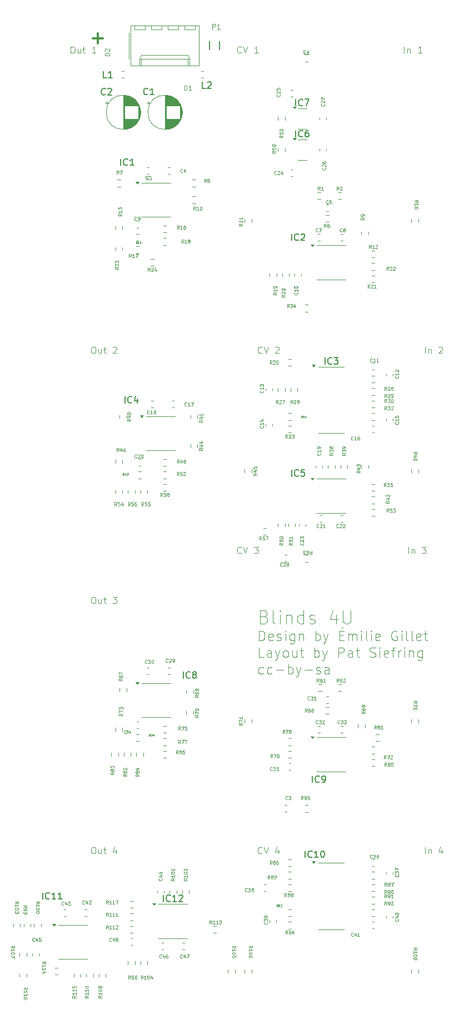
<source format=gbr>
%TF.GenerationSoftware,KiCad,Pcbnew,8.0.6*%
%TF.CreationDate,2025-04-05T08:59:43-04:00*%
%TF.ProjectId,Blinds4U,426c696e-6473-4345-952e-6b696361645f,rev?*%
%TF.SameCoordinates,Original*%
%TF.FileFunction,Legend,Top*%
%TF.FilePolarity,Positive*%
%FSLAX46Y46*%
G04 Gerber Fmt 4.6, Leading zero omitted, Abs format (unit mm)*
G04 Created by KiCad (PCBNEW 8.0.6) date 2025-04-05 08:59:43*
%MOMM*%
%LPD*%
G01*
G04 APERTURE LIST*
%ADD10C,0.100000*%
%ADD11C,0.300000*%
%ADD12C,0.078232*%
%ADD13C,0.093472*%
%ADD14C,0.150000*%
%ADD15C,0.029911*%
%ADD16C,0.120000*%
%ADD17C,0.203200*%
G04 APERTURE END LIST*
D10*
X76138646Y-117447419D02*
X76424360Y-117542657D01*
X76424360Y-117542657D02*
X76519598Y-117637895D01*
X76519598Y-117637895D02*
X76614836Y-117828371D01*
X76614836Y-117828371D02*
X76614836Y-118114085D01*
X76614836Y-118114085D02*
X76519598Y-118304561D01*
X76519598Y-118304561D02*
X76424360Y-118399800D01*
X76424360Y-118399800D02*
X76233884Y-118495038D01*
X76233884Y-118495038D02*
X75471979Y-118495038D01*
X75471979Y-118495038D02*
X75471979Y-116495038D01*
X75471979Y-116495038D02*
X76138646Y-116495038D01*
X76138646Y-116495038D02*
X76329122Y-116590276D01*
X76329122Y-116590276D02*
X76424360Y-116685514D01*
X76424360Y-116685514D02*
X76519598Y-116875990D01*
X76519598Y-116875990D02*
X76519598Y-117066466D01*
X76519598Y-117066466D02*
X76424360Y-117256942D01*
X76424360Y-117256942D02*
X76329122Y-117352180D01*
X76329122Y-117352180D02*
X76138646Y-117447419D01*
X76138646Y-117447419D02*
X75471979Y-117447419D01*
X77757693Y-118495038D02*
X77567217Y-118399800D01*
X77567217Y-118399800D02*
X77471979Y-118209323D01*
X77471979Y-118209323D02*
X77471979Y-116495038D01*
X78519598Y-118495038D02*
X78519598Y-117161704D01*
X78519598Y-116495038D02*
X78424360Y-116590276D01*
X78424360Y-116590276D02*
X78519598Y-116685514D01*
X78519598Y-116685514D02*
X78614836Y-116590276D01*
X78614836Y-116590276D02*
X78519598Y-116495038D01*
X78519598Y-116495038D02*
X78519598Y-116685514D01*
X79471979Y-117161704D02*
X79471979Y-118495038D01*
X79471979Y-117352180D02*
X79567217Y-117256942D01*
X79567217Y-117256942D02*
X79757693Y-117161704D01*
X79757693Y-117161704D02*
X80043408Y-117161704D01*
X80043408Y-117161704D02*
X80233884Y-117256942D01*
X80233884Y-117256942D02*
X80329122Y-117447419D01*
X80329122Y-117447419D02*
X80329122Y-118495038D01*
X82138646Y-118495038D02*
X82138646Y-116495038D01*
X82138646Y-118399800D02*
X81948170Y-118495038D01*
X81948170Y-118495038D02*
X81567217Y-118495038D01*
X81567217Y-118495038D02*
X81376741Y-118399800D01*
X81376741Y-118399800D02*
X81281503Y-118304561D01*
X81281503Y-118304561D02*
X81186265Y-118114085D01*
X81186265Y-118114085D02*
X81186265Y-117542657D01*
X81186265Y-117542657D02*
X81281503Y-117352180D01*
X81281503Y-117352180D02*
X81376741Y-117256942D01*
X81376741Y-117256942D02*
X81567217Y-117161704D01*
X81567217Y-117161704D02*
X81948170Y-117161704D01*
X81948170Y-117161704D02*
X82138646Y-117256942D01*
X82995789Y-118399800D02*
X83186265Y-118495038D01*
X83186265Y-118495038D02*
X83567217Y-118495038D01*
X83567217Y-118495038D02*
X83757694Y-118399800D01*
X83757694Y-118399800D02*
X83852932Y-118209323D01*
X83852932Y-118209323D02*
X83852932Y-118114085D01*
X83852932Y-118114085D02*
X83757694Y-117923609D01*
X83757694Y-117923609D02*
X83567217Y-117828371D01*
X83567217Y-117828371D02*
X83281503Y-117828371D01*
X83281503Y-117828371D02*
X83091027Y-117733133D01*
X83091027Y-117733133D02*
X82995789Y-117542657D01*
X82995789Y-117542657D02*
X82995789Y-117447419D01*
X82995789Y-117447419D02*
X83091027Y-117256942D01*
X83091027Y-117256942D02*
X83281503Y-117161704D01*
X83281503Y-117161704D02*
X83567217Y-117161704D01*
X83567217Y-117161704D02*
X83757694Y-117256942D01*
X87091028Y-117161704D02*
X87091028Y-118495038D01*
X86614837Y-116399800D02*
X86138647Y-117828371D01*
X86138647Y-117828371D02*
X87376742Y-117828371D01*
X88138647Y-116495038D02*
X88138647Y-118114085D01*
X88138647Y-118114085D02*
X88233885Y-118304561D01*
X88233885Y-118304561D02*
X88329123Y-118399800D01*
X88329123Y-118399800D02*
X88519599Y-118495038D01*
X88519599Y-118495038D02*
X88900552Y-118495038D01*
X88900552Y-118495038D02*
X89091028Y-118399800D01*
X89091028Y-118399800D02*
X89186266Y-118304561D01*
X89186266Y-118304561D02*
X89281504Y-118114085D01*
X89281504Y-118114085D02*
X89281504Y-116495038D01*
D11*
X50038095Y-29357733D02*
X51561905Y-29357733D01*
X50800000Y-30119638D02*
X50800000Y-28595828D01*
D10*
X75995789Y-126104800D02*
X75852931Y-126176228D01*
X75852931Y-126176228D02*
X75567217Y-126176228D01*
X75567217Y-126176228D02*
X75424360Y-126104800D01*
X75424360Y-126104800D02*
X75352931Y-126033371D01*
X75352931Y-126033371D02*
X75281503Y-125890514D01*
X75281503Y-125890514D02*
X75281503Y-125461942D01*
X75281503Y-125461942D02*
X75352931Y-125319085D01*
X75352931Y-125319085D02*
X75424360Y-125247657D01*
X75424360Y-125247657D02*
X75567217Y-125176228D01*
X75567217Y-125176228D02*
X75852931Y-125176228D01*
X75852931Y-125176228D02*
X75995789Y-125247657D01*
X77281503Y-126104800D02*
X77138645Y-126176228D01*
X77138645Y-126176228D02*
X76852931Y-126176228D01*
X76852931Y-126176228D02*
X76710074Y-126104800D01*
X76710074Y-126104800D02*
X76638645Y-126033371D01*
X76638645Y-126033371D02*
X76567217Y-125890514D01*
X76567217Y-125890514D02*
X76567217Y-125461942D01*
X76567217Y-125461942D02*
X76638645Y-125319085D01*
X76638645Y-125319085D02*
X76710074Y-125247657D01*
X76710074Y-125247657D02*
X76852931Y-125176228D01*
X76852931Y-125176228D02*
X77138645Y-125176228D01*
X77138645Y-125176228D02*
X77281503Y-125247657D01*
X77924359Y-125604800D02*
X79067217Y-125604800D01*
X79781502Y-126176228D02*
X79781502Y-124676228D01*
X79781502Y-125247657D02*
X79924360Y-125176228D01*
X79924360Y-125176228D02*
X80210074Y-125176228D01*
X80210074Y-125176228D02*
X80352931Y-125247657D01*
X80352931Y-125247657D02*
X80424360Y-125319085D01*
X80424360Y-125319085D02*
X80495788Y-125461942D01*
X80495788Y-125461942D02*
X80495788Y-125890514D01*
X80495788Y-125890514D02*
X80424360Y-126033371D01*
X80424360Y-126033371D02*
X80352931Y-126104800D01*
X80352931Y-126104800D02*
X80210074Y-126176228D01*
X80210074Y-126176228D02*
X79924360Y-126176228D01*
X79924360Y-126176228D02*
X79781502Y-126104800D01*
X80995788Y-125176228D02*
X81352931Y-126176228D01*
X81710074Y-125176228D02*
X81352931Y-126176228D01*
X81352931Y-126176228D02*
X81210074Y-126533371D01*
X81210074Y-126533371D02*
X81138645Y-126604800D01*
X81138645Y-126604800D02*
X80995788Y-126676228D01*
X82281502Y-125604800D02*
X83424360Y-125604800D01*
X84067217Y-126104800D02*
X84210074Y-126176228D01*
X84210074Y-126176228D02*
X84495788Y-126176228D01*
X84495788Y-126176228D02*
X84638645Y-126104800D01*
X84638645Y-126104800D02*
X84710074Y-125961942D01*
X84710074Y-125961942D02*
X84710074Y-125890514D01*
X84710074Y-125890514D02*
X84638645Y-125747657D01*
X84638645Y-125747657D02*
X84495788Y-125676228D01*
X84495788Y-125676228D02*
X84281503Y-125676228D01*
X84281503Y-125676228D02*
X84138645Y-125604800D01*
X84138645Y-125604800D02*
X84067217Y-125461942D01*
X84067217Y-125461942D02*
X84067217Y-125390514D01*
X84067217Y-125390514D02*
X84138645Y-125247657D01*
X84138645Y-125247657D02*
X84281503Y-125176228D01*
X84281503Y-125176228D02*
X84495788Y-125176228D01*
X84495788Y-125176228D02*
X84638645Y-125247657D01*
X85995789Y-126176228D02*
X85995789Y-125390514D01*
X85995789Y-125390514D02*
X85924360Y-125247657D01*
X85924360Y-125247657D02*
X85781503Y-125176228D01*
X85781503Y-125176228D02*
X85495789Y-125176228D01*
X85495789Y-125176228D02*
X85352931Y-125247657D01*
X85995789Y-126104800D02*
X85852931Y-126176228D01*
X85852931Y-126176228D02*
X85495789Y-126176228D01*
X85495789Y-126176228D02*
X85352931Y-126104800D01*
X85352931Y-126104800D02*
X85281503Y-125961942D01*
X85281503Y-125961942D02*
X85281503Y-125819085D01*
X85281503Y-125819085D02*
X85352931Y-125676228D01*
X85352931Y-125676228D02*
X85495789Y-125604800D01*
X85495789Y-125604800D02*
X85852931Y-125604800D01*
X85852931Y-125604800D02*
X85995789Y-125533371D01*
X75352931Y-121096228D02*
X75352931Y-119596228D01*
X75352931Y-119596228D02*
X75710074Y-119596228D01*
X75710074Y-119596228D02*
X75924360Y-119667657D01*
X75924360Y-119667657D02*
X76067217Y-119810514D01*
X76067217Y-119810514D02*
X76138646Y-119953371D01*
X76138646Y-119953371D02*
X76210074Y-120239085D01*
X76210074Y-120239085D02*
X76210074Y-120453371D01*
X76210074Y-120453371D02*
X76138646Y-120739085D01*
X76138646Y-120739085D02*
X76067217Y-120881942D01*
X76067217Y-120881942D02*
X75924360Y-121024800D01*
X75924360Y-121024800D02*
X75710074Y-121096228D01*
X75710074Y-121096228D02*
X75352931Y-121096228D01*
X77424360Y-121024800D02*
X77281503Y-121096228D01*
X77281503Y-121096228D02*
X76995789Y-121096228D01*
X76995789Y-121096228D02*
X76852931Y-121024800D01*
X76852931Y-121024800D02*
X76781503Y-120881942D01*
X76781503Y-120881942D02*
X76781503Y-120310514D01*
X76781503Y-120310514D02*
X76852931Y-120167657D01*
X76852931Y-120167657D02*
X76995789Y-120096228D01*
X76995789Y-120096228D02*
X77281503Y-120096228D01*
X77281503Y-120096228D02*
X77424360Y-120167657D01*
X77424360Y-120167657D02*
X77495789Y-120310514D01*
X77495789Y-120310514D02*
X77495789Y-120453371D01*
X77495789Y-120453371D02*
X76781503Y-120596228D01*
X78067217Y-121024800D02*
X78210074Y-121096228D01*
X78210074Y-121096228D02*
X78495788Y-121096228D01*
X78495788Y-121096228D02*
X78638645Y-121024800D01*
X78638645Y-121024800D02*
X78710074Y-120881942D01*
X78710074Y-120881942D02*
X78710074Y-120810514D01*
X78710074Y-120810514D02*
X78638645Y-120667657D01*
X78638645Y-120667657D02*
X78495788Y-120596228D01*
X78495788Y-120596228D02*
X78281503Y-120596228D01*
X78281503Y-120596228D02*
X78138645Y-120524800D01*
X78138645Y-120524800D02*
X78067217Y-120381942D01*
X78067217Y-120381942D02*
X78067217Y-120310514D01*
X78067217Y-120310514D02*
X78138645Y-120167657D01*
X78138645Y-120167657D02*
X78281503Y-120096228D01*
X78281503Y-120096228D02*
X78495788Y-120096228D01*
X78495788Y-120096228D02*
X78638645Y-120167657D01*
X79352931Y-121096228D02*
X79352931Y-120096228D01*
X79352931Y-119596228D02*
X79281503Y-119667657D01*
X79281503Y-119667657D02*
X79352931Y-119739085D01*
X79352931Y-119739085D02*
X79424360Y-119667657D01*
X79424360Y-119667657D02*
X79352931Y-119596228D01*
X79352931Y-119596228D02*
X79352931Y-119739085D01*
X80710075Y-120096228D02*
X80710075Y-121310514D01*
X80710075Y-121310514D02*
X80638646Y-121453371D01*
X80638646Y-121453371D02*
X80567217Y-121524800D01*
X80567217Y-121524800D02*
X80424360Y-121596228D01*
X80424360Y-121596228D02*
X80210075Y-121596228D01*
X80210075Y-121596228D02*
X80067217Y-121524800D01*
X80710075Y-121024800D02*
X80567217Y-121096228D01*
X80567217Y-121096228D02*
X80281503Y-121096228D01*
X80281503Y-121096228D02*
X80138646Y-121024800D01*
X80138646Y-121024800D02*
X80067217Y-120953371D01*
X80067217Y-120953371D02*
X79995789Y-120810514D01*
X79995789Y-120810514D02*
X79995789Y-120381942D01*
X79995789Y-120381942D02*
X80067217Y-120239085D01*
X80067217Y-120239085D02*
X80138646Y-120167657D01*
X80138646Y-120167657D02*
X80281503Y-120096228D01*
X80281503Y-120096228D02*
X80567217Y-120096228D01*
X80567217Y-120096228D02*
X80710075Y-120167657D01*
X81424360Y-120096228D02*
X81424360Y-121096228D01*
X81424360Y-120239085D02*
X81495789Y-120167657D01*
X81495789Y-120167657D02*
X81638646Y-120096228D01*
X81638646Y-120096228D02*
X81852932Y-120096228D01*
X81852932Y-120096228D02*
X81995789Y-120167657D01*
X81995789Y-120167657D02*
X82067218Y-120310514D01*
X82067218Y-120310514D02*
X82067218Y-121096228D01*
X83924360Y-121096228D02*
X83924360Y-119596228D01*
X83924360Y-120167657D02*
X84067218Y-120096228D01*
X84067218Y-120096228D02*
X84352932Y-120096228D01*
X84352932Y-120096228D02*
X84495789Y-120167657D01*
X84495789Y-120167657D02*
X84567218Y-120239085D01*
X84567218Y-120239085D02*
X84638646Y-120381942D01*
X84638646Y-120381942D02*
X84638646Y-120810514D01*
X84638646Y-120810514D02*
X84567218Y-120953371D01*
X84567218Y-120953371D02*
X84495789Y-121024800D01*
X84495789Y-121024800D02*
X84352932Y-121096228D01*
X84352932Y-121096228D02*
X84067218Y-121096228D01*
X84067218Y-121096228D02*
X83924360Y-121024800D01*
X85138646Y-120096228D02*
X85495789Y-121096228D01*
X85852932Y-120096228D02*
X85495789Y-121096228D01*
X85495789Y-121096228D02*
X85352932Y-121453371D01*
X85352932Y-121453371D02*
X85281503Y-121524800D01*
X85281503Y-121524800D02*
X85138646Y-121596228D01*
X87567217Y-120310514D02*
X88067217Y-120310514D01*
X88281503Y-121096228D02*
X87567217Y-121096228D01*
X87567217Y-121096228D02*
X87567217Y-119596228D01*
X87567217Y-119596228D02*
X88281503Y-119596228D01*
X88067217Y-119024800D02*
X87852932Y-119239085D01*
X88924360Y-121096228D02*
X88924360Y-120096228D01*
X88924360Y-120239085D02*
X88995789Y-120167657D01*
X88995789Y-120167657D02*
X89138646Y-120096228D01*
X89138646Y-120096228D02*
X89352932Y-120096228D01*
X89352932Y-120096228D02*
X89495789Y-120167657D01*
X89495789Y-120167657D02*
X89567218Y-120310514D01*
X89567218Y-120310514D02*
X89567218Y-121096228D01*
X89567218Y-120310514D02*
X89638646Y-120167657D01*
X89638646Y-120167657D02*
X89781503Y-120096228D01*
X89781503Y-120096228D02*
X89995789Y-120096228D01*
X89995789Y-120096228D02*
X90138646Y-120167657D01*
X90138646Y-120167657D02*
X90210075Y-120310514D01*
X90210075Y-120310514D02*
X90210075Y-121096228D01*
X90924360Y-121096228D02*
X90924360Y-120096228D01*
X90924360Y-119596228D02*
X90852932Y-119667657D01*
X90852932Y-119667657D02*
X90924360Y-119739085D01*
X90924360Y-119739085D02*
X90995789Y-119667657D01*
X90995789Y-119667657D02*
X90924360Y-119596228D01*
X90924360Y-119596228D02*
X90924360Y-119739085D01*
X91852932Y-121096228D02*
X91710075Y-121024800D01*
X91710075Y-121024800D02*
X91638646Y-120881942D01*
X91638646Y-120881942D02*
X91638646Y-119596228D01*
X92424360Y-121096228D02*
X92424360Y-120096228D01*
X92424360Y-119596228D02*
X92352932Y-119667657D01*
X92352932Y-119667657D02*
X92424360Y-119739085D01*
X92424360Y-119739085D02*
X92495789Y-119667657D01*
X92495789Y-119667657D02*
X92424360Y-119596228D01*
X92424360Y-119596228D02*
X92424360Y-119739085D01*
X93710075Y-121024800D02*
X93567218Y-121096228D01*
X93567218Y-121096228D02*
X93281504Y-121096228D01*
X93281504Y-121096228D02*
X93138646Y-121024800D01*
X93138646Y-121024800D02*
X93067218Y-120881942D01*
X93067218Y-120881942D02*
X93067218Y-120310514D01*
X93067218Y-120310514D02*
X93138646Y-120167657D01*
X93138646Y-120167657D02*
X93281504Y-120096228D01*
X93281504Y-120096228D02*
X93567218Y-120096228D01*
X93567218Y-120096228D02*
X93710075Y-120167657D01*
X93710075Y-120167657D02*
X93781504Y-120310514D01*
X93781504Y-120310514D02*
X93781504Y-120453371D01*
X93781504Y-120453371D02*
X93067218Y-120596228D01*
X96352932Y-119667657D02*
X96210075Y-119596228D01*
X96210075Y-119596228D02*
X95995789Y-119596228D01*
X95995789Y-119596228D02*
X95781503Y-119667657D01*
X95781503Y-119667657D02*
X95638646Y-119810514D01*
X95638646Y-119810514D02*
X95567217Y-119953371D01*
X95567217Y-119953371D02*
X95495789Y-120239085D01*
X95495789Y-120239085D02*
X95495789Y-120453371D01*
X95495789Y-120453371D02*
X95567217Y-120739085D01*
X95567217Y-120739085D02*
X95638646Y-120881942D01*
X95638646Y-120881942D02*
X95781503Y-121024800D01*
X95781503Y-121024800D02*
X95995789Y-121096228D01*
X95995789Y-121096228D02*
X96138646Y-121096228D01*
X96138646Y-121096228D02*
X96352932Y-121024800D01*
X96352932Y-121024800D02*
X96424360Y-120953371D01*
X96424360Y-120953371D02*
X96424360Y-120453371D01*
X96424360Y-120453371D02*
X96138646Y-120453371D01*
X97067217Y-121096228D02*
X97067217Y-120096228D01*
X97067217Y-119596228D02*
X96995789Y-119667657D01*
X96995789Y-119667657D02*
X97067217Y-119739085D01*
X97067217Y-119739085D02*
X97138646Y-119667657D01*
X97138646Y-119667657D02*
X97067217Y-119596228D01*
X97067217Y-119596228D02*
X97067217Y-119739085D01*
X97995789Y-121096228D02*
X97852932Y-121024800D01*
X97852932Y-121024800D02*
X97781503Y-120881942D01*
X97781503Y-120881942D02*
X97781503Y-119596228D01*
X98781503Y-121096228D02*
X98638646Y-121024800D01*
X98638646Y-121024800D02*
X98567217Y-120881942D01*
X98567217Y-120881942D02*
X98567217Y-119596228D01*
X99924360Y-121024800D02*
X99781503Y-121096228D01*
X99781503Y-121096228D02*
X99495789Y-121096228D01*
X99495789Y-121096228D02*
X99352931Y-121024800D01*
X99352931Y-121024800D02*
X99281503Y-120881942D01*
X99281503Y-120881942D02*
X99281503Y-120310514D01*
X99281503Y-120310514D02*
X99352931Y-120167657D01*
X99352931Y-120167657D02*
X99495789Y-120096228D01*
X99495789Y-120096228D02*
X99781503Y-120096228D01*
X99781503Y-120096228D02*
X99924360Y-120167657D01*
X99924360Y-120167657D02*
X99995789Y-120310514D01*
X99995789Y-120310514D02*
X99995789Y-120453371D01*
X99995789Y-120453371D02*
X99281503Y-120596228D01*
X100424360Y-120096228D02*
X100995788Y-120096228D01*
X100638645Y-119596228D02*
X100638645Y-120881942D01*
X100638645Y-120881942D02*
X100710074Y-121024800D01*
X100710074Y-121024800D02*
X100852931Y-121096228D01*
X100852931Y-121096228D02*
X100995788Y-121096228D01*
X76067217Y-123636228D02*
X75352931Y-123636228D01*
X75352931Y-123636228D02*
X75352931Y-122136228D01*
X77210075Y-123636228D02*
X77210075Y-122850514D01*
X77210075Y-122850514D02*
X77138646Y-122707657D01*
X77138646Y-122707657D02*
X76995789Y-122636228D01*
X76995789Y-122636228D02*
X76710075Y-122636228D01*
X76710075Y-122636228D02*
X76567217Y-122707657D01*
X77210075Y-123564800D02*
X77067217Y-123636228D01*
X77067217Y-123636228D02*
X76710075Y-123636228D01*
X76710075Y-123636228D02*
X76567217Y-123564800D01*
X76567217Y-123564800D02*
X76495789Y-123421942D01*
X76495789Y-123421942D02*
X76495789Y-123279085D01*
X76495789Y-123279085D02*
X76567217Y-123136228D01*
X76567217Y-123136228D02*
X76710075Y-123064800D01*
X76710075Y-123064800D02*
X77067217Y-123064800D01*
X77067217Y-123064800D02*
X77210075Y-122993371D01*
X77781503Y-122636228D02*
X78138646Y-123636228D01*
X78495789Y-122636228D02*
X78138646Y-123636228D01*
X78138646Y-123636228D02*
X77995789Y-123993371D01*
X77995789Y-123993371D02*
X77924360Y-124064800D01*
X77924360Y-124064800D02*
X77781503Y-124136228D01*
X79281503Y-123636228D02*
X79138646Y-123564800D01*
X79138646Y-123564800D02*
X79067217Y-123493371D01*
X79067217Y-123493371D02*
X78995789Y-123350514D01*
X78995789Y-123350514D02*
X78995789Y-122921942D01*
X78995789Y-122921942D02*
X79067217Y-122779085D01*
X79067217Y-122779085D02*
X79138646Y-122707657D01*
X79138646Y-122707657D02*
X79281503Y-122636228D01*
X79281503Y-122636228D02*
X79495789Y-122636228D01*
X79495789Y-122636228D02*
X79638646Y-122707657D01*
X79638646Y-122707657D02*
X79710075Y-122779085D01*
X79710075Y-122779085D02*
X79781503Y-122921942D01*
X79781503Y-122921942D02*
X79781503Y-123350514D01*
X79781503Y-123350514D02*
X79710075Y-123493371D01*
X79710075Y-123493371D02*
X79638646Y-123564800D01*
X79638646Y-123564800D02*
X79495789Y-123636228D01*
X79495789Y-123636228D02*
X79281503Y-123636228D01*
X81067218Y-122636228D02*
X81067218Y-123636228D01*
X80424360Y-122636228D02*
X80424360Y-123421942D01*
X80424360Y-123421942D02*
X80495789Y-123564800D01*
X80495789Y-123564800D02*
X80638646Y-123636228D01*
X80638646Y-123636228D02*
X80852932Y-123636228D01*
X80852932Y-123636228D02*
X80995789Y-123564800D01*
X80995789Y-123564800D02*
X81067218Y-123493371D01*
X81567218Y-122636228D02*
X82138646Y-122636228D01*
X81781503Y-122136228D02*
X81781503Y-123421942D01*
X81781503Y-123421942D02*
X81852932Y-123564800D01*
X81852932Y-123564800D02*
X81995789Y-123636228D01*
X81995789Y-123636228D02*
X82138646Y-123636228D01*
X83781503Y-123636228D02*
X83781503Y-122136228D01*
X83781503Y-122707657D02*
X83924361Y-122636228D01*
X83924361Y-122636228D02*
X84210075Y-122636228D01*
X84210075Y-122636228D02*
X84352932Y-122707657D01*
X84352932Y-122707657D02*
X84424361Y-122779085D01*
X84424361Y-122779085D02*
X84495789Y-122921942D01*
X84495789Y-122921942D02*
X84495789Y-123350514D01*
X84495789Y-123350514D02*
X84424361Y-123493371D01*
X84424361Y-123493371D02*
X84352932Y-123564800D01*
X84352932Y-123564800D02*
X84210075Y-123636228D01*
X84210075Y-123636228D02*
X83924361Y-123636228D01*
X83924361Y-123636228D02*
X83781503Y-123564800D01*
X84995789Y-122636228D02*
X85352932Y-123636228D01*
X85710075Y-122636228D02*
X85352932Y-123636228D01*
X85352932Y-123636228D02*
X85210075Y-123993371D01*
X85210075Y-123993371D02*
X85138646Y-124064800D01*
X85138646Y-124064800D02*
X84995789Y-124136228D01*
X87424360Y-123636228D02*
X87424360Y-122136228D01*
X87424360Y-122136228D02*
X87995789Y-122136228D01*
X87995789Y-122136228D02*
X88138646Y-122207657D01*
X88138646Y-122207657D02*
X88210075Y-122279085D01*
X88210075Y-122279085D02*
X88281503Y-122421942D01*
X88281503Y-122421942D02*
X88281503Y-122636228D01*
X88281503Y-122636228D02*
X88210075Y-122779085D01*
X88210075Y-122779085D02*
X88138646Y-122850514D01*
X88138646Y-122850514D02*
X87995789Y-122921942D01*
X87995789Y-122921942D02*
X87424360Y-122921942D01*
X89567218Y-123636228D02*
X89567218Y-122850514D01*
X89567218Y-122850514D02*
X89495789Y-122707657D01*
X89495789Y-122707657D02*
X89352932Y-122636228D01*
X89352932Y-122636228D02*
X89067218Y-122636228D01*
X89067218Y-122636228D02*
X88924360Y-122707657D01*
X89567218Y-123564800D02*
X89424360Y-123636228D01*
X89424360Y-123636228D02*
X89067218Y-123636228D01*
X89067218Y-123636228D02*
X88924360Y-123564800D01*
X88924360Y-123564800D02*
X88852932Y-123421942D01*
X88852932Y-123421942D02*
X88852932Y-123279085D01*
X88852932Y-123279085D02*
X88924360Y-123136228D01*
X88924360Y-123136228D02*
X89067218Y-123064800D01*
X89067218Y-123064800D02*
X89424360Y-123064800D01*
X89424360Y-123064800D02*
X89567218Y-122993371D01*
X90067218Y-122636228D02*
X90638646Y-122636228D01*
X90281503Y-122136228D02*
X90281503Y-123421942D01*
X90281503Y-123421942D02*
X90352932Y-123564800D01*
X90352932Y-123564800D02*
X90495789Y-123636228D01*
X90495789Y-123636228D02*
X90638646Y-123636228D01*
X92210075Y-123564800D02*
X92424361Y-123636228D01*
X92424361Y-123636228D02*
X92781503Y-123636228D01*
X92781503Y-123636228D02*
X92924361Y-123564800D01*
X92924361Y-123564800D02*
X92995789Y-123493371D01*
X92995789Y-123493371D02*
X93067218Y-123350514D01*
X93067218Y-123350514D02*
X93067218Y-123207657D01*
X93067218Y-123207657D02*
X92995789Y-123064800D01*
X92995789Y-123064800D02*
X92924361Y-122993371D01*
X92924361Y-122993371D02*
X92781503Y-122921942D01*
X92781503Y-122921942D02*
X92495789Y-122850514D01*
X92495789Y-122850514D02*
X92352932Y-122779085D01*
X92352932Y-122779085D02*
X92281503Y-122707657D01*
X92281503Y-122707657D02*
X92210075Y-122564800D01*
X92210075Y-122564800D02*
X92210075Y-122421942D01*
X92210075Y-122421942D02*
X92281503Y-122279085D01*
X92281503Y-122279085D02*
X92352932Y-122207657D01*
X92352932Y-122207657D02*
X92495789Y-122136228D01*
X92495789Y-122136228D02*
X92852932Y-122136228D01*
X92852932Y-122136228D02*
X93067218Y-122207657D01*
X93710074Y-123636228D02*
X93710074Y-122636228D01*
X93710074Y-122136228D02*
X93638646Y-122207657D01*
X93638646Y-122207657D02*
X93710074Y-122279085D01*
X93710074Y-122279085D02*
X93781503Y-122207657D01*
X93781503Y-122207657D02*
X93710074Y-122136228D01*
X93710074Y-122136228D02*
X93710074Y-122279085D01*
X94995789Y-123564800D02*
X94852932Y-123636228D01*
X94852932Y-123636228D02*
X94567218Y-123636228D01*
X94567218Y-123636228D02*
X94424360Y-123564800D01*
X94424360Y-123564800D02*
X94352932Y-123421942D01*
X94352932Y-123421942D02*
X94352932Y-122850514D01*
X94352932Y-122850514D02*
X94424360Y-122707657D01*
X94424360Y-122707657D02*
X94567218Y-122636228D01*
X94567218Y-122636228D02*
X94852932Y-122636228D01*
X94852932Y-122636228D02*
X94995789Y-122707657D01*
X94995789Y-122707657D02*
X95067218Y-122850514D01*
X95067218Y-122850514D02*
X95067218Y-122993371D01*
X95067218Y-122993371D02*
X94352932Y-123136228D01*
X95495789Y-122636228D02*
X96067217Y-122636228D01*
X95710074Y-123636228D02*
X95710074Y-122350514D01*
X95710074Y-122350514D02*
X95781503Y-122207657D01*
X95781503Y-122207657D02*
X95924360Y-122136228D01*
X95924360Y-122136228D02*
X96067217Y-122136228D01*
X96567217Y-123636228D02*
X96567217Y-122636228D01*
X96567217Y-122921942D02*
X96638646Y-122779085D01*
X96638646Y-122779085D02*
X96710075Y-122707657D01*
X96710075Y-122707657D02*
X96852932Y-122636228D01*
X96852932Y-122636228D02*
X96995789Y-122636228D01*
X97495788Y-123636228D02*
X97495788Y-122636228D01*
X97495788Y-122136228D02*
X97424360Y-122207657D01*
X97424360Y-122207657D02*
X97495788Y-122279085D01*
X97495788Y-122279085D02*
X97567217Y-122207657D01*
X97567217Y-122207657D02*
X97495788Y-122136228D01*
X97495788Y-122136228D02*
X97495788Y-122279085D01*
X98210074Y-122636228D02*
X98210074Y-123636228D01*
X98210074Y-122779085D02*
X98281503Y-122707657D01*
X98281503Y-122707657D02*
X98424360Y-122636228D01*
X98424360Y-122636228D02*
X98638646Y-122636228D01*
X98638646Y-122636228D02*
X98781503Y-122707657D01*
X98781503Y-122707657D02*
X98852932Y-122850514D01*
X98852932Y-122850514D02*
X98852932Y-123636228D01*
X100210075Y-122636228D02*
X100210075Y-123850514D01*
X100210075Y-123850514D02*
X100138646Y-123993371D01*
X100138646Y-123993371D02*
X100067217Y-124064800D01*
X100067217Y-124064800D02*
X99924360Y-124136228D01*
X99924360Y-124136228D02*
X99710075Y-124136228D01*
X99710075Y-124136228D02*
X99567217Y-124064800D01*
X100210075Y-123564800D02*
X100067217Y-123636228D01*
X100067217Y-123636228D02*
X99781503Y-123636228D01*
X99781503Y-123636228D02*
X99638646Y-123564800D01*
X99638646Y-123564800D02*
X99567217Y-123493371D01*
X99567217Y-123493371D02*
X99495789Y-123350514D01*
X99495789Y-123350514D02*
X99495789Y-122921942D01*
X99495789Y-122921942D02*
X99567217Y-122779085D01*
X99567217Y-122779085D02*
X99638646Y-122707657D01*
X99638646Y-122707657D02*
X99781503Y-122636228D01*
X99781503Y-122636228D02*
X100067217Y-122636228D01*
X100067217Y-122636228D02*
X100210075Y-122707657D01*
D12*
X81919072Y-87166360D02*
X81814763Y-87017347D01*
X81740256Y-87166360D02*
X81740256Y-86853432D01*
X81740256Y-86853432D02*
X81859467Y-86853432D01*
X81859467Y-86853432D02*
X81889270Y-86868333D01*
X81889270Y-86868333D02*
X81904171Y-86883235D01*
X81904171Y-86883235D02*
X81919072Y-86913037D01*
X81919072Y-86913037D02*
X81919072Y-86957741D01*
X81919072Y-86957741D02*
X81904171Y-86987544D01*
X81904171Y-86987544D02*
X81889270Y-87002445D01*
X81889270Y-87002445D02*
X81859467Y-87017347D01*
X81859467Y-87017347D02*
X81740256Y-87017347D01*
X82023382Y-86853432D02*
X82217099Y-86853432D01*
X82217099Y-86853432D02*
X82112790Y-86972643D01*
X82112790Y-86972643D02*
X82157494Y-86972643D01*
X82157494Y-86972643D02*
X82187296Y-86987544D01*
X82187296Y-86987544D02*
X82202198Y-87002445D01*
X82202198Y-87002445D02*
X82217099Y-87032248D01*
X82217099Y-87032248D02*
X82217099Y-87106755D01*
X82217099Y-87106755D02*
X82202198Y-87136557D01*
X82202198Y-87136557D02*
X82187296Y-87151459D01*
X82187296Y-87151459D02*
X82157494Y-87166360D01*
X82157494Y-87166360D02*
X82068086Y-87166360D01*
X82068086Y-87166360D02*
X82038283Y-87151459D01*
X82038283Y-87151459D02*
X82023382Y-87136557D01*
X82515126Y-87166360D02*
X82336310Y-87166360D01*
X82425718Y-87166360D02*
X82425718Y-86853432D01*
X82425718Y-86853432D02*
X82395915Y-86898136D01*
X82395915Y-86898136D02*
X82366113Y-86927939D01*
X82366113Y-86927939D02*
X82336310Y-86942840D01*
D13*
X99057455Y-54356095D02*
X99303230Y-54184053D01*
X99057455Y-54061165D02*
X99573583Y-54061165D01*
X99573583Y-54061165D02*
X99573583Y-54257785D01*
X99573583Y-54257785D02*
X99549005Y-54306940D01*
X99549005Y-54306940D02*
X99524428Y-54331518D01*
X99524428Y-54331518D02*
X99475273Y-54356095D01*
X99475273Y-54356095D02*
X99401540Y-54356095D01*
X99401540Y-54356095D02*
X99352385Y-54331518D01*
X99352385Y-54331518D02*
X99327808Y-54306940D01*
X99327808Y-54306940D02*
X99303230Y-54257785D01*
X99303230Y-54257785D02*
X99303230Y-54061165D01*
X99057455Y-54847646D02*
X99057455Y-54552716D01*
X99057455Y-54700181D02*
X99573583Y-54700181D01*
X99573583Y-54700181D02*
X99499850Y-54651026D01*
X99499850Y-54651026D02*
X99450695Y-54601871D01*
X99450695Y-54601871D02*
X99426118Y-54552716D01*
X99573583Y-55290041D02*
X99573583Y-55191731D01*
X99573583Y-55191731D02*
X99549005Y-55142576D01*
X99549005Y-55142576D02*
X99524428Y-55117998D01*
X99524428Y-55117998D02*
X99450695Y-55068843D01*
X99450695Y-55068843D02*
X99352385Y-55044266D01*
X99352385Y-55044266D02*
X99155765Y-55044266D01*
X99155765Y-55044266D02*
X99106610Y-55068843D01*
X99106610Y-55068843D02*
X99082033Y-55093421D01*
X99082033Y-55093421D02*
X99057455Y-55142576D01*
X99057455Y-55142576D02*
X99057455Y-55240886D01*
X99057455Y-55240886D02*
X99082033Y-55290041D01*
X99082033Y-55290041D02*
X99106610Y-55314618D01*
X99106610Y-55314618D02*
X99155765Y-55339196D01*
X99155765Y-55339196D02*
X99278653Y-55339196D01*
X99278653Y-55339196D02*
X99327808Y-55314618D01*
X99327808Y-55314618D02*
X99352385Y-55290041D01*
X99352385Y-55290041D02*
X99376963Y-55240886D01*
X99376963Y-55240886D02*
X99376963Y-55142576D01*
X99376963Y-55142576D02*
X99352385Y-55093421D01*
X99352385Y-55093421D02*
X99327808Y-55068843D01*
X99327808Y-55068843D02*
X99278653Y-55044266D01*
X54389575Y-56137288D02*
X54143800Y-56309330D01*
X54389575Y-56432218D02*
X53873447Y-56432218D01*
X53873447Y-56432218D02*
X53873447Y-56235598D01*
X53873447Y-56235598D02*
X53898025Y-56186443D01*
X53898025Y-56186443D02*
X53922602Y-56161865D01*
X53922602Y-56161865D02*
X53971757Y-56137288D01*
X53971757Y-56137288D02*
X54045490Y-56137288D01*
X54045490Y-56137288D02*
X54094645Y-56161865D01*
X54094645Y-56161865D02*
X54119222Y-56186443D01*
X54119222Y-56186443D02*
X54143800Y-56235598D01*
X54143800Y-56235598D02*
X54143800Y-56432218D01*
X54389575Y-55645737D02*
X54389575Y-55940667D01*
X54389575Y-55793202D02*
X53873447Y-55793202D01*
X53873447Y-55793202D02*
X53947180Y-55842357D01*
X53947180Y-55842357D02*
X53996335Y-55891512D01*
X53996335Y-55891512D02*
X54020912Y-55940667D01*
X53873447Y-55473695D02*
X53873447Y-55154187D01*
X53873447Y-55154187D02*
X54070067Y-55326230D01*
X54070067Y-55326230D02*
X54070067Y-55252497D01*
X54070067Y-55252497D02*
X54094645Y-55203342D01*
X54094645Y-55203342D02*
X54119222Y-55178765D01*
X54119222Y-55178765D02*
X54168377Y-55154187D01*
X54168377Y-55154187D02*
X54291265Y-55154187D01*
X54291265Y-55154187D02*
X54340420Y-55178765D01*
X54340420Y-55178765D02*
X54364998Y-55203342D01*
X54364998Y-55203342D02*
X54389575Y-55252497D01*
X54389575Y-55252497D02*
X54389575Y-55399962D01*
X54389575Y-55399962D02*
X54364998Y-55449117D01*
X54364998Y-55449117D02*
X54340420Y-55473695D01*
X74989644Y-95599104D02*
X74743869Y-95771146D01*
X74989644Y-95894034D02*
X74473516Y-95894034D01*
X74473516Y-95894034D02*
X74473516Y-95697414D01*
X74473516Y-95697414D02*
X74498094Y-95648259D01*
X74498094Y-95648259D02*
X74522671Y-95623681D01*
X74522671Y-95623681D02*
X74571826Y-95599104D01*
X74571826Y-95599104D02*
X74645559Y-95599104D01*
X74645559Y-95599104D02*
X74694714Y-95623681D01*
X74694714Y-95623681D02*
X74719291Y-95648259D01*
X74719291Y-95648259D02*
X74743869Y-95697414D01*
X74743869Y-95697414D02*
X74743869Y-95894034D01*
X74645559Y-95156708D02*
X74989644Y-95156708D01*
X74448939Y-95279596D02*
X74817601Y-95402483D01*
X74817601Y-95402483D02*
X74817601Y-95082976D01*
X74473516Y-94640581D02*
X74473516Y-94886356D01*
X74473516Y-94886356D02*
X74719291Y-94910933D01*
X74719291Y-94910933D02*
X74694714Y-94886356D01*
X74694714Y-94886356D02*
X74670136Y-94837201D01*
X74670136Y-94837201D02*
X74670136Y-94714313D01*
X74670136Y-94714313D02*
X74694714Y-94665158D01*
X74694714Y-94665158D02*
X74719291Y-94640581D01*
X74719291Y-94640581D02*
X74768446Y-94616003D01*
X74768446Y-94616003D02*
X74891334Y-94616003D01*
X74891334Y-94616003D02*
X74940489Y-94640581D01*
X74940489Y-94640581D02*
X74965067Y-94665158D01*
X74965067Y-94665158D02*
X74989644Y-94714313D01*
X74989644Y-94714313D02*
X74989644Y-94837201D01*
X74989644Y-94837201D02*
X74965067Y-94886356D01*
X74965067Y-94886356D02*
X74940489Y-94910933D01*
D14*
X42362619Y-160474819D02*
X42362619Y-159474819D01*
X43410237Y-160379580D02*
X43362618Y-160427200D01*
X43362618Y-160427200D02*
X43219761Y-160474819D01*
X43219761Y-160474819D02*
X43124523Y-160474819D01*
X43124523Y-160474819D02*
X42981666Y-160427200D01*
X42981666Y-160427200D02*
X42886428Y-160331961D01*
X42886428Y-160331961D02*
X42838809Y-160236723D01*
X42838809Y-160236723D02*
X42791190Y-160046247D01*
X42791190Y-160046247D02*
X42791190Y-159903390D01*
X42791190Y-159903390D02*
X42838809Y-159712914D01*
X42838809Y-159712914D02*
X42886428Y-159617676D01*
X42886428Y-159617676D02*
X42981666Y-159522438D01*
X42981666Y-159522438D02*
X43124523Y-159474819D01*
X43124523Y-159474819D02*
X43219761Y-159474819D01*
X43219761Y-159474819D02*
X43362618Y-159522438D01*
X43362618Y-159522438D02*
X43410237Y-159570057D01*
X44362618Y-160474819D02*
X43791190Y-160474819D01*
X44076904Y-160474819D02*
X44076904Y-159474819D01*
X44076904Y-159474819D02*
X43981666Y-159617676D01*
X43981666Y-159617676D02*
X43886428Y-159712914D01*
X43886428Y-159712914D02*
X43791190Y-159760533D01*
X45314999Y-160474819D02*
X44743571Y-160474819D01*
X45029285Y-160474819D02*
X45029285Y-159474819D01*
X45029285Y-159474819D02*
X44934047Y-159617676D01*
X44934047Y-159617676D02*
X44838809Y-159712914D01*
X44838809Y-159712914D02*
X44743571Y-159760533D01*
D13*
X49335844Y-175199454D02*
X49090069Y-175371496D01*
X49335844Y-175494384D02*
X48819716Y-175494384D01*
X48819716Y-175494384D02*
X48819716Y-175297764D01*
X48819716Y-175297764D02*
X48844294Y-175248609D01*
X48844294Y-175248609D02*
X48868871Y-175224031D01*
X48868871Y-175224031D02*
X48918026Y-175199454D01*
X48918026Y-175199454D02*
X48991759Y-175199454D01*
X48991759Y-175199454D02*
X49040914Y-175224031D01*
X49040914Y-175224031D02*
X49065491Y-175248609D01*
X49065491Y-175248609D02*
X49090069Y-175297764D01*
X49090069Y-175297764D02*
X49090069Y-175494384D01*
X49335844Y-174707903D02*
X49335844Y-175002833D01*
X49335844Y-174855368D02*
X48819716Y-174855368D01*
X48819716Y-174855368D02*
X48893449Y-174904523D01*
X48893449Y-174904523D02*
X48942604Y-174953678D01*
X48942604Y-174953678D02*
X48967181Y-175002833D01*
X49335844Y-174216353D02*
X49335844Y-174511283D01*
X49335844Y-174363818D02*
X48819716Y-174363818D01*
X48819716Y-174363818D02*
X48893449Y-174412973D01*
X48893449Y-174412973D02*
X48942604Y-174462128D01*
X48942604Y-174462128D02*
X48967181Y-174511283D01*
X48819716Y-173896846D02*
X48819716Y-173847691D01*
X48819716Y-173847691D02*
X48844294Y-173798536D01*
X48844294Y-173798536D02*
X48868871Y-173773958D01*
X48868871Y-173773958D02*
X48918026Y-173749381D01*
X48918026Y-173749381D02*
X49016336Y-173724803D01*
X49016336Y-173724803D02*
X49139224Y-173724803D01*
X49139224Y-173724803D02*
X49237534Y-173749381D01*
X49237534Y-173749381D02*
X49286689Y-173773958D01*
X49286689Y-173773958D02*
X49311267Y-173798536D01*
X49311267Y-173798536D02*
X49335844Y-173847691D01*
X49335844Y-173847691D02*
X49335844Y-173896846D01*
X49335844Y-173896846D02*
X49311267Y-173946001D01*
X49311267Y-173946001D02*
X49286689Y-173970578D01*
X49286689Y-173970578D02*
X49237534Y-173995156D01*
X49237534Y-173995156D02*
X49139224Y-174019733D01*
X49139224Y-174019733D02*
X49016336Y-174019733D01*
X49016336Y-174019733D02*
X48918026Y-173995156D01*
X48918026Y-173995156D02*
X48868871Y-173970578D01*
X48868871Y-173970578D02*
X48844294Y-173946001D01*
X48844294Y-173946001D02*
X48819716Y-173896846D01*
X92395611Y-61368275D02*
X92223569Y-61122500D01*
X92100681Y-61368275D02*
X92100681Y-60852147D01*
X92100681Y-60852147D02*
X92297301Y-60852147D01*
X92297301Y-60852147D02*
X92346456Y-60876725D01*
X92346456Y-60876725D02*
X92371034Y-60901302D01*
X92371034Y-60901302D02*
X92395611Y-60950457D01*
X92395611Y-60950457D02*
X92395611Y-61024190D01*
X92395611Y-61024190D02*
X92371034Y-61073345D01*
X92371034Y-61073345D02*
X92346456Y-61097922D01*
X92346456Y-61097922D02*
X92297301Y-61122500D01*
X92297301Y-61122500D02*
X92100681Y-61122500D01*
X92887162Y-61368275D02*
X92592232Y-61368275D01*
X92739697Y-61368275D02*
X92739697Y-60852147D01*
X92739697Y-60852147D02*
X92690542Y-60925880D01*
X92690542Y-60925880D02*
X92641387Y-60975035D01*
X92641387Y-60975035D02*
X92592232Y-60999612D01*
X93083782Y-60901302D02*
X93108359Y-60876725D01*
X93108359Y-60876725D02*
X93157514Y-60852147D01*
X93157514Y-60852147D02*
X93280402Y-60852147D01*
X93280402Y-60852147D02*
X93329557Y-60876725D01*
X93329557Y-60876725D02*
X93354134Y-60901302D01*
X93354134Y-60901302D02*
X93378712Y-60950457D01*
X93378712Y-60950457D02*
X93378712Y-60999612D01*
X93378712Y-60999612D02*
X93354134Y-61073345D01*
X93354134Y-61073345D02*
X93059204Y-61368275D01*
X93059204Y-61368275D02*
X93378712Y-61368275D01*
X82042095Y-145315844D02*
X81870053Y-145070069D01*
X81747165Y-145315844D02*
X81747165Y-144799716D01*
X81747165Y-144799716D02*
X81943785Y-144799716D01*
X81943785Y-144799716D02*
X81992940Y-144824294D01*
X81992940Y-144824294D02*
X82017518Y-144848871D01*
X82017518Y-144848871D02*
X82042095Y-144898026D01*
X82042095Y-144898026D02*
X82042095Y-144971759D01*
X82042095Y-144971759D02*
X82017518Y-145020914D01*
X82017518Y-145020914D02*
X81992940Y-145045491D01*
X81992940Y-145045491D02*
X81943785Y-145070069D01*
X81943785Y-145070069D02*
X81747165Y-145070069D01*
X82287871Y-145315844D02*
X82386181Y-145315844D01*
X82386181Y-145315844D02*
X82435336Y-145291267D01*
X82435336Y-145291267D02*
X82459913Y-145266689D01*
X82459913Y-145266689D02*
X82509068Y-145192956D01*
X82509068Y-145192956D02*
X82533646Y-145094646D01*
X82533646Y-145094646D02*
X82533646Y-144898026D01*
X82533646Y-144898026D02*
X82509068Y-144848871D01*
X82509068Y-144848871D02*
X82484491Y-144824294D01*
X82484491Y-144824294D02*
X82435336Y-144799716D01*
X82435336Y-144799716D02*
X82337026Y-144799716D01*
X82337026Y-144799716D02*
X82287871Y-144824294D01*
X82287871Y-144824294D02*
X82263293Y-144848871D01*
X82263293Y-144848871D02*
X82238716Y-144898026D01*
X82238716Y-144898026D02*
X82238716Y-145020914D01*
X82238716Y-145020914D02*
X82263293Y-145070069D01*
X82263293Y-145070069D02*
X82287871Y-145094646D01*
X82287871Y-145094646D02*
X82337026Y-145119224D01*
X82337026Y-145119224D02*
X82435336Y-145119224D01*
X82435336Y-145119224D02*
X82484491Y-145094646D01*
X82484491Y-145094646D02*
X82509068Y-145070069D01*
X82509068Y-145070069D02*
X82533646Y-145020914D01*
X83000618Y-144799716D02*
X82754843Y-144799716D01*
X82754843Y-144799716D02*
X82730266Y-145045491D01*
X82730266Y-145045491D02*
X82754843Y-145020914D01*
X82754843Y-145020914D02*
X82803998Y-144996336D01*
X82803998Y-144996336D02*
X82926886Y-144996336D01*
X82926886Y-144996336D02*
X82976041Y-145020914D01*
X82976041Y-145020914D02*
X83000618Y-145045491D01*
X83000618Y-145045491D02*
X83025196Y-145094646D01*
X83025196Y-145094646D02*
X83025196Y-145217534D01*
X83025196Y-145217534D02*
X83000618Y-145266689D01*
X83000618Y-145266689D02*
X82976041Y-145291267D01*
X82976041Y-145291267D02*
X82926886Y-145315844D01*
X82926886Y-145315844D02*
X82803998Y-145315844D01*
X82803998Y-145315844D02*
X82754843Y-145291267D01*
X82754843Y-145291267D02*
X82730266Y-145266689D01*
X54510844Y-126872904D02*
X54265069Y-127044946D01*
X54510844Y-127167834D02*
X53994716Y-127167834D01*
X53994716Y-127167834D02*
X53994716Y-126971214D01*
X53994716Y-126971214D02*
X54019294Y-126922059D01*
X54019294Y-126922059D02*
X54043871Y-126897481D01*
X54043871Y-126897481D02*
X54093026Y-126872904D01*
X54093026Y-126872904D02*
X54166759Y-126872904D01*
X54166759Y-126872904D02*
X54215914Y-126897481D01*
X54215914Y-126897481D02*
X54240491Y-126922059D01*
X54240491Y-126922059D02*
X54265069Y-126971214D01*
X54265069Y-126971214D02*
X54265069Y-127167834D01*
X53994716Y-126430508D02*
X53994716Y-126528818D01*
X53994716Y-126528818D02*
X54019294Y-126577973D01*
X54019294Y-126577973D02*
X54043871Y-126602551D01*
X54043871Y-126602551D02*
X54117604Y-126651706D01*
X54117604Y-126651706D02*
X54215914Y-126676283D01*
X54215914Y-126676283D02*
X54412534Y-126676283D01*
X54412534Y-126676283D02*
X54461689Y-126651706D01*
X54461689Y-126651706D02*
X54486267Y-126627128D01*
X54486267Y-126627128D02*
X54510844Y-126577973D01*
X54510844Y-126577973D02*
X54510844Y-126479663D01*
X54510844Y-126479663D02*
X54486267Y-126430508D01*
X54486267Y-126430508D02*
X54461689Y-126405931D01*
X54461689Y-126405931D02*
X54412534Y-126381353D01*
X54412534Y-126381353D02*
X54289646Y-126381353D01*
X54289646Y-126381353D02*
X54240491Y-126405931D01*
X54240491Y-126405931D02*
X54215914Y-126430508D01*
X54215914Y-126430508D02*
X54191336Y-126479663D01*
X54191336Y-126479663D02*
X54191336Y-126577973D01*
X54191336Y-126577973D02*
X54215914Y-126627128D01*
X54215914Y-126627128D02*
X54240491Y-126651706D01*
X54240491Y-126651706D02*
X54289646Y-126676283D01*
X53994716Y-126209311D02*
X53994716Y-125865226D01*
X53994716Y-125865226D02*
X54510844Y-126086423D01*
X78958344Y-106235404D02*
X78712569Y-106407446D01*
X78958344Y-106530334D02*
X78442216Y-106530334D01*
X78442216Y-106530334D02*
X78442216Y-106333714D01*
X78442216Y-106333714D02*
X78466794Y-106284559D01*
X78466794Y-106284559D02*
X78491371Y-106259981D01*
X78491371Y-106259981D02*
X78540526Y-106235404D01*
X78540526Y-106235404D02*
X78614259Y-106235404D01*
X78614259Y-106235404D02*
X78663414Y-106259981D01*
X78663414Y-106259981D02*
X78687991Y-106284559D01*
X78687991Y-106284559D02*
X78712569Y-106333714D01*
X78712569Y-106333714D02*
X78712569Y-106530334D01*
X78442216Y-105768431D02*
X78442216Y-106014206D01*
X78442216Y-106014206D02*
X78687991Y-106038783D01*
X78687991Y-106038783D02*
X78663414Y-106014206D01*
X78663414Y-106014206D02*
X78638836Y-105965051D01*
X78638836Y-105965051D02*
X78638836Y-105842163D01*
X78638836Y-105842163D02*
X78663414Y-105793008D01*
X78663414Y-105793008D02*
X78687991Y-105768431D01*
X78687991Y-105768431D02*
X78737146Y-105743853D01*
X78737146Y-105743853D02*
X78860034Y-105743853D01*
X78860034Y-105743853D02*
X78909189Y-105768431D01*
X78909189Y-105768431D02*
X78933767Y-105793008D01*
X78933767Y-105793008D02*
X78958344Y-105842163D01*
X78958344Y-105842163D02*
X78958344Y-105965051D01*
X78958344Y-105965051D02*
X78933767Y-106014206D01*
X78933767Y-106014206D02*
X78909189Y-106038783D01*
X78442216Y-105424346D02*
X78442216Y-105375191D01*
X78442216Y-105375191D02*
X78466794Y-105326036D01*
X78466794Y-105326036D02*
X78491371Y-105301458D01*
X78491371Y-105301458D02*
X78540526Y-105276881D01*
X78540526Y-105276881D02*
X78638836Y-105252303D01*
X78638836Y-105252303D02*
X78761724Y-105252303D01*
X78761724Y-105252303D02*
X78860034Y-105276881D01*
X78860034Y-105276881D02*
X78909189Y-105301458D01*
X78909189Y-105301458D02*
X78933767Y-105326036D01*
X78933767Y-105326036D02*
X78958344Y-105375191D01*
X78958344Y-105375191D02*
X78958344Y-105424346D01*
X78958344Y-105424346D02*
X78933767Y-105473501D01*
X78933767Y-105473501D02*
X78909189Y-105498078D01*
X78909189Y-105498078D02*
X78860034Y-105522656D01*
X78860034Y-105522656D02*
X78761724Y-105547233D01*
X78761724Y-105547233D02*
X78638836Y-105547233D01*
X78638836Y-105547233D02*
X78540526Y-105522656D01*
X78540526Y-105522656D02*
X78491371Y-105498078D01*
X78491371Y-105498078D02*
X78466794Y-105473501D01*
X78466794Y-105473501D02*
X78442216Y-105424346D01*
D14*
X82367619Y-154124819D02*
X82367619Y-153124819D01*
X83415237Y-154029580D02*
X83367618Y-154077200D01*
X83367618Y-154077200D02*
X83224761Y-154124819D01*
X83224761Y-154124819D02*
X83129523Y-154124819D01*
X83129523Y-154124819D02*
X82986666Y-154077200D01*
X82986666Y-154077200D02*
X82891428Y-153981961D01*
X82891428Y-153981961D02*
X82843809Y-153886723D01*
X82843809Y-153886723D02*
X82796190Y-153696247D01*
X82796190Y-153696247D02*
X82796190Y-153553390D01*
X82796190Y-153553390D02*
X82843809Y-153362914D01*
X82843809Y-153362914D02*
X82891428Y-153267676D01*
X82891428Y-153267676D02*
X82986666Y-153172438D01*
X82986666Y-153172438D02*
X83129523Y-153124819D01*
X83129523Y-153124819D02*
X83224761Y-153124819D01*
X83224761Y-153124819D02*
X83367618Y-153172438D01*
X83367618Y-153172438D02*
X83415237Y-153220057D01*
X84367618Y-154124819D02*
X83796190Y-154124819D01*
X84081904Y-154124819D02*
X84081904Y-153124819D01*
X84081904Y-153124819D02*
X83986666Y-153267676D01*
X83986666Y-153267676D02*
X83891428Y-153362914D01*
X83891428Y-153362914D02*
X83796190Y-153410533D01*
X84986666Y-153124819D02*
X85081904Y-153124819D01*
X85081904Y-153124819D02*
X85177142Y-153172438D01*
X85177142Y-153172438D02*
X85224761Y-153220057D01*
X85224761Y-153220057D02*
X85272380Y-153315295D01*
X85272380Y-153315295D02*
X85319999Y-153505771D01*
X85319999Y-153505771D02*
X85319999Y-153743866D01*
X85319999Y-153743866D02*
X85272380Y-153934342D01*
X85272380Y-153934342D02*
X85224761Y-154029580D01*
X85224761Y-154029580D02*
X85177142Y-154077200D01*
X85177142Y-154077200D02*
X85081904Y-154124819D01*
X85081904Y-154124819D02*
X84986666Y-154124819D01*
X84986666Y-154124819D02*
X84891428Y-154077200D01*
X84891428Y-154077200D02*
X84843809Y-154029580D01*
X84843809Y-154029580D02*
X84796190Y-153934342D01*
X84796190Y-153934342D02*
X84748571Y-153743866D01*
X84748571Y-153743866D02*
X84748571Y-153505771D01*
X84748571Y-153505771D02*
X84796190Y-153315295D01*
X84796190Y-153315295D02*
X84843809Y-153220057D01*
X84843809Y-153220057D02*
X84891428Y-153172438D01*
X84891428Y-153172438D02*
X84986666Y-153124819D01*
X58380333Y-37875380D02*
X58332714Y-37923000D01*
X58332714Y-37923000D02*
X58189857Y-37970619D01*
X58189857Y-37970619D02*
X58094619Y-37970619D01*
X58094619Y-37970619D02*
X57951762Y-37923000D01*
X57951762Y-37923000D02*
X57856524Y-37827761D01*
X57856524Y-37827761D02*
X57808905Y-37732523D01*
X57808905Y-37732523D02*
X57761286Y-37542047D01*
X57761286Y-37542047D02*
X57761286Y-37399190D01*
X57761286Y-37399190D02*
X57808905Y-37208714D01*
X57808905Y-37208714D02*
X57856524Y-37113476D01*
X57856524Y-37113476D02*
X57951762Y-37018238D01*
X57951762Y-37018238D02*
X58094619Y-36970619D01*
X58094619Y-36970619D02*
X58189857Y-36970619D01*
X58189857Y-36970619D02*
X58332714Y-37018238D01*
X58332714Y-37018238D02*
X58380333Y-37065857D01*
X59332714Y-37970619D02*
X58761286Y-37970619D01*
X59047000Y-37970619D02*
X59047000Y-36970619D01*
X59047000Y-36970619D02*
X58951762Y-37113476D01*
X58951762Y-37113476D02*
X58856524Y-37208714D01*
X58856524Y-37208714D02*
X58761286Y-37256333D01*
D13*
X91498975Y-131911788D02*
X91253200Y-132083830D01*
X91498975Y-132206718D02*
X90982847Y-132206718D01*
X90982847Y-132206718D02*
X90982847Y-132010098D01*
X90982847Y-132010098D02*
X91007425Y-131960943D01*
X91007425Y-131960943D02*
X91032002Y-131936365D01*
X91032002Y-131936365D02*
X91081157Y-131911788D01*
X91081157Y-131911788D02*
X91154890Y-131911788D01*
X91154890Y-131911788D02*
X91204045Y-131936365D01*
X91204045Y-131936365D02*
X91228622Y-131960943D01*
X91228622Y-131960943D02*
X91253200Y-132010098D01*
X91253200Y-132010098D02*
X91253200Y-132206718D01*
X90982847Y-131469392D02*
X90982847Y-131567702D01*
X90982847Y-131567702D02*
X91007425Y-131616857D01*
X91007425Y-131616857D02*
X91032002Y-131641435D01*
X91032002Y-131641435D02*
X91105735Y-131690590D01*
X91105735Y-131690590D02*
X91204045Y-131715167D01*
X91204045Y-131715167D02*
X91400665Y-131715167D01*
X91400665Y-131715167D02*
X91449820Y-131690590D01*
X91449820Y-131690590D02*
X91474398Y-131666012D01*
X91474398Y-131666012D02*
X91498975Y-131616857D01*
X91498975Y-131616857D02*
X91498975Y-131518547D01*
X91498975Y-131518547D02*
X91474398Y-131469392D01*
X91474398Y-131469392D02*
X91449820Y-131444815D01*
X91449820Y-131444815D02*
X91400665Y-131420237D01*
X91400665Y-131420237D02*
X91277777Y-131420237D01*
X91277777Y-131420237D02*
X91228622Y-131444815D01*
X91228622Y-131444815D02*
X91204045Y-131469392D01*
X91204045Y-131469392D02*
X91179467Y-131518547D01*
X91179467Y-131518547D02*
X91179467Y-131616857D01*
X91179467Y-131616857D02*
X91204045Y-131666012D01*
X91204045Y-131666012D02*
X91228622Y-131690590D01*
X91228622Y-131690590D02*
X91277777Y-131715167D01*
X91498975Y-131174462D02*
X91498975Y-131076152D01*
X91498975Y-131076152D02*
X91474398Y-131026997D01*
X91474398Y-131026997D02*
X91449820Y-131002420D01*
X91449820Y-131002420D02*
X91376087Y-130953265D01*
X91376087Y-130953265D02*
X91277777Y-130928687D01*
X91277777Y-130928687D02*
X91081157Y-130928687D01*
X91081157Y-130928687D02*
X91032002Y-130953265D01*
X91032002Y-130953265D02*
X91007425Y-130977842D01*
X91007425Y-130977842D02*
X90982847Y-131026997D01*
X90982847Y-131026997D02*
X90982847Y-131125307D01*
X90982847Y-131125307D02*
X91007425Y-131174462D01*
X91007425Y-131174462D02*
X91032002Y-131199040D01*
X91032002Y-131199040D02*
X91081157Y-131223617D01*
X91081157Y-131223617D02*
X91204045Y-131223617D01*
X91204045Y-131223617D02*
X91253200Y-131199040D01*
X91253200Y-131199040D02*
X91277777Y-131174462D01*
X91277777Y-131174462D02*
X91302355Y-131125307D01*
X91302355Y-131125307D02*
X91302355Y-131026997D01*
X91302355Y-131026997D02*
X91277777Y-130977842D01*
X91277777Y-130977842D02*
X91253200Y-130953265D01*
X91253200Y-130953265D02*
X91204045Y-130928687D01*
X94742095Y-140235844D02*
X94570053Y-139990069D01*
X94447165Y-140235844D02*
X94447165Y-139719716D01*
X94447165Y-139719716D02*
X94643785Y-139719716D01*
X94643785Y-139719716D02*
X94692940Y-139744294D01*
X94692940Y-139744294D02*
X94717518Y-139768871D01*
X94717518Y-139768871D02*
X94742095Y-139818026D01*
X94742095Y-139818026D02*
X94742095Y-139891759D01*
X94742095Y-139891759D02*
X94717518Y-139940914D01*
X94717518Y-139940914D02*
X94692940Y-139965491D01*
X94692940Y-139965491D02*
X94643785Y-139990069D01*
X94643785Y-139990069D02*
X94447165Y-139990069D01*
X95037026Y-139940914D02*
X94987871Y-139916336D01*
X94987871Y-139916336D02*
X94963293Y-139891759D01*
X94963293Y-139891759D02*
X94938716Y-139842604D01*
X94938716Y-139842604D02*
X94938716Y-139818026D01*
X94938716Y-139818026D02*
X94963293Y-139768871D01*
X94963293Y-139768871D02*
X94987871Y-139744294D01*
X94987871Y-139744294D02*
X95037026Y-139719716D01*
X95037026Y-139719716D02*
X95135336Y-139719716D01*
X95135336Y-139719716D02*
X95184491Y-139744294D01*
X95184491Y-139744294D02*
X95209068Y-139768871D01*
X95209068Y-139768871D02*
X95233646Y-139818026D01*
X95233646Y-139818026D02*
X95233646Y-139842604D01*
X95233646Y-139842604D02*
X95209068Y-139891759D01*
X95209068Y-139891759D02*
X95184491Y-139916336D01*
X95184491Y-139916336D02*
X95135336Y-139940914D01*
X95135336Y-139940914D02*
X95037026Y-139940914D01*
X95037026Y-139940914D02*
X94987871Y-139965491D01*
X94987871Y-139965491D02*
X94963293Y-139990069D01*
X94963293Y-139990069D02*
X94938716Y-140039224D01*
X94938716Y-140039224D02*
X94938716Y-140137534D01*
X94938716Y-140137534D02*
X94963293Y-140186689D01*
X94963293Y-140186689D02*
X94987871Y-140211267D01*
X94987871Y-140211267D02*
X95037026Y-140235844D01*
X95037026Y-140235844D02*
X95135336Y-140235844D01*
X95135336Y-140235844D02*
X95184491Y-140211267D01*
X95184491Y-140211267D02*
X95209068Y-140186689D01*
X95209068Y-140186689D02*
X95233646Y-140137534D01*
X95233646Y-140137534D02*
X95233646Y-140039224D01*
X95233646Y-140039224D02*
X95209068Y-139990069D01*
X95209068Y-139990069D02*
X95184491Y-139965491D01*
X95184491Y-139965491D02*
X95135336Y-139940914D01*
X95553153Y-139719716D02*
X95602308Y-139719716D01*
X95602308Y-139719716D02*
X95651463Y-139744294D01*
X95651463Y-139744294D02*
X95676041Y-139768871D01*
X95676041Y-139768871D02*
X95700618Y-139818026D01*
X95700618Y-139818026D02*
X95725196Y-139916336D01*
X95725196Y-139916336D02*
X95725196Y-140039224D01*
X95725196Y-140039224D02*
X95700618Y-140137534D01*
X95700618Y-140137534D02*
X95676041Y-140186689D01*
X95676041Y-140186689D02*
X95651463Y-140211267D01*
X95651463Y-140211267D02*
X95602308Y-140235844D01*
X95602308Y-140235844D02*
X95553153Y-140235844D01*
X95553153Y-140235844D02*
X95503998Y-140211267D01*
X95503998Y-140211267D02*
X95479421Y-140186689D01*
X95479421Y-140186689D02*
X95454843Y-140137534D01*
X95454843Y-140137534D02*
X95430266Y-140039224D01*
X95430266Y-140039224D02*
X95430266Y-139916336D01*
X95430266Y-139916336D02*
X95454843Y-139818026D01*
X95454843Y-139818026D02*
X95479421Y-139768871D01*
X95479421Y-139768871D02*
X95503998Y-139744294D01*
X95503998Y-139744294D02*
X95553153Y-139719716D01*
D12*
X56760372Y-60648760D02*
X56656063Y-60499747D01*
X56581556Y-60648760D02*
X56581556Y-60335832D01*
X56581556Y-60335832D02*
X56700767Y-60335832D01*
X56700767Y-60335832D02*
X56730570Y-60350733D01*
X56730570Y-60350733D02*
X56745471Y-60365635D01*
X56745471Y-60365635D02*
X56760372Y-60395437D01*
X56760372Y-60395437D02*
X56760372Y-60440141D01*
X56760372Y-60440141D02*
X56745471Y-60469944D01*
X56745471Y-60469944D02*
X56730570Y-60484845D01*
X56730570Y-60484845D02*
X56700767Y-60499747D01*
X56700767Y-60499747D02*
X56581556Y-60499747D01*
X57058399Y-60648760D02*
X56879583Y-60648760D01*
X56968991Y-60648760D02*
X56968991Y-60335832D01*
X56968991Y-60335832D02*
X56939188Y-60380536D01*
X56939188Y-60380536D02*
X56909386Y-60410339D01*
X56909386Y-60410339D02*
X56879583Y-60425240D01*
X57326623Y-60440141D02*
X57326623Y-60648760D01*
X57252117Y-60320931D02*
X57177610Y-60544451D01*
X57177610Y-60544451D02*
X57371327Y-60544451D01*
D13*
X75692095Y-105787044D02*
X75520053Y-105541269D01*
X75397165Y-105787044D02*
X75397165Y-105270916D01*
X75397165Y-105270916D02*
X75593785Y-105270916D01*
X75593785Y-105270916D02*
X75642940Y-105295494D01*
X75642940Y-105295494D02*
X75667518Y-105320071D01*
X75667518Y-105320071D02*
X75692095Y-105369226D01*
X75692095Y-105369226D02*
X75692095Y-105442959D01*
X75692095Y-105442959D02*
X75667518Y-105492114D01*
X75667518Y-105492114D02*
X75642940Y-105516691D01*
X75642940Y-105516691D02*
X75593785Y-105541269D01*
X75593785Y-105541269D02*
X75397165Y-105541269D01*
X76159068Y-105270916D02*
X75913293Y-105270916D01*
X75913293Y-105270916D02*
X75888716Y-105516691D01*
X75888716Y-105516691D02*
X75913293Y-105492114D01*
X75913293Y-105492114D02*
X75962448Y-105467536D01*
X75962448Y-105467536D02*
X76085336Y-105467536D01*
X76085336Y-105467536D02*
X76134491Y-105492114D01*
X76134491Y-105492114D02*
X76159068Y-105516691D01*
X76159068Y-105516691D02*
X76183646Y-105565846D01*
X76183646Y-105565846D02*
X76183646Y-105688734D01*
X76183646Y-105688734D02*
X76159068Y-105737889D01*
X76159068Y-105737889D02*
X76134491Y-105762467D01*
X76134491Y-105762467D02*
X76085336Y-105787044D01*
X76085336Y-105787044D02*
X75962448Y-105787044D01*
X75962448Y-105787044D02*
X75913293Y-105762467D01*
X75913293Y-105762467D02*
X75888716Y-105737889D01*
X76355688Y-105270916D02*
X76699773Y-105270916D01*
X76699773Y-105270916D02*
X76478576Y-105787044D01*
X57753395Y-100548444D02*
X57581353Y-100302669D01*
X57458465Y-100548444D02*
X57458465Y-100032316D01*
X57458465Y-100032316D02*
X57655085Y-100032316D01*
X57655085Y-100032316D02*
X57704240Y-100056894D01*
X57704240Y-100056894D02*
X57728818Y-100081471D01*
X57728818Y-100081471D02*
X57753395Y-100130626D01*
X57753395Y-100130626D02*
X57753395Y-100204359D01*
X57753395Y-100204359D02*
X57728818Y-100253514D01*
X57728818Y-100253514D02*
X57704240Y-100278091D01*
X57704240Y-100278091D02*
X57655085Y-100302669D01*
X57655085Y-100302669D02*
X57458465Y-100302669D01*
X58220368Y-100032316D02*
X57974593Y-100032316D01*
X57974593Y-100032316D02*
X57950016Y-100278091D01*
X57950016Y-100278091D02*
X57974593Y-100253514D01*
X57974593Y-100253514D02*
X58023748Y-100228936D01*
X58023748Y-100228936D02*
X58146636Y-100228936D01*
X58146636Y-100228936D02*
X58195791Y-100253514D01*
X58195791Y-100253514D02*
X58220368Y-100278091D01*
X58220368Y-100278091D02*
X58244946Y-100327246D01*
X58244946Y-100327246D02*
X58244946Y-100450134D01*
X58244946Y-100450134D02*
X58220368Y-100499289D01*
X58220368Y-100499289D02*
X58195791Y-100523867D01*
X58195791Y-100523867D02*
X58146636Y-100548444D01*
X58146636Y-100548444D02*
X58023748Y-100548444D01*
X58023748Y-100548444D02*
X57974593Y-100523867D01*
X57974593Y-100523867D02*
X57950016Y-100499289D01*
X58711918Y-100032316D02*
X58466143Y-100032316D01*
X58466143Y-100032316D02*
X58441566Y-100278091D01*
X58441566Y-100278091D02*
X58466143Y-100253514D01*
X58466143Y-100253514D02*
X58515298Y-100228936D01*
X58515298Y-100228936D02*
X58638186Y-100228936D01*
X58638186Y-100228936D02*
X58687341Y-100253514D01*
X58687341Y-100253514D02*
X58711918Y-100278091D01*
X58711918Y-100278091D02*
X58736496Y-100327246D01*
X58736496Y-100327246D02*
X58736496Y-100450134D01*
X58736496Y-100450134D02*
X58711918Y-100499289D01*
X58711918Y-100499289D02*
X58687341Y-100523867D01*
X58687341Y-100523867D02*
X58638186Y-100548444D01*
X58638186Y-100548444D02*
X58515298Y-100548444D01*
X58515298Y-100548444D02*
X58466143Y-100523867D01*
X58466143Y-100523867D02*
X58441566Y-100499289D01*
X72798275Y-57623088D02*
X72552500Y-57795130D01*
X72798275Y-57918018D02*
X72282147Y-57918018D01*
X72282147Y-57918018D02*
X72282147Y-57721398D01*
X72282147Y-57721398D02*
X72306725Y-57672243D01*
X72306725Y-57672243D02*
X72331302Y-57647665D01*
X72331302Y-57647665D02*
X72380457Y-57623088D01*
X72380457Y-57623088D02*
X72454190Y-57623088D01*
X72454190Y-57623088D02*
X72503345Y-57647665D01*
X72503345Y-57647665D02*
X72527922Y-57672243D01*
X72527922Y-57672243D02*
X72552500Y-57721398D01*
X72552500Y-57721398D02*
X72552500Y-57918018D01*
X72798275Y-57131537D02*
X72798275Y-57426467D01*
X72798275Y-57279002D02*
X72282147Y-57279002D01*
X72282147Y-57279002D02*
X72355880Y-57328157D01*
X72355880Y-57328157D02*
X72405035Y-57377312D01*
X72405035Y-57377312D02*
X72429612Y-57426467D01*
X72798275Y-56639987D02*
X72798275Y-56934917D01*
X72798275Y-56787452D02*
X72282147Y-56787452D01*
X72282147Y-56787452D02*
X72355880Y-56836607D01*
X72355880Y-56836607D02*
X72405035Y-56885762D01*
X72405035Y-56885762D02*
X72429612Y-56934917D01*
D15*
X68214580Y-28001433D02*
X68214580Y-27218544D01*
X68214580Y-27218544D02*
X68512823Y-27218544D01*
X68512823Y-27218544D02*
X68587384Y-27255824D01*
X68587384Y-27255824D02*
X68624664Y-27293105D01*
X68624664Y-27293105D02*
X68661945Y-27367666D01*
X68661945Y-27367666D02*
X68661945Y-27479507D01*
X68661945Y-27479507D02*
X68624664Y-27554068D01*
X68624664Y-27554068D02*
X68587384Y-27591348D01*
X68587384Y-27591348D02*
X68512823Y-27628629D01*
X68512823Y-27628629D02*
X68214580Y-27628629D01*
X69407553Y-28001433D02*
X68960188Y-28001433D01*
X69183871Y-28001433D02*
X69183871Y-27218544D01*
X69183871Y-27218544D02*
X69109310Y-27330385D01*
X69109310Y-27330385D02*
X69034749Y-27404946D01*
X69034749Y-27404946D02*
X68960188Y-27442227D01*
D13*
X83029311Y-130057820D02*
X83004734Y-130082398D01*
X83004734Y-130082398D02*
X82931001Y-130106975D01*
X82931001Y-130106975D02*
X82881846Y-130106975D01*
X82881846Y-130106975D02*
X82808114Y-130082398D01*
X82808114Y-130082398D02*
X82758959Y-130033242D01*
X82758959Y-130033242D02*
X82734381Y-129984087D01*
X82734381Y-129984087D02*
X82709804Y-129885777D01*
X82709804Y-129885777D02*
X82709804Y-129812045D01*
X82709804Y-129812045D02*
X82734381Y-129713735D01*
X82734381Y-129713735D02*
X82758959Y-129664580D01*
X82758959Y-129664580D02*
X82808114Y-129615425D01*
X82808114Y-129615425D02*
X82881846Y-129590847D01*
X82881846Y-129590847D02*
X82931001Y-129590847D01*
X82931001Y-129590847D02*
X83004734Y-129615425D01*
X83004734Y-129615425D02*
X83029311Y-129640002D01*
X83201354Y-129590847D02*
X83520862Y-129590847D01*
X83520862Y-129590847D02*
X83348819Y-129787467D01*
X83348819Y-129787467D02*
X83422552Y-129787467D01*
X83422552Y-129787467D02*
X83471707Y-129812045D01*
X83471707Y-129812045D02*
X83496284Y-129836622D01*
X83496284Y-129836622D02*
X83520862Y-129885777D01*
X83520862Y-129885777D02*
X83520862Y-130008665D01*
X83520862Y-130008665D02*
X83496284Y-130057820D01*
X83496284Y-130057820D02*
X83471707Y-130082398D01*
X83471707Y-130082398D02*
X83422552Y-130106975D01*
X83422552Y-130106975D02*
X83275087Y-130106975D01*
X83275087Y-130106975D02*
X83225932Y-130082398D01*
X83225932Y-130082398D02*
X83201354Y-130057820D01*
X84012412Y-130106975D02*
X83717482Y-130106975D01*
X83864947Y-130106975D02*
X83864947Y-129590847D01*
X83864947Y-129590847D02*
X83815792Y-129664580D01*
X83815792Y-129664580D02*
X83766637Y-129713735D01*
X83766637Y-129713735D02*
X83717482Y-129738312D01*
X63820611Y-60574475D02*
X63648569Y-60328700D01*
X63525681Y-60574475D02*
X63525681Y-60058347D01*
X63525681Y-60058347D02*
X63722301Y-60058347D01*
X63722301Y-60058347D02*
X63771456Y-60082925D01*
X63771456Y-60082925D02*
X63796034Y-60107502D01*
X63796034Y-60107502D02*
X63820611Y-60156657D01*
X63820611Y-60156657D02*
X63820611Y-60230390D01*
X63820611Y-60230390D02*
X63796034Y-60279545D01*
X63796034Y-60279545D02*
X63771456Y-60304122D01*
X63771456Y-60304122D02*
X63722301Y-60328700D01*
X63722301Y-60328700D02*
X63525681Y-60328700D01*
X64312162Y-60574475D02*
X64017232Y-60574475D01*
X64164697Y-60574475D02*
X64164697Y-60058347D01*
X64164697Y-60058347D02*
X64115542Y-60132080D01*
X64115542Y-60132080D02*
X64066387Y-60181235D01*
X64066387Y-60181235D02*
X64017232Y-60205812D01*
X64607092Y-60279545D02*
X64557937Y-60254967D01*
X64557937Y-60254967D02*
X64533359Y-60230390D01*
X64533359Y-60230390D02*
X64508782Y-60181235D01*
X64508782Y-60181235D02*
X64508782Y-60156657D01*
X64508782Y-60156657D02*
X64533359Y-60107502D01*
X64533359Y-60107502D02*
X64557937Y-60082925D01*
X64557937Y-60082925D02*
X64607092Y-60058347D01*
X64607092Y-60058347D02*
X64705402Y-60058347D01*
X64705402Y-60058347D02*
X64754557Y-60082925D01*
X64754557Y-60082925D02*
X64779134Y-60107502D01*
X64779134Y-60107502D02*
X64803712Y-60156657D01*
X64803712Y-60156657D02*
X64803712Y-60181235D01*
X64803712Y-60181235D02*
X64779134Y-60230390D01*
X64779134Y-60230390D02*
X64754557Y-60254967D01*
X64754557Y-60254967D02*
X64705402Y-60279545D01*
X64705402Y-60279545D02*
X64607092Y-60279545D01*
X64607092Y-60279545D02*
X64557937Y-60304122D01*
X64557937Y-60304122D02*
X64533359Y-60328700D01*
X64533359Y-60328700D02*
X64508782Y-60377855D01*
X64508782Y-60377855D02*
X64508782Y-60476165D01*
X64508782Y-60476165D02*
X64533359Y-60525320D01*
X64533359Y-60525320D02*
X64557937Y-60549898D01*
X64557937Y-60549898D02*
X64607092Y-60574475D01*
X64607092Y-60574475D02*
X64705402Y-60574475D01*
X64705402Y-60574475D02*
X64754557Y-60549898D01*
X64754557Y-60549898D02*
X64779134Y-60525320D01*
X64779134Y-60525320D02*
X64803712Y-60476165D01*
X64803712Y-60476165D02*
X64803712Y-60377855D01*
X64803712Y-60377855D02*
X64779134Y-60328700D01*
X64779134Y-60328700D02*
X64754557Y-60304122D01*
X64754557Y-60304122D02*
X64705402Y-60279545D01*
X94776911Y-158523275D02*
X94604869Y-158277500D01*
X94481981Y-158523275D02*
X94481981Y-158007147D01*
X94481981Y-158007147D02*
X94678601Y-158007147D01*
X94678601Y-158007147D02*
X94727756Y-158031725D01*
X94727756Y-158031725D02*
X94752334Y-158056302D01*
X94752334Y-158056302D02*
X94776911Y-158105457D01*
X94776911Y-158105457D02*
X94776911Y-158179190D01*
X94776911Y-158179190D02*
X94752334Y-158228345D01*
X94752334Y-158228345D02*
X94727756Y-158252922D01*
X94727756Y-158252922D02*
X94678601Y-158277500D01*
X94678601Y-158277500D02*
X94481981Y-158277500D01*
X95071842Y-158228345D02*
X95022687Y-158203767D01*
X95022687Y-158203767D02*
X94998109Y-158179190D01*
X94998109Y-158179190D02*
X94973532Y-158130035D01*
X94973532Y-158130035D02*
X94973532Y-158105457D01*
X94973532Y-158105457D02*
X94998109Y-158056302D01*
X94998109Y-158056302D02*
X95022687Y-158031725D01*
X95022687Y-158031725D02*
X95071842Y-158007147D01*
X95071842Y-158007147D02*
X95170152Y-158007147D01*
X95170152Y-158007147D02*
X95219307Y-158031725D01*
X95219307Y-158031725D02*
X95243884Y-158056302D01*
X95243884Y-158056302D02*
X95268462Y-158105457D01*
X95268462Y-158105457D02*
X95268462Y-158130035D01*
X95268462Y-158130035D02*
X95243884Y-158179190D01*
X95243884Y-158179190D02*
X95219307Y-158203767D01*
X95219307Y-158203767D02*
X95170152Y-158228345D01*
X95170152Y-158228345D02*
X95071842Y-158228345D01*
X95071842Y-158228345D02*
X95022687Y-158252922D01*
X95022687Y-158252922D02*
X94998109Y-158277500D01*
X94998109Y-158277500D02*
X94973532Y-158326655D01*
X94973532Y-158326655D02*
X94973532Y-158424965D01*
X94973532Y-158424965D02*
X94998109Y-158474120D01*
X94998109Y-158474120D02*
X95022687Y-158498698D01*
X95022687Y-158498698D02*
X95071842Y-158523275D01*
X95071842Y-158523275D02*
X95170152Y-158523275D01*
X95170152Y-158523275D02*
X95219307Y-158498698D01*
X95219307Y-158498698D02*
X95243884Y-158474120D01*
X95243884Y-158474120D02*
X95268462Y-158424965D01*
X95268462Y-158424965D02*
X95268462Y-158326655D01*
X95268462Y-158326655D02*
X95243884Y-158277500D01*
X95243884Y-158277500D02*
X95219307Y-158252922D01*
X95219307Y-158252922D02*
X95170152Y-158228345D01*
X95440504Y-158007147D02*
X95784589Y-158007147D01*
X95784589Y-158007147D02*
X95563392Y-158523275D01*
X63141111Y-94038975D02*
X62969069Y-93793200D01*
X62846181Y-94038975D02*
X62846181Y-93522847D01*
X62846181Y-93522847D02*
X63042801Y-93522847D01*
X63042801Y-93522847D02*
X63091956Y-93547425D01*
X63091956Y-93547425D02*
X63116534Y-93572002D01*
X63116534Y-93572002D02*
X63141111Y-93621157D01*
X63141111Y-93621157D02*
X63141111Y-93694890D01*
X63141111Y-93694890D02*
X63116534Y-93744045D01*
X63116534Y-93744045D02*
X63091956Y-93768622D01*
X63091956Y-93768622D02*
X63042801Y-93793200D01*
X63042801Y-93793200D02*
X62846181Y-93793200D01*
X63583507Y-93694890D02*
X63583507Y-94038975D01*
X63460619Y-93498270D02*
X63337732Y-93866932D01*
X63337732Y-93866932D02*
X63657239Y-93866932D01*
X63927592Y-93744045D02*
X63878437Y-93719467D01*
X63878437Y-93719467D02*
X63853859Y-93694890D01*
X63853859Y-93694890D02*
X63829282Y-93645735D01*
X63829282Y-93645735D02*
X63829282Y-93621157D01*
X63829282Y-93621157D02*
X63853859Y-93572002D01*
X63853859Y-93572002D02*
X63878437Y-93547425D01*
X63878437Y-93547425D02*
X63927592Y-93522847D01*
X63927592Y-93522847D02*
X64025902Y-93522847D01*
X64025902Y-93522847D02*
X64075057Y-93547425D01*
X64075057Y-93547425D02*
X64099634Y-93572002D01*
X64099634Y-93572002D02*
X64124212Y-93621157D01*
X64124212Y-93621157D02*
X64124212Y-93645735D01*
X64124212Y-93645735D02*
X64099634Y-93694890D01*
X64099634Y-93694890D02*
X64075057Y-93719467D01*
X64075057Y-93719467D02*
X64025902Y-93744045D01*
X64025902Y-93744045D02*
X63927592Y-93744045D01*
X63927592Y-93744045D02*
X63878437Y-93768622D01*
X63878437Y-93768622D02*
X63853859Y-93793200D01*
X63853859Y-93793200D02*
X63829282Y-93842355D01*
X63829282Y-93842355D02*
X63829282Y-93940665D01*
X63829282Y-93940665D02*
X63853859Y-93989820D01*
X63853859Y-93989820D02*
X63878437Y-94014398D01*
X63878437Y-94014398D02*
X63927592Y-94038975D01*
X63927592Y-94038975D02*
X64025902Y-94038975D01*
X64025902Y-94038975D02*
X64075057Y-94014398D01*
X64075057Y-94014398D02*
X64099634Y-93989820D01*
X64099634Y-93989820D02*
X64124212Y-93940665D01*
X64124212Y-93940665D02*
X64124212Y-93842355D01*
X64124212Y-93842355D02*
X64099634Y-93793200D01*
X64099634Y-93793200D02*
X64075057Y-93768622D01*
X64075057Y-93768622D02*
X64025902Y-93744045D01*
X60610895Y-99119444D02*
X60438853Y-98873669D01*
X60315965Y-99119444D02*
X60315965Y-98603316D01*
X60315965Y-98603316D02*
X60512585Y-98603316D01*
X60512585Y-98603316D02*
X60561740Y-98627894D01*
X60561740Y-98627894D02*
X60586318Y-98652471D01*
X60586318Y-98652471D02*
X60610895Y-98701626D01*
X60610895Y-98701626D02*
X60610895Y-98775359D01*
X60610895Y-98775359D02*
X60586318Y-98824514D01*
X60586318Y-98824514D02*
X60561740Y-98849091D01*
X60561740Y-98849091D02*
X60512585Y-98873669D01*
X60512585Y-98873669D02*
X60315965Y-98873669D01*
X61077868Y-98603316D02*
X60832093Y-98603316D01*
X60832093Y-98603316D02*
X60807516Y-98849091D01*
X60807516Y-98849091D02*
X60832093Y-98824514D01*
X60832093Y-98824514D02*
X60881248Y-98799936D01*
X60881248Y-98799936D02*
X61004136Y-98799936D01*
X61004136Y-98799936D02*
X61053291Y-98824514D01*
X61053291Y-98824514D02*
X61077868Y-98849091D01*
X61077868Y-98849091D02*
X61102446Y-98898246D01*
X61102446Y-98898246D02*
X61102446Y-99021134D01*
X61102446Y-99021134D02*
X61077868Y-99070289D01*
X61077868Y-99070289D02*
X61053291Y-99094867D01*
X61053291Y-99094867D02*
X61004136Y-99119444D01*
X61004136Y-99119444D02*
X60881248Y-99119444D01*
X60881248Y-99119444D02*
X60832093Y-99094867D01*
X60832093Y-99094867D02*
X60807516Y-99070289D01*
X61397376Y-98824514D02*
X61348221Y-98799936D01*
X61348221Y-98799936D02*
X61323643Y-98775359D01*
X61323643Y-98775359D02*
X61299066Y-98726204D01*
X61299066Y-98726204D02*
X61299066Y-98701626D01*
X61299066Y-98701626D02*
X61323643Y-98652471D01*
X61323643Y-98652471D02*
X61348221Y-98627894D01*
X61348221Y-98627894D02*
X61397376Y-98603316D01*
X61397376Y-98603316D02*
X61495686Y-98603316D01*
X61495686Y-98603316D02*
X61544841Y-98627894D01*
X61544841Y-98627894D02*
X61569418Y-98652471D01*
X61569418Y-98652471D02*
X61593996Y-98701626D01*
X61593996Y-98701626D02*
X61593996Y-98726204D01*
X61593996Y-98726204D02*
X61569418Y-98775359D01*
X61569418Y-98775359D02*
X61544841Y-98799936D01*
X61544841Y-98799936D02*
X61495686Y-98824514D01*
X61495686Y-98824514D02*
X61397376Y-98824514D01*
X61397376Y-98824514D02*
X61348221Y-98849091D01*
X61348221Y-98849091D02*
X61323643Y-98873669D01*
X61323643Y-98873669D02*
X61299066Y-98922824D01*
X61299066Y-98922824D02*
X61299066Y-99021134D01*
X61299066Y-99021134D02*
X61323643Y-99070289D01*
X61323643Y-99070289D02*
X61348221Y-99094867D01*
X61348221Y-99094867D02*
X61397376Y-99119444D01*
X61397376Y-99119444D02*
X61495686Y-99119444D01*
X61495686Y-99119444D02*
X61544841Y-99094867D01*
X61544841Y-99094867D02*
X61569418Y-99070289D01*
X61569418Y-99070289D02*
X61593996Y-99021134D01*
X61593996Y-99021134D02*
X61593996Y-98922824D01*
X61593996Y-98922824D02*
X61569418Y-98873669D01*
X61569418Y-98873669D02*
X61544841Y-98849091D01*
X61544841Y-98849091D02*
X61495686Y-98824514D01*
X77314311Y-140852820D02*
X77289734Y-140877398D01*
X77289734Y-140877398D02*
X77216001Y-140901975D01*
X77216001Y-140901975D02*
X77166846Y-140901975D01*
X77166846Y-140901975D02*
X77093114Y-140877398D01*
X77093114Y-140877398D02*
X77043959Y-140828242D01*
X77043959Y-140828242D02*
X77019381Y-140779087D01*
X77019381Y-140779087D02*
X76994804Y-140680777D01*
X76994804Y-140680777D02*
X76994804Y-140607045D01*
X76994804Y-140607045D02*
X77019381Y-140508735D01*
X77019381Y-140508735D02*
X77043959Y-140459580D01*
X77043959Y-140459580D02*
X77093114Y-140410425D01*
X77093114Y-140410425D02*
X77166846Y-140385847D01*
X77166846Y-140385847D02*
X77216001Y-140385847D01*
X77216001Y-140385847D02*
X77289734Y-140410425D01*
X77289734Y-140410425D02*
X77314311Y-140435002D01*
X77486354Y-140385847D02*
X77805862Y-140385847D01*
X77805862Y-140385847D02*
X77633819Y-140582467D01*
X77633819Y-140582467D02*
X77707552Y-140582467D01*
X77707552Y-140582467D02*
X77756707Y-140607045D01*
X77756707Y-140607045D02*
X77781284Y-140631622D01*
X77781284Y-140631622D02*
X77805862Y-140680777D01*
X77805862Y-140680777D02*
X77805862Y-140803665D01*
X77805862Y-140803665D02*
X77781284Y-140852820D01*
X77781284Y-140852820D02*
X77756707Y-140877398D01*
X77756707Y-140877398D02*
X77707552Y-140901975D01*
X77707552Y-140901975D02*
X77560087Y-140901975D01*
X77560087Y-140901975D02*
X77510932Y-140877398D01*
X77510932Y-140877398D02*
X77486354Y-140852820D01*
X78272834Y-140385847D02*
X78027059Y-140385847D01*
X78027059Y-140385847D02*
X78002482Y-140631622D01*
X78002482Y-140631622D02*
X78027059Y-140607045D01*
X78027059Y-140607045D02*
X78076214Y-140582467D01*
X78076214Y-140582467D02*
X78199102Y-140582467D01*
X78199102Y-140582467D02*
X78248257Y-140607045D01*
X78248257Y-140607045D02*
X78272834Y-140631622D01*
X78272834Y-140631622D02*
X78297412Y-140680777D01*
X78297412Y-140680777D02*
X78297412Y-140803665D01*
X78297412Y-140803665D02*
X78272834Y-140852820D01*
X78272834Y-140852820D02*
X78248257Y-140877398D01*
X78248257Y-140877398D02*
X78199102Y-140901975D01*
X78199102Y-140901975D02*
X78076214Y-140901975D01*
X78076214Y-140901975D02*
X78027059Y-140877398D01*
X78027059Y-140877398D02*
X78002482Y-140852820D01*
X79502095Y-160079544D02*
X79330053Y-159833769D01*
X79207165Y-160079544D02*
X79207165Y-159563416D01*
X79207165Y-159563416D02*
X79403785Y-159563416D01*
X79403785Y-159563416D02*
X79452940Y-159587994D01*
X79452940Y-159587994D02*
X79477518Y-159612571D01*
X79477518Y-159612571D02*
X79502095Y-159661726D01*
X79502095Y-159661726D02*
X79502095Y-159735459D01*
X79502095Y-159735459D02*
X79477518Y-159784614D01*
X79477518Y-159784614D02*
X79452940Y-159809191D01*
X79452940Y-159809191D02*
X79403785Y-159833769D01*
X79403785Y-159833769D02*
X79207165Y-159833769D01*
X79797026Y-159784614D02*
X79747871Y-159760036D01*
X79747871Y-159760036D02*
X79723293Y-159735459D01*
X79723293Y-159735459D02*
X79698716Y-159686304D01*
X79698716Y-159686304D02*
X79698716Y-159661726D01*
X79698716Y-159661726D02*
X79723293Y-159612571D01*
X79723293Y-159612571D02*
X79747871Y-159587994D01*
X79747871Y-159587994D02*
X79797026Y-159563416D01*
X79797026Y-159563416D02*
X79895336Y-159563416D01*
X79895336Y-159563416D02*
X79944491Y-159587994D01*
X79944491Y-159587994D02*
X79969068Y-159612571D01*
X79969068Y-159612571D02*
X79993646Y-159661726D01*
X79993646Y-159661726D02*
X79993646Y-159686304D01*
X79993646Y-159686304D02*
X79969068Y-159735459D01*
X79969068Y-159735459D02*
X79944491Y-159760036D01*
X79944491Y-159760036D02*
X79895336Y-159784614D01*
X79895336Y-159784614D02*
X79797026Y-159784614D01*
X79797026Y-159784614D02*
X79747871Y-159809191D01*
X79747871Y-159809191D02*
X79723293Y-159833769D01*
X79723293Y-159833769D02*
X79698716Y-159882924D01*
X79698716Y-159882924D02*
X79698716Y-159981234D01*
X79698716Y-159981234D02*
X79723293Y-160030389D01*
X79723293Y-160030389D02*
X79747871Y-160054967D01*
X79747871Y-160054967D02*
X79797026Y-160079544D01*
X79797026Y-160079544D02*
X79895336Y-160079544D01*
X79895336Y-160079544D02*
X79944491Y-160054967D01*
X79944491Y-160054967D02*
X79969068Y-160030389D01*
X79969068Y-160030389D02*
X79993646Y-159981234D01*
X79993646Y-159981234D02*
X79993646Y-159882924D01*
X79993646Y-159882924D02*
X79969068Y-159833769D01*
X79969068Y-159833769D02*
X79944491Y-159809191D01*
X79944491Y-159809191D02*
X79895336Y-159784614D01*
X80288576Y-159784614D02*
X80239421Y-159760036D01*
X80239421Y-159760036D02*
X80214843Y-159735459D01*
X80214843Y-159735459D02*
X80190266Y-159686304D01*
X80190266Y-159686304D02*
X80190266Y-159661726D01*
X80190266Y-159661726D02*
X80214843Y-159612571D01*
X80214843Y-159612571D02*
X80239421Y-159587994D01*
X80239421Y-159587994D02*
X80288576Y-159563416D01*
X80288576Y-159563416D02*
X80386886Y-159563416D01*
X80386886Y-159563416D02*
X80436041Y-159587994D01*
X80436041Y-159587994D02*
X80460618Y-159612571D01*
X80460618Y-159612571D02*
X80485196Y-159661726D01*
X80485196Y-159661726D02*
X80485196Y-159686304D01*
X80485196Y-159686304D02*
X80460618Y-159735459D01*
X80460618Y-159735459D02*
X80436041Y-159760036D01*
X80436041Y-159760036D02*
X80386886Y-159784614D01*
X80386886Y-159784614D02*
X80288576Y-159784614D01*
X80288576Y-159784614D02*
X80239421Y-159809191D01*
X80239421Y-159809191D02*
X80214843Y-159833769D01*
X80214843Y-159833769D02*
X80190266Y-159882924D01*
X80190266Y-159882924D02*
X80190266Y-159981234D01*
X80190266Y-159981234D02*
X80214843Y-160030389D01*
X80214843Y-160030389D02*
X80239421Y-160054967D01*
X80239421Y-160054967D02*
X80288576Y-160079544D01*
X80288576Y-160079544D02*
X80386886Y-160079544D01*
X80386886Y-160079544D02*
X80436041Y-160054967D01*
X80436041Y-160054967D02*
X80460618Y-160030389D01*
X80460618Y-160030389D02*
X80485196Y-159981234D01*
X80485196Y-159981234D02*
X80485196Y-159882924D01*
X80485196Y-159882924D02*
X80460618Y-159833769D01*
X80460618Y-159833769D02*
X80436041Y-159809191D01*
X80436041Y-159809191D02*
X80386886Y-159784614D01*
X79219311Y-135186975D02*
X79047269Y-134941200D01*
X78924381Y-135186975D02*
X78924381Y-134670847D01*
X78924381Y-134670847D02*
X79121001Y-134670847D01*
X79121001Y-134670847D02*
X79170156Y-134695425D01*
X79170156Y-134695425D02*
X79194734Y-134720002D01*
X79194734Y-134720002D02*
X79219311Y-134769157D01*
X79219311Y-134769157D02*
X79219311Y-134842890D01*
X79219311Y-134842890D02*
X79194734Y-134892045D01*
X79194734Y-134892045D02*
X79170156Y-134916622D01*
X79170156Y-134916622D02*
X79121001Y-134941200D01*
X79121001Y-134941200D02*
X78924381Y-134941200D01*
X79391354Y-134670847D02*
X79735439Y-134670847D01*
X79735439Y-134670847D02*
X79514242Y-135186975D01*
X80005792Y-134892045D02*
X79956637Y-134867467D01*
X79956637Y-134867467D02*
X79932059Y-134842890D01*
X79932059Y-134842890D02*
X79907482Y-134793735D01*
X79907482Y-134793735D02*
X79907482Y-134769157D01*
X79907482Y-134769157D02*
X79932059Y-134720002D01*
X79932059Y-134720002D02*
X79956637Y-134695425D01*
X79956637Y-134695425D02*
X80005792Y-134670847D01*
X80005792Y-134670847D02*
X80104102Y-134670847D01*
X80104102Y-134670847D02*
X80153257Y-134695425D01*
X80153257Y-134695425D02*
X80177834Y-134720002D01*
X80177834Y-134720002D02*
X80202412Y-134769157D01*
X80202412Y-134769157D02*
X80202412Y-134793735D01*
X80202412Y-134793735D02*
X80177834Y-134842890D01*
X80177834Y-134842890D02*
X80153257Y-134867467D01*
X80153257Y-134867467D02*
X80104102Y-134892045D01*
X80104102Y-134892045D02*
X80005792Y-134892045D01*
X80005792Y-134892045D02*
X79956637Y-134916622D01*
X79956637Y-134916622D02*
X79932059Y-134941200D01*
X79932059Y-134941200D02*
X79907482Y-134990355D01*
X79907482Y-134990355D02*
X79907482Y-135088665D01*
X79907482Y-135088665D02*
X79932059Y-135137820D01*
X79932059Y-135137820D02*
X79956637Y-135162398D01*
X79956637Y-135162398D02*
X80005792Y-135186975D01*
X80005792Y-135186975D02*
X80104102Y-135186975D01*
X80104102Y-135186975D02*
X80153257Y-135162398D01*
X80153257Y-135162398D02*
X80177834Y-135137820D01*
X80177834Y-135137820D02*
X80202412Y-135088665D01*
X80202412Y-135088665D02*
X80202412Y-134990355D01*
X80202412Y-134990355D02*
X80177834Y-134941200D01*
X80177834Y-134941200D02*
X80153257Y-134916622D01*
X80153257Y-134916622D02*
X80104102Y-134892045D01*
X78036875Y-68100688D02*
X77791100Y-68272730D01*
X78036875Y-68395618D02*
X77520747Y-68395618D01*
X77520747Y-68395618D02*
X77520747Y-68198998D01*
X77520747Y-68198998D02*
X77545325Y-68149843D01*
X77545325Y-68149843D02*
X77569902Y-68125265D01*
X77569902Y-68125265D02*
X77619057Y-68100688D01*
X77619057Y-68100688D02*
X77692790Y-68100688D01*
X77692790Y-68100688D02*
X77741945Y-68125265D01*
X77741945Y-68125265D02*
X77766522Y-68149843D01*
X77766522Y-68149843D02*
X77791100Y-68198998D01*
X77791100Y-68198998D02*
X77791100Y-68395618D01*
X78036875Y-67609137D02*
X78036875Y-67904067D01*
X78036875Y-67756602D02*
X77520747Y-67756602D01*
X77520747Y-67756602D02*
X77594480Y-67805757D01*
X77594480Y-67805757D02*
X77643635Y-67854912D01*
X77643635Y-67854912D02*
X77668212Y-67904067D01*
X78036875Y-67363362D02*
X78036875Y-67265052D01*
X78036875Y-67265052D02*
X78012298Y-67215897D01*
X78012298Y-67215897D02*
X77987720Y-67191320D01*
X77987720Y-67191320D02*
X77913987Y-67142165D01*
X77913987Y-67142165D02*
X77815677Y-67117587D01*
X77815677Y-67117587D02*
X77619057Y-67117587D01*
X77619057Y-67117587D02*
X77569902Y-67142165D01*
X77569902Y-67142165D02*
X77545325Y-67166742D01*
X77545325Y-67166742D02*
X77520747Y-67215897D01*
X77520747Y-67215897D02*
X77520747Y-67314207D01*
X77520747Y-67314207D02*
X77545325Y-67363362D01*
X77545325Y-67363362D02*
X77569902Y-67387940D01*
X77569902Y-67387940D02*
X77619057Y-67412517D01*
X77619057Y-67412517D02*
X77741945Y-67412517D01*
X77741945Y-67412517D02*
X77791100Y-67387940D01*
X77791100Y-67387940D02*
X77815677Y-67363362D01*
X77815677Y-67363362D02*
X77840255Y-67314207D01*
X77840255Y-67314207D02*
X77840255Y-67215897D01*
X77840255Y-67215897D02*
X77815677Y-67166742D01*
X77815677Y-67166742D02*
X77791100Y-67142165D01*
X77791100Y-67142165D02*
X77741945Y-67117587D01*
X98841655Y-130619595D02*
X99087430Y-130447553D01*
X98841655Y-130324665D02*
X99357783Y-130324665D01*
X99357783Y-130324665D02*
X99357783Y-130521285D01*
X99357783Y-130521285D02*
X99333205Y-130570440D01*
X99333205Y-130570440D02*
X99308628Y-130595018D01*
X99308628Y-130595018D02*
X99259473Y-130619595D01*
X99259473Y-130619595D02*
X99185740Y-130619595D01*
X99185740Y-130619595D02*
X99136585Y-130595018D01*
X99136585Y-130595018D02*
X99112008Y-130570440D01*
X99112008Y-130570440D02*
X99087430Y-130521285D01*
X99087430Y-130521285D02*
X99087430Y-130324665D01*
X99357783Y-130791638D02*
X99357783Y-131135723D01*
X99357783Y-131135723D02*
X98841655Y-130914526D01*
X99357783Y-131553541D02*
X99357783Y-131455231D01*
X99357783Y-131455231D02*
X99333205Y-131406076D01*
X99333205Y-131406076D02*
X99308628Y-131381498D01*
X99308628Y-131381498D02*
X99234895Y-131332343D01*
X99234895Y-131332343D02*
X99136585Y-131307766D01*
X99136585Y-131307766D02*
X98939965Y-131307766D01*
X98939965Y-131307766D02*
X98890810Y-131332343D01*
X98890810Y-131332343D02*
X98866233Y-131356921D01*
X98866233Y-131356921D02*
X98841655Y-131406076D01*
X98841655Y-131406076D02*
X98841655Y-131504386D01*
X98841655Y-131504386D02*
X98866233Y-131553541D01*
X98866233Y-131553541D02*
X98890810Y-131578118D01*
X98890810Y-131578118D02*
X98939965Y-131602696D01*
X98939965Y-131602696D02*
X99062853Y-131602696D01*
X99062853Y-131602696D02*
X99112008Y-131578118D01*
X99112008Y-131578118D02*
X99136585Y-131553541D01*
X99136585Y-131553541D02*
X99161163Y-131504386D01*
X99161163Y-131504386D02*
X99161163Y-131406076D01*
X99161163Y-131406076D02*
X99136585Y-131356921D01*
X99136585Y-131356921D02*
X99112008Y-131332343D01*
X99112008Y-131332343D02*
X99062853Y-131307766D01*
X47430844Y-175199454D02*
X47185069Y-175371496D01*
X47430844Y-175494384D02*
X46914716Y-175494384D01*
X46914716Y-175494384D02*
X46914716Y-175297764D01*
X46914716Y-175297764D02*
X46939294Y-175248609D01*
X46939294Y-175248609D02*
X46963871Y-175224031D01*
X46963871Y-175224031D02*
X47013026Y-175199454D01*
X47013026Y-175199454D02*
X47086759Y-175199454D01*
X47086759Y-175199454D02*
X47135914Y-175224031D01*
X47135914Y-175224031D02*
X47160491Y-175248609D01*
X47160491Y-175248609D02*
X47185069Y-175297764D01*
X47185069Y-175297764D02*
X47185069Y-175494384D01*
X47430844Y-174707903D02*
X47430844Y-175002833D01*
X47430844Y-174855368D02*
X46914716Y-174855368D01*
X46914716Y-174855368D02*
X46988449Y-174904523D01*
X46988449Y-174904523D02*
X47037604Y-174953678D01*
X47037604Y-174953678D02*
X47062181Y-175002833D01*
X47430844Y-174216353D02*
X47430844Y-174511283D01*
X47430844Y-174363818D02*
X46914716Y-174363818D01*
X46914716Y-174363818D02*
X46988449Y-174412973D01*
X46988449Y-174412973D02*
X47037604Y-174462128D01*
X47037604Y-174462128D02*
X47062181Y-174511283D01*
X46914716Y-173749381D02*
X46914716Y-173995156D01*
X46914716Y-173995156D02*
X47160491Y-174019733D01*
X47160491Y-174019733D02*
X47135914Y-173995156D01*
X47135914Y-173995156D02*
X47111336Y-173946001D01*
X47111336Y-173946001D02*
X47111336Y-173823113D01*
X47111336Y-173823113D02*
X47135914Y-173773958D01*
X47135914Y-173773958D02*
X47160491Y-173749381D01*
X47160491Y-173749381D02*
X47209646Y-173724803D01*
X47209646Y-173724803D02*
X47332534Y-173724803D01*
X47332534Y-173724803D02*
X47381689Y-173749381D01*
X47381689Y-173749381D02*
X47406267Y-173773958D01*
X47406267Y-173773958D02*
X47430844Y-173823113D01*
X47430844Y-173823113D02*
X47430844Y-173946001D01*
X47430844Y-173946001D02*
X47406267Y-173995156D01*
X47406267Y-173995156D02*
X47381689Y-174019733D01*
X84616711Y-52478175D02*
X84444669Y-52232400D01*
X84321781Y-52478175D02*
X84321781Y-51962047D01*
X84321781Y-51962047D02*
X84518401Y-51962047D01*
X84518401Y-51962047D02*
X84567556Y-51986625D01*
X84567556Y-51986625D02*
X84592134Y-52011202D01*
X84592134Y-52011202D02*
X84616711Y-52060357D01*
X84616711Y-52060357D02*
X84616711Y-52134090D01*
X84616711Y-52134090D02*
X84592134Y-52183245D01*
X84592134Y-52183245D02*
X84567556Y-52207822D01*
X84567556Y-52207822D02*
X84518401Y-52232400D01*
X84518401Y-52232400D02*
X84321781Y-52232400D01*
X85108262Y-52478175D02*
X84813332Y-52478175D01*
X84960797Y-52478175D02*
X84960797Y-51962047D01*
X84960797Y-51962047D02*
X84911642Y-52035780D01*
X84911642Y-52035780D02*
X84862487Y-52084935D01*
X84862487Y-52084935D02*
X84813332Y-52109512D01*
X66099544Y-132429204D02*
X65853769Y-132601246D01*
X66099544Y-132724134D02*
X65583416Y-132724134D01*
X65583416Y-132724134D02*
X65583416Y-132527514D01*
X65583416Y-132527514D02*
X65607994Y-132478359D01*
X65607994Y-132478359D02*
X65632571Y-132453781D01*
X65632571Y-132453781D02*
X65681726Y-132429204D01*
X65681726Y-132429204D02*
X65755459Y-132429204D01*
X65755459Y-132429204D02*
X65804614Y-132453781D01*
X65804614Y-132453781D02*
X65829191Y-132478359D01*
X65829191Y-132478359D02*
X65853769Y-132527514D01*
X65853769Y-132527514D02*
X65853769Y-132724134D01*
X65583416Y-132257161D02*
X65583416Y-131913076D01*
X65583416Y-131913076D02*
X66099544Y-132134273D01*
X65583416Y-131618146D02*
X65583416Y-131568991D01*
X65583416Y-131568991D02*
X65607994Y-131519836D01*
X65607994Y-131519836D02*
X65632571Y-131495258D01*
X65632571Y-131495258D02*
X65681726Y-131470681D01*
X65681726Y-131470681D02*
X65780036Y-131446103D01*
X65780036Y-131446103D02*
X65902924Y-131446103D01*
X65902924Y-131446103D02*
X66001234Y-131470681D01*
X66001234Y-131470681D02*
X66050389Y-131495258D01*
X66050389Y-131495258D02*
X66074967Y-131519836D01*
X66074967Y-131519836D02*
X66099544Y-131568991D01*
X66099544Y-131568991D02*
X66099544Y-131618146D01*
X66099544Y-131618146D02*
X66074967Y-131667301D01*
X66074967Y-131667301D02*
X66050389Y-131691878D01*
X66050389Y-131691878D02*
X66001234Y-131716456D01*
X66001234Y-131716456D02*
X65902924Y-131741033D01*
X65902924Y-131741033D02*
X65780036Y-131741033D01*
X65780036Y-131741033D02*
X65681726Y-131716456D01*
X65681726Y-131716456D02*
X65632571Y-131691878D01*
X65632571Y-131691878D02*
X65607994Y-131667301D01*
X65607994Y-131667301D02*
X65583416Y-131618146D01*
X85886811Y-54492820D02*
X85862234Y-54517398D01*
X85862234Y-54517398D02*
X85788501Y-54541975D01*
X85788501Y-54541975D02*
X85739346Y-54541975D01*
X85739346Y-54541975D02*
X85665614Y-54517398D01*
X85665614Y-54517398D02*
X85616459Y-54468242D01*
X85616459Y-54468242D02*
X85591881Y-54419087D01*
X85591881Y-54419087D02*
X85567304Y-54320777D01*
X85567304Y-54320777D02*
X85567304Y-54247045D01*
X85567304Y-54247045D02*
X85591881Y-54148735D01*
X85591881Y-54148735D02*
X85616459Y-54099580D01*
X85616459Y-54099580D02*
X85665614Y-54050425D01*
X85665614Y-54050425D02*
X85739346Y-54025847D01*
X85739346Y-54025847D02*
X85788501Y-54025847D01*
X85788501Y-54025847D02*
X85862234Y-54050425D01*
X85862234Y-54050425D02*
X85886811Y-54075002D01*
X86329207Y-54025847D02*
X86230897Y-54025847D01*
X86230897Y-54025847D02*
X86181742Y-54050425D01*
X86181742Y-54050425D02*
X86157164Y-54075002D01*
X86157164Y-54075002D02*
X86108009Y-54148735D01*
X86108009Y-54148735D02*
X86083432Y-54247045D01*
X86083432Y-54247045D02*
X86083432Y-54443665D01*
X86083432Y-54443665D02*
X86108009Y-54492820D01*
X86108009Y-54492820D02*
X86132587Y-54517398D01*
X86132587Y-54517398D02*
X86181742Y-54541975D01*
X86181742Y-54541975D02*
X86280052Y-54541975D01*
X86280052Y-54541975D02*
X86329207Y-54517398D01*
X86329207Y-54517398D02*
X86353784Y-54492820D01*
X86353784Y-54492820D02*
X86378362Y-54443665D01*
X86378362Y-54443665D02*
X86378362Y-54320777D01*
X86378362Y-54320777D02*
X86353784Y-54271622D01*
X86353784Y-54271622D02*
X86329207Y-54247045D01*
X86329207Y-54247045D02*
X86280052Y-54222467D01*
X86280052Y-54222467D02*
X86181742Y-54222467D01*
X86181742Y-54222467D02*
X86132587Y-54247045D01*
X86132587Y-54247045D02*
X86108009Y-54271622D01*
X86108009Y-54271622D02*
X86083432Y-54320777D01*
X78867095Y-109706689D02*
X78842518Y-109731267D01*
X78842518Y-109731267D02*
X78768785Y-109755844D01*
X78768785Y-109755844D02*
X78719630Y-109755844D01*
X78719630Y-109755844D02*
X78645898Y-109731267D01*
X78645898Y-109731267D02*
X78596743Y-109682111D01*
X78596743Y-109682111D02*
X78572165Y-109632956D01*
X78572165Y-109632956D02*
X78547588Y-109534646D01*
X78547588Y-109534646D02*
X78547588Y-109460914D01*
X78547588Y-109460914D02*
X78572165Y-109362604D01*
X78572165Y-109362604D02*
X78596743Y-109313449D01*
X78596743Y-109313449D02*
X78645898Y-109264294D01*
X78645898Y-109264294D02*
X78719630Y-109239716D01*
X78719630Y-109239716D02*
X78768785Y-109239716D01*
X78768785Y-109239716D02*
X78842518Y-109264294D01*
X78842518Y-109264294D02*
X78867095Y-109288871D01*
X79063716Y-109288871D02*
X79088293Y-109264294D01*
X79088293Y-109264294D02*
X79137448Y-109239716D01*
X79137448Y-109239716D02*
X79260336Y-109239716D01*
X79260336Y-109239716D02*
X79309491Y-109264294D01*
X79309491Y-109264294D02*
X79334068Y-109288871D01*
X79334068Y-109288871D02*
X79358646Y-109338026D01*
X79358646Y-109338026D02*
X79358646Y-109387181D01*
X79358646Y-109387181D02*
X79334068Y-109460914D01*
X79334068Y-109460914D02*
X79039138Y-109755844D01*
X79039138Y-109755844D02*
X79358646Y-109755844D01*
X79653576Y-109460914D02*
X79604421Y-109436336D01*
X79604421Y-109436336D02*
X79579843Y-109411759D01*
X79579843Y-109411759D02*
X79555266Y-109362604D01*
X79555266Y-109362604D02*
X79555266Y-109338026D01*
X79555266Y-109338026D02*
X79579843Y-109288871D01*
X79579843Y-109288871D02*
X79604421Y-109264294D01*
X79604421Y-109264294D02*
X79653576Y-109239716D01*
X79653576Y-109239716D02*
X79751886Y-109239716D01*
X79751886Y-109239716D02*
X79801041Y-109264294D01*
X79801041Y-109264294D02*
X79825618Y-109288871D01*
X79825618Y-109288871D02*
X79850196Y-109338026D01*
X79850196Y-109338026D02*
X79850196Y-109362604D01*
X79850196Y-109362604D02*
X79825618Y-109411759D01*
X79825618Y-109411759D02*
X79801041Y-109436336D01*
X79801041Y-109436336D02*
X79751886Y-109460914D01*
X79751886Y-109460914D02*
X79653576Y-109460914D01*
X79653576Y-109460914D02*
X79604421Y-109485491D01*
X79604421Y-109485491D02*
X79579843Y-109510069D01*
X79579843Y-109510069D02*
X79555266Y-109559224D01*
X79555266Y-109559224D02*
X79555266Y-109657534D01*
X79555266Y-109657534D02*
X79579843Y-109706689D01*
X79579843Y-109706689D02*
X79604421Y-109731267D01*
X79604421Y-109731267D02*
X79653576Y-109755844D01*
X79653576Y-109755844D02*
X79751886Y-109755844D01*
X79751886Y-109755844D02*
X79801041Y-109731267D01*
X79801041Y-109731267D02*
X79825618Y-109706689D01*
X79825618Y-109706689D02*
X79850196Y-109657534D01*
X79850196Y-109657534D02*
X79850196Y-109559224D01*
X79850196Y-109559224D02*
X79825618Y-109510069D01*
X79825618Y-109510069D02*
X79801041Y-109485491D01*
X79801041Y-109485491D02*
X79751886Y-109460914D01*
X94776811Y-84863175D02*
X94604769Y-84617400D01*
X94481881Y-84863175D02*
X94481881Y-84347047D01*
X94481881Y-84347047D02*
X94678501Y-84347047D01*
X94678501Y-84347047D02*
X94727656Y-84371625D01*
X94727656Y-84371625D02*
X94752234Y-84396202D01*
X94752234Y-84396202D02*
X94776811Y-84445357D01*
X94776811Y-84445357D02*
X94776811Y-84519090D01*
X94776811Y-84519090D02*
X94752234Y-84568245D01*
X94752234Y-84568245D02*
X94727656Y-84592822D01*
X94727656Y-84592822D02*
X94678501Y-84617400D01*
X94678501Y-84617400D02*
X94481881Y-84617400D01*
X94948854Y-84347047D02*
X95268362Y-84347047D01*
X95268362Y-84347047D02*
X95096319Y-84543667D01*
X95096319Y-84543667D02*
X95170052Y-84543667D01*
X95170052Y-84543667D02*
X95219207Y-84568245D01*
X95219207Y-84568245D02*
X95243784Y-84592822D01*
X95243784Y-84592822D02*
X95268362Y-84641977D01*
X95268362Y-84641977D02*
X95268362Y-84764865D01*
X95268362Y-84764865D02*
X95243784Y-84814020D01*
X95243784Y-84814020D02*
X95219207Y-84838598D01*
X95219207Y-84838598D02*
X95170052Y-84863175D01*
X95170052Y-84863175D02*
X95022587Y-84863175D01*
X95022587Y-84863175D02*
X94973432Y-84838598D01*
X94973432Y-84838598D02*
X94948854Y-84814020D01*
X95587869Y-84347047D02*
X95637024Y-84347047D01*
X95637024Y-84347047D02*
X95686179Y-84371625D01*
X95686179Y-84371625D02*
X95710757Y-84396202D01*
X95710757Y-84396202D02*
X95735334Y-84445357D01*
X95735334Y-84445357D02*
X95759912Y-84543667D01*
X95759912Y-84543667D02*
X95759912Y-84666555D01*
X95759912Y-84666555D02*
X95735334Y-84764865D01*
X95735334Y-84764865D02*
X95710757Y-84814020D01*
X95710757Y-84814020D02*
X95686179Y-84838598D01*
X95686179Y-84838598D02*
X95637024Y-84863175D01*
X95637024Y-84863175D02*
X95587869Y-84863175D01*
X95587869Y-84863175D02*
X95538714Y-84838598D01*
X95538714Y-84838598D02*
X95514137Y-84814020D01*
X95514137Y-84814020D02*
X95489559Y-84764865D01*
X95489559Y-84764865D02*
X95464982Y-84666555D01*
X95464982Y-84666555D02*
X95464982Y-84543667D01*
X95464982Y-84543667D02*
X95489559Y-84445357D01*
X95489559Y-84445357D02*
X95514137Y-84396202D01*
X95514137Y-84396202D02*
X95538714Y-84371625D01*
X95538714Y-84371625D02*
X95587869Y-84347047D01*
X56676811Y-93227820D02*
X56652234Y-93252398D01*
X56652234Y-93252398D02*
X56578501Y-93276975D01*
X56578501Y-93276975D02*
X56529346Y-93276975D01*
X56529346Y-93276975D02*
X56455614Y-93252398D01*
X56455614Y-93252398D02*
X56406459Y-93203242D01*
X56406459Y-93203242D02*
X56381881Y-93154087D01*
X56381881Y-93154087D02*
X56357304Y-93055777D01*
X56357304Y-93055777D02*
X56357304Y-92982045D01*
X56357304Y-92982045D02*
X56381881Y-92883735D01*
X56381881Y-92883735D02*
X56406459Y-92834580D01*
X56406459Y-92834580D02*
X56455614Y-92785425D01*
X56455614Y-92785425D02*
X56529346Y-92760847D01*
X56529346Y-92760847D02*
X56578501Y-92760847D01*
X56578501Y-92760847D02*
X56652234Y-92785425D01*
X56652234Y-92785425D02*
X56676811Y-92810002D01*
X56873432Y-92810002D02*
X56898009Y-92785425D01*
X56898009Y-92785425D02*
X56947164Y-92760847D01*
X56947164Y-92760847D02*
X57070052Y-92760847D01*
X57070052Y-92760847D02*
X57119207Y-92785425D01*
X57119207Y-92785425D02*
X57143784Y-92810002D01*
X57143784Y-92810002D02*
X57168362Y-92859157D01*
X57168362Y-92859157D02*
X57168362Y-92908312D01*
X57168362Y-92908312D02*
X57143784Y-92982045D01*
X57143784Y-92982045D02*
X56848854Y-93276975D01*
X56848854Y-93276975D02*
X57168362Y-93276975D01*
X57487869Y-92760847D02*
X57537024Y-92760847D01*
X57537024Y-92760847D02*
X57586179Y-92785425D01*
X57586179Y-92785425D02*
X57610757Y-92810002D01*
X57610757Y-92810002D02*
X57635334Y-92859157D01*
X57635334Y-92859157D02*
X57659912Y-92957467D01*
X57659912Y-92957467D02*
X57659912Y-93080355D01*
X57659912Y-93080355D02*
X57635334Y-93178665D01*
X57635334Y-93178665D02*
X57610757Y-93227820D01*
X57610757Y-93227820D02*
X57586179Y-93252398D01*
X57586179Y-93252398D02*
X57537024Y-93276975D01*
X57537024Y-93276975D02*
X57487869Y-93276975D01*
X57487869Y-93276975D02*
X57438714Y-93252398D01*
X57438714Y-93252398D02*
X57414137Y-93227820D01*
X57414137Y-93227820D02*
X57389559Y-93178665D01*
X57389559Y-93178665D02*
X57364982Y-93080355D01*
X57364982Y-93080355D02*
X57364982Y-92957467D01*
X57364982Y-92957467D02*
X57389559Y-92859157D01*
X57389559Y-92859157D02*
X57414137Y-92810002D01*
X57414137Y-92810002D02*
X57438714Y-92785425D01*
X57438714Y-92785425D02*
X57487869Y-92760847D01*
X92554311Y-78622820D02*
X92529734Y-78647398D01*
X92529734Y-78647398D02*
X92456001Y-78671975D01*
X92456001Y-78671975D02*
X92406846Y-78671975D01*
X92406846Y-78671975D02*
X92333114Y-78647398D01*
X92333114Y-78647398D02*
X92283959Y-78598242D01*
X92283959Y-78598242D02*
X92259381Y-78549087D01*
X92259381Y-78549087D02*
X92234804Y-78450777D01*
X92234804Y-78450777D02*
X92234804Y-78377045D01*
X92234804Y-78377045D02*
X92259381Y-78278735D01*
X92259381Y-78278735D02*
X92283959Y-78229580D01*
X92283959Y-78229580D02*
X92333114Y-78180425D01*
X92333114Y-78180425D02*
X92406846Y-78155847D01*
X92406846Y-78155847D02*
X92456001Y-78155847D01*
X92456001Y-78155847D02*
X92529734Y-78180425D01*
X92529734Y-78180425D02*
X92554311Y-78205002D01*
X93045862Y-78671975D02*
X92750932Y-78671975D01*
X92898397Y-78671975D02*
X92898397Y-78155847D01*
X92898397Y-78155847D02*
X92849242Y-78229580D01*
X92849242Y-78229580D02*
X92800087Y-78278735D01*
X92800087Y-78278735D02*
X92750932Y-78303312D01*
X93537412Y-78671975D02*
X93242482Y-78671975D01*
X93389947Y-78671975D02*
X93389947Y-78155847D01*
X93389947Y-78155847D02*
X93340792Y-78229580D01*
X93340792Y-78229580D02*
X93291637Y-78278735D01*
X93291637Y-78278735D02*
X93242482Y-78303312D01*
X39437824Y-161769211D02*
X39683599Y-161597169D01*
X39437824Y-161474281D02*
X39953952Y-161474281D01*
X39953952Y-161474281D02*
X39953952Y-161670901D01*
X39953952Y-161670901D02*
X39929374Y-161720056D01*
X39929374Y-161720056D02*
X39904797Y-161744634D01*
X39904797Y-161744634D02*
X39855642Y-161769211D01*
X39855642Y-161769211D02*
X39781909Y-161769211D01*
X39781909Y-161769211D02*
X39732754Y-161744634D01*
X39732754Y-161744634D02*
X39708177Y-161720056D01*
X39708177Y-161720056D02*
X39683599Y-161670901D01*
X39683599Y-161670901D02*
X39683599Y-161474281D01*
X39437824Y-162014987D02*
X39437824Y-162113297D01*
X39437824Y-162113297D02*
X39462402Y-162162452D01*
X39462402Y-162162452D02*
X39486979Y-162187029D01*
X39486979Y-162187029D02*
X39560712Y-162236184D01*
X39560712Y-162236184D02*
X39659022Y-162260762D01*
X39659022Y-162260762D02*
X39855642Y-162260762D01*
X39855642Y-162260762D02*
X39904797Y-162236184D01*
X39904797Y-162236184D02*
X39929374Y-162211607D01*
X39929374Y-162211607D02*
X39953952Y-162162452D01*
X39953952Y-162162452D02*
X39953952Y-162064142D01*
X39953952Y-162064142D02*
X39929374Y-162014987D01*
X39929374Y-162014987D02*
X39904797Y-161990409D01*
X39904797Y-161990409D02*
X39855642Y-161965832D01*
X39855642Y-161965832D02*
X39732754Y-161965832D01*
X39732754Y-161965832D02*
X39683599Y-161990409D01*
X39683599Y-161990409D02*
X39659022Y-162014987D01*
X39659022Y-162014987D02*
X39634444Y-162064142D01*
X39634444Y-162064142D02*
X39634444Y-162162452D01*
X39634444Y-162162452D02*
X39659022Y-162211607D01*
X39659022Y-162211607D02*
X39683599Y-162236184D01*
X39683599Y-162236184D02*
X39732754Y-162260762D01*
X39437824Y-162506537D02*
X39437824Y-162604847D01*
X39437824Y-162604847D02*
X39462402Y-162654002D01*
X39462402Y-162654002D02*
X39486979Y-162678579D01*
X39486979Y-162678579D02*
X39560712Y-162727734D01*
X39560712Y-162727734D02*
X39659022Y-162752312D01*
X39659022Y-162752312D02*
X39855642Y-162752312D01*
X39855642Y-162752312D02*
X39904797Y-162727734D01*
X39904797Y-162727734D02*
X39929374Y-162703157D01*
X39929374Y-162703157D02*
X39953952Y-162654002D01*
X39953952Y-162654002D02*
X39953952Y-162555692D01*
X39953952Y-162555692D02*
X39929374Y-162506537D01*
X39929374Y-162506537D02*
X39904797Y-162481959D01*
X39904797Y-162481959D02*
X39855642Y-162457382D01*
X39855642Y-162457382D02*
X39732754Y-162457382D01*
X39732754Y-162457382D02*
X39683599Y-162481959D01*
X39683599Y-162481959D02*
X39659022Y-162506537D01*
X39659022Y-162506537D02*
X39634444Y-162555692D01*
X39634444Y-162555692D02*
X39634444Y-162654002D01*
X39634444Y-162654002D02*
X39659022Y-162703157D01*
X39659022Y-162703157D02*
X39683599Y-162727734D01*
X39683599Y-162727734D02*
X39732754Y-162752312D01*
X63661911Y-49730220D02*
X63637334Y-49754798D01*
X63637334Y-49754798D02*
X63563601Y-49779375D01*
X63563601Y-49779375D02*
X63514446Y-49779375D01*
X63514446Y-49779375D02*
X63440714Y-49754798D01*
X63440714Y-49754798D02*
X63391559Y-49705642D01*
X63391559Y-49705642D02*
X63366981Y-49656487D01*
X63366981Y-49656487D02*
X63342404Y-49558177D01*
X63342404Y-49558177D02*
X63342404Y-49484445D01*
X63342404Y-49484445D02*
X63366981Y-49386135D01*
X63366981Y-49386135D02*
X63391559Y-49336980D01*
X63391559Y-49336980D02*
X63440714Y-49287825D01*
X63440714Y-49287825D02*
X63514446Y-49263247D01*
X63514446Y-49263247D02*
X63563601Y-49263247D01*
X63563601Y-49263247D02*
X63637334Y-49287825D01*
X63637334Y-49287825D02*
X63661911Y-49312402D01*
X64104307Y-49435290D02*
X64104307Y-49779375D01*
X63981419Y-49238670D02*
X63858532Y-49607332D01*
X63858532Y-49607332D02*
X64178039Y-49607332D01*
X63957972Y-37273920D02*
X63957972Y-36554592D01*
X63957972Y-36554592D02*
X64129241Y-36554592D01*
X64129241Y-36554592D02*
X64232002Y-36588846D01*
X64232002Y-36588846D02*
X64300509Y-36657353D01*
X64300509Y-36657353D02*
X64334763Y-36725861D01*
X64334763Y-36725861D02*
X64369017Y-36862876D01*
X64369017Y-36862876D02*
X64369017Y-36965637D01*
X64369017Y-36965637D02*
X64334763Y-37102652D01*
X64334763Y-37102652D02*
X64300509Y-37171159D01*
X64300509Y-37171159D02*
X64232002Y-37239667D01*
X64232002Y-37239667D02*
X64129241Y-37273920D01*
X64129241Y-37273920D02*
X63957972Y-37273920D01*
X65054091Y-37273920D02*
X64643046Y-37273920D01*
X64848569Y-37273920D02*
X64848569Y-36554592D01*
X64848569Y-36554592D02*
X64780061Y-36657353D01*
X64780061Y-36657353D02*
X64711554Y-36725861D01*
X64711554Y-36725861D02*
X64643046Y-36760115D01*
D10*
X75805312Y-153447180D02*
X75757693Y-153494800D01*
X75757693Y-153494800D02*
X75614836Y-153542419D01*
X75614836Y-153542419D02*
X75519598Y-153542419D01*
X75519598Y-153542419D02*
X75376741Y-153494800D01*
X75376741Y-153494800D02*
X75281503Y-153399561D01*
X75281503Y-153399561D02*
X75233884Y-153304323D01*
X75233884Y-153304323D02*
X75186265Y-153113847D01*
X75186265Y-153113847D02*
X75186265Y-152970990D01*
X75186265Y-152970990D02*
X75233884Y-152780514D01*
X75233884Y-152780514D02*
X75281503Y-152685276D01*
X75281503Y-152685276D02*
X75376741Y-152590038D01*
X75376741Y-152590038D02*
X75519598Y-152542419D01*
X75519598Y-152542419D02*
X75614836Y-152542419D01*
X75614836Y-152542419D02*
X75757693Y-152590038D01*
X75757693Y-152590038D02*
X75805312Y-152637657D01*
X76091027Y-152542419D02*
X76424360Y-153542419D01*
X76424360Y-153542419D02*
X76757693Y-152542419D01*
X78281503Y-152875752D02*
X78281503Y-153542419D01*
X78043408Y-152494800D02*
X77805313Y-153209085D01*
X77805313Y-153209085D02*
X78424360Y-153209085D01*
D13*
X96530389Y-163544204D02*
X96554967Y-163568781D01*
X96554967Y-163568781D02*
X96579544Y-163642514D01*
X96579544Y-163642514D02*
X96579544Y-163691669D01*
X96579544Y-163691669D02*
X96554967Y-163765401D01*
X96554967Y-163765401D02*
X96505811Y-163814556D01*
X96505811Y-163814556D02*
X96456656Y-163839134D01*
X96456656Y-163839134D02*
X96358346Y-163863711D01*
X96358346Y-163863711D02*
X96284614Y-163863711D01*
X96284614Y-163863711D02*
X96186304Y-163839134D01*
X96186304Y-163839134D02*
X96137149Y-163814556D01*
X96137149Y-163814556D02*
X96087994Y-163765401D01*
X96087994Y-163765401D02*
X96063416Y-163691669D01*
X96063416Y-163691669D02*
X96063416Y-163642514D01*
X96063416Y-163642514D02*
X96087994Y-163568781D01*
X96087994Y-163568781D02*
X96112571Y-163544204D01*
X96235459Y-163101808D02*
X96579544Y-163101808D01*
X96038839Y-163224696D02*
X96407501Y-163347583D01*
X96407501Y-163347583D02*
X96407501Y-163028076D01*
X96063416Y-162733146D02*
X96063416Y-162683991D01*
X96063416Y-162683991D02*
X96087994Y-162634836D01*
X96087994Y-162634836D02*
X96112571Y-162610258D01*
X96112571Y-162610258D02*
X96161726Y-162585681D01*
X96161726Y-162585681D02*
X96260036Y-162561103D01*
X96260036Y-162561103D02*
X96382924Y-162561103D01*
X96382924Y-162561103D02*
X96481234Y-162585681D01*
X96481234Y-162585681D02*
X96530389Y-162610258D01*
X96530389Y-162610258D02*
X96554967Y-162634836D01*
X96554967Y-162634836D02*
X96579544Y-162683991D01*
X96579544Y-162683991D02*
X96579544Y-162733146D01*
X96579544Y-162733146D02*
X96554967Y-162782301D01*
X96554967Y-162782301D02*
X96530389Y-162806878D01*
X96530389Y-162806878D02*
X96481234Y-162831456D01*
X96481234Y-162831456D02*
X96382924Y-162856033D01*
X96382924Y-162856033D02*
X96260036Y-162856033D01*
X96260036Y-162856033D02*
X96161726Y-162831456D01*
X96161726Y-162831456D02*
X96112571Y-162806878D01*
X96112571Y-162806878D02*
X96087994Y-162782301D01*
X96087994Y-162782301D02*
X96063416Y-162733146D01*
X64384475Y-157318188D02*
X64138700Y-157490230D01*
X64384475Y-157613118D02*
X63868347Y-157613118D01*
X63868347Y-157613118D02*
X63868347Y-157416498D01*
X63868347Y-157416498D02*
X63892925Y-157367343D01*
X63892925Y-157367343D02*
X63917502Y-157342765D01*
X63917502Y-157342765D02*
X63966657Y-157318188D01*
X63966657Y-157318188D02*
X64040390Y-157318188D01*
X64040390Y-157318188D02*
X64089545Y-157342765D01*
X64089545Y-157342765D02*
X64114122Y-157367343D01*
X64114122Y-157367343D02*
X64138700Y-157416498D01*
X64138700Y-157416498D02*
X64138700Y-157613118D01*
X64384475Y-156826637D02*
X64384475Y-157121567D01*
X64384475Y-156974102D02*
X63868347Y-156974102D01*
X63868347Y-156974102D02*
X63942080Y-157023257D01*
X63942080Y-157023257D02*
X63991235Y-157072412D01*
X63991235Y-157072412D02*
X64015812Y-157121567D01*
X63868347Y-156507130D02*
X63868347Y-156457975D01*
X63868347Y-156457975D02*
X63892925Y-156408820D01*
X63892925Y-156408820D02*
X63917502Y-156384242D01*
X63917502Y-156384242D02*
X63966657Y-156359665D01*
X63966657Y-156359665D02*
X64064967Y-156335087D01*
X64064967Y-156335087D02*
X64187855Y-156335087D01*
X64187855Y-156335087D02*
X64286165Y-156359665D01*
X64286165Y-156359665D02*
X64335320Y-156384242D01*
X64335320Y-156384242D02*
X64359898Y-156408820D01*
X64359898Y-156408820D02*
X64384475Y-156457975D01*
X64384475Y-156457975D02*
X64384475Y-156507130D01*
X64384475Y-156507130D02*
X64359898Y-156556285D01*
X64359898Y-156556285D02*
X64335320Y-156580862D01*
X64335320Y-156580862D02*
X64286165Y-156605440D01*
X64286165Y-156605440D02*
X64187855Y-156630017D01*
X64187855Y-156630017D02*
X64064967Y-156630017D01*
X64064967Y-156630017D02*
X63966657Y-156605440D01*
X63966657Y-156605440D02*
X63917502Y-156580862D01*
X63917502Y-156580862D02*
X63892925Y-156556285D01*
X63892925Y-156556285D02*
X63868347Y-156507130D01*
X63917502Y-156138467D02*
X63892925Y-156113890D01*
X63892925Y-156113890D02*
X63868347Y-156064735D01*
X63868347Y-156064735D02*
X63868347Y-155941847D01*
X63868347Y-155941847D02*
X63892925Y-155892692D01*
X63892925Y-155892692D02*
X63917502Y-155868115D01*
X63917502Y-155868115D02*
X63966657Y-155843537D01*
X63966657Y-155843537D02*
X64015812Y-155843537D01*
X64015812Y-155843537D02*
X64089545Y-155868115D01*
X64089545Y-155868115D02*
X64384475Y-156163045D01*
X64384475Y-156163045D02*
X64384475Y-155843537D01*
D14*
X54268810Y-48714819D02*
X54268810Y-47714819D01*
X55316428Y-48619580D02*
X55268809Y-48667200D01*
X55268809Y-48667200D02*
X55125952Y-48714819D01*
X55125952Y-48714819D02*
X55030714Y-48714819D01*
X55030714Y-48714819D02*
X54887857Y-48667200D01*
X54887857Y-48667200D02*
X54792619Y-48571961D01*
X54792619Y-48571961D02*
X54745000Y-48476723D01*
X54745000Y-48476723D02*
X54697381Y-48286247D01*
X54697381Y-48286247D02*
X54697381Y-48143390D01*
X54697381Y-48143390D02*
X54745000Y-47952914D01*
X54745000Y-47952914D02*
X54792619Y-47857676D01*
X54792619Y-47857676D02*
X54887857Y-47762438D01*
X54887857Y-47762438D02*
X55030714Y-47714819D01*
X55030714Y-47714819D02*
X55125952Y-47714819D01*
X55125952Y-47714819D02*
X55268809Y-47762438D01*
X55268809Y-47762438D02*
X55316428Y-47810057D01*
X56268809Y-48714819D02*
X55697381Y-48714819D01*
X55983095Y-48714819D02*
X55983095Y-47714819D01*
X55983095Y-47714819D02*
X55887857Y-47857676D01*
X55887857Y-47857676D02*
X55792619Y-47952914D01*
X55792619Y-47952914D02*
X55697381Y-48000533D01*
D13*
X78464120Y-37940688D02*
X78488698Y-37965265D01*
X78488698Y-37965265D02*
X78513275Y-38038998D01*
X78513275Y-38038998D02*
X78513275Y-38088153D01*
X78513275Y-38088153D02*
X78488698Y-38161885D01*
X78488698Y-38161885D02*
X78439542Y-38211040D01*
X78439542Y-38211040D02*
X78390387Y-38235618D01*
X78390387Y-38235618D02*
X78292077Y-38260195D01*
X78292077Y-38260195D02*
X78218345Y-38260195D01*
X78218345Y-38260195D02*
X78120035Y-38235618D01*
X78120035Y-38235618D02*
X78070880Y-38211040D01*
X78070880Y-38211040D02*
X78021725Y-38161885D01*
X78021725Y-38161885D02*
X77997147Y-38088153D01*
X77997147Y-38088153D02*
X77997147Y-38038998D01*
X77997147Y-38038998D02*
X78021725Y-37965265D01*
X78021725Y-37965265D02*
X78046302Y-37940688D01*
X78046302Y-37744067D02*
X78021725Y-37719490D01*
X78021725Y-37719490D02*
X77997147Y-37670335D01*
X77997147Y-37670335D02*
X77997147Y-37547447D01*
X77997147Y-37547447D02*
X78021725Y-37498292D01*
X78021725Y-37498292D02*
X78046302Y-37473715D01*
X78046302Y-37473715D02*
X78095457Y-37449137D01*
X78095457Y-37449137D02*
X78144612Y-37449137D01*
X78144612Y-37449137D02*
X78218345Y-37473715D01*
X78218345Y-37473715D02*
X78513275Y-37768645D01*
X78513275Y-37768645D02*
X78513275Y-37449137D01*
X77997147Y-36982165D02*
X77997147Y-37227940D01*
X77997147Y-37227940D02*
X78242922Y-37252517D01*
X78242922Y-37252517D02*
X78218345Y-37227940D01*
X78218345Y-37227940D02*
X78193767Y-37178785D01*
X78193767Y-37178785D02*
X78193767Y-37055897D01*
X78193767Y-37055897D02*
X78218345Y-37006742D01*
X78218345Y-37006742D02*
X78242922Y-36982165D01*
X78242922Y-36982165D02*
X78292077Y-36957587D01*
X78292077Y-36957587D02*
X78414965Y-36957587D01*
X78414965Y-36957587D02*
X78464120Y-36982165D01*
X78464120Y-36982165D02*
X78488698Y-37006742D01*
X78488698Y-37006742D02*
X78513275Y-37055897D01*
X78513275Y-37055897D02*
X78513275Y-37178785D01*
X78513275Y-37178785D02*
X78488698Y-37227940D01*
X78488698Y-37227940D02*
X78464120Y-37252517D01*
D14*
X80303810Y-96064819D02*
X80303810Y-95064819D01*
X81351428Y-95969580D02*
X81303809Y-96017200D01*
X81303809Y-96017200D02*
X81160952Y-96064819D01*
X81160952Y-96064819D02*
X81065714Y-96064819D01*
X81065714Y-96064819D02*
X80922857Y-96017200D01*
X80922857Y-96017200D02*
X80827619Y-95921961D01*
X80827619Y-95921961D02*
X80780000Y-95826723D01*
X80780000Y-95826723D02*
X80732381Y-95636247D01*
X80732381Y-95636247D02*
X80732381Y-95493390D01*
X80732381Y-95493390D02*
X80780000Y-95302914D01*
X80780000Y-95302914D02*
X80827619Y-95207676D01*
X80827619Y-95207676D02*
X80922857Y-95112438D01*
X80922857Y-95112438D02*
X81065714Y-95064819D01*
X81065714Y-95064819D02*
X81160952Y-95064819D01*
X81160952Y-95064819D02*
X81303809Y-95112438D01*
X81303809Y-95112438D02*
X81351428Y-95160057D01*
X82256190Y-95064819D02*
X81780000Y-95064819D01*
X81780000Y-95064819D02*
X81732381Y-95541009D01*
X81732381Y-95541009D02*
X81780000Y-95493390D01*
X81780000Y-95493390D02*
X81875238Y-95445771D01*
X81875238Y-95445771D02*
X82113333Y-95445771D01*
X82113333Y-95445771D02*
X82208571Y-95493390D01*
X82208571Y-95493390D02*
X82256190Y-95541009D01*
X82256190Y-95541009D02*
X82303809Y-95636247D01*
X82303809Y-95636247D02*
X82303809Y-95874342D01*
X82303809Y-95874342D02*
X82256190Y-95969580D01*
X82256190Y-95969580D02*
X82208571Y-96017200D01*
X82208571Y-96017200D02*
X82113333Y-96064819D01*
X82113333Y-96064819D02*
X81875238Y-96064819D01*
X81875238Y-96064819D02*
X81780000Y-96017200D01*
X81780000Y-96017200D02*
X81732381Y-95969580D01*
D13*
X87950511Y-58779020D02*
X87925934Y-58803598D01*
X87925934Y-58803598D02*
X87852201Y-58828175D01*
X87852201Y-58828175D02*
X87803046Y-58828175D01*
X87803046Y-58828175D02*
X87729314Y-58803598D01*
X87729314Y-58803598D02*
X87680159Y-58754442D01*
X87680159Y-58754442D02*
X87655581Y-58705287D01*
X87655581Y-58705287D02*
X87631004Y-58606977D01*
X87631004Y-58606977D02*
X87631004Y-58533245D01*
X87631004Y-58533245D02*
X87655581Y-58434935D01*
X87655581Y-58434935D02*
X87680159Y-58385780D01*
X87680159Y-58385780D02*
X87729314Y-58336625D01*
X87729314Y-58336625D02*
X87803046Y-58312047D01*
X87803046Y-58312047D02*
X87852201Y-58312047D01*
X87852201Y-58312047D02*
X87925934Y-58336625D01*
X87925934Y-58336625D02*
X87950511Y-58361202D01*
X88245442Y-58533245D02*
X88196287Y-58508667D01*
X88196287Y-58508667D02*
X88171709Y-58484090D01*
X88171709Y-58484090D02*
X88147132Y-58434935D01*
X88147132Y-58434935D02*
X88147132Y-58410357D01*
X88147132Y-58410357D02*
X88171709Y-58361202D01*
X88171709Y-58361202D02*
X88196287Y-58336625D01*
X88196287Y-58336625D02*
X88245442Y-58312047D01*
X88245442Y-58312047D02*
X88343752Y-58312047D01*
X88343752Y-58312047D02*
X88392907Y-58336625D01*
X88392907Y-58336625D02*
X88417484Y-58361202D01*
X88417484Y-58361202D02*
X88442062Y-58410357D01*
X88442062Y-58410357D02*
X88442062Y-58434935D01*
X88442062Y-58434935D02*
X88417484Y-58484090D01*
X88417484Y-58484090D02*
X88392907Y-58508667D01*
X88392907Y-58508667D02*
X88343752Y-58533245D01*
X88343752Y-58533245D02*
X88245442Y-58533245D01*
X88245442Y-58533245D02*
X88196287Y-58557822D01*
X88196287Y-58557822D02*
X88171709Y-58582400D01*
X88171709Y-58582400D02*
X88147132Y-58631555D01*
X88147132Y-58631555D02*
X88147132Y-58729865D01*
X88147132Y-58729865D02*
X88171709Y-58779020D01*
X88171709Y-58779020D02*
X88196287Y-58803598D01*
X88196287Y-58803598D02*
X88245442Y-58828175D01*
X88245442Y-58828175D02*
X88343752Y-58828175D01*
X88343752Y-58828175D02*
X88392907Y-58803598D01*
X88392907Y-58803598D02*
X88417484Y-58779020D01*
X88417484Y-58779020D02*
X88442062Y-58729865D01*
X88442062Y-58729865D02*
X88442062Y-58631555D01*
X88442062Y-58631555D02*
X88417484Y-58582400D01*
X88417484Y-58582400D02*
X88392907Y-58557822D01*
X88392907Y-58557822D02*
X88343752Y-58533245D01*
X77949311Y-50047820D02*
X77924734Y-50072398D01*
X77924734Y-50072398D02*
X77851001Y-50096975D01*
X77851001Y-50096975D02*
X77801846Y-50096975D01*
X77801846Y-50096975D02*
X77728114Y-50072398D01*
X77728114Y-50072398D02*
X77678959Y-50023242D01*
X77678959Y-50023242D02*
X77654381Y-49974087D01*
X77654381Y-49974087D02*
X77629804Y-49875777D01*
X77629804Y-49875777D02*
X77629804Y-49802045D01*
X77629804Y-49802045D02*
X77654381Y-49703735D01*
X77654381Y-49703735D02*
X77678959Y-49654580D01*
X77678959Y-49654580D02*
X77728114Y-49605425D01*
X77728114Y-49605425D02*
X77801846Y-49580847D01*
X77801846Y-49580847D02*
X77851001Y-49580847D01*
X77851001Y-49580847D02*
X77924734Y-49605425D01*
X77924734Y-49605425D02*
X77949311Y-49630002D01*
X78145932Y-49630002D02*
X78170509Y-49605425D01*
X78170509Y-49605425D02*
X78219664Y-49580847D01*
X78219664Y-49580847D02*
X78342552Y-49580847D01*
X78342552Y-49580847D02*
X78391707Y-49605425D01*
X78391707Y-49605425D02*
X78416284Y-49630002D01*
X78416284Y-49630002D02*
X78440862Y-49679157D01*
X78440862Y-49679157D02*
X78440862Y-49728312D01*
X78440862Y-49728312D02*
X78416284Y-49802045D01*
X78416284Y-49802045D02*
X78121354Y-50096975D01*
X78121354Y-50096975D02*
X78440862Y-50096975D01*
X78883257Y-49752890D02*
X78883257Y-50096975D01*
X78760369Y-49556270D02*
X78637482Y-49924932D01*
X78637482Y-49924932D02*
X78956989Y-49924932D01*
X98841655Y-168228045D02*
X99087430Y-168056003D01*
X98841655Y-167933115D02*
X99357783Y-167933115D01*
X99357783Y-167933115D02*
X99357783Y-168129735D01*
X99357783Y-168129735D02*
X99333205Y-168178890D01*
X99333205Y-168178890D02*
X99308628Y-168203468D01*
X99308628Y-168203468D02*
X99259473Y-168228045D01*
X99259473Y-168228045D02*
X99185740Y-168228045D01*
X99185740Y-168228045D02*
X99136585Y-168203468D01*
X99136585Y-168203468D02*
X99112008Y-168178890D01*
X99112008Y-168178890D02*
X99087430Y-168129735D01*
X99087430Y-168129735D02*
X99087430Y-167933115D01*
X98841655Y-168719596D02*
X98841655Y-168424666D01*
X98841655Y-168572131D02*
X99357783Y-168572131D01*
X99357783Y-168572131D02*
X99284050Y-168522976D01*
X99284050Y-168522976D02*
X99234895Y-168473821D01*
X99234895Y-168473821D02*
X99210318Y-168424666D01*
X99357783Y-169039103D02*
X99357783Y-169088258D01*
X99357783Y-169088258D02*
X99333205Y-169137413D01*
X99333205Y-169137413D02*
X99308628Y-169161991D01*
X99308628Y-169161991D02*
X99259473Y-169186568D01*
X99259473Y-169186568D02*
X99161163Y-169211146D01*
X99161163Y-169211146D02*
X99038275Y-169211146D01*
X99038275Y-169211146D02*
X98939965Y-169186568D01*
X98939965Y-169186568D02*
X98890810Y-169161991D01*
X98890810Y-169161991D02*
X98866233Y-169137413D01*
X98866233Y-169137413D02*
X98841655Y-169088258D01*
X98841655Y-169088258D02*
X98841655Y-169039103D01*
X98841655Y-169039103D02*
X98866233Y-168989948D01*
X98866233Y-168989948D02*
X98890810Y-168965371D01*
X98890810Y-168965371D02*
X98939965Y-168940793D01*
X98939965Y-168940793D02*
X99038275Y-168916216D01*
X99038275Y-168916216D02*
X99161163Y-168916216D01*
X99161163Y-168916216D02*
X99259473Y-168940793D01*
X99259473Y-168940793D02*
X99308628Y-168965371D01*
X99308628Y-168965371D02*
X99333205Y-168989948D01*
X99333205Y-168989948D02*
X99357783Y-169039103D01*
X98841655Y-169456921D02*
X98841655Y-169555231D01*
X98841655Y-169555231D02*
X98866233Y-169604386D01*
X98866233Y-169604386D02*
X98890810Y-169628963D01*
X98890810Y-169628963D02*
X98964543Y-169678118D01*
X98964543Y-169678118D02*
X99062853Y-169702696D01*
X99062853Y-169702696D02*
X99259473Y-169702696D01*
X99259473Y-169702696D02*
X99308628Y-169678118D01*
X99308628Y-169678118D02*
X99333205Y-169653541D01*
X99333205Y-169653541D02*
X99357783Y-169604386D01*
X99357783Y-169604386D02*
X99357783Y-169506076D01*
X99357783Y-169506076D02*
X99333205Y-169456921D01*
X99333205Y-169456921D02*
X99308628Y-169432343D01*
X99308628Y-169432343D02*
X99259473Y-169407766D01*
X99259473Y-169407766D02*
X99136585Y-169407766D01*
X99136585Y-169407766D02*
X99087430Y-169432343D01*
X99087430Y-169432343D02*
X99062853Y-169456921D01*
X99062853Y-169456921D02*
X99038275Y-169506076D01*
X99038275Y-169506076D02*
X99038275Y-169604386D01*
X99038275Y-169604386D02*
X99062853Y-169653541D01*
X99062853Y-169653541D02*
X99087430Y-169678118D01*
X99087430Y-169678118D02*
X99136585Y-169702696D01*
X79660895Y-165794544D02*
X79488853Y-165548769D01*
X79365965Y-165794544D02*
X79365965Y-165278416D01*
X79365965Y-165278416D02*
X79562585Y-165278416D01*
X79562585Y-165278416D02*
X79611740Y-165302994D01*
X79611740Y-165302994D02*
X79636318Y-165327571D01*
X79636318Y-165327571D02*
X79660895Y-165376726D01*
X79660895Y-165376726D02*
X79660895Y-165450459D01*
X79660895Y-165450459D02*
X79636318Y-165499614D01*
X79636318Y-165499614D02*
X79611740Y-165524191D01*
X79611740Y-165524191D02*
X79562585Y-165548769D01*
X79562585Y-165548769D02*
X79365965Y-165548769D01*
X79906671Y-165794544D02*
X80004981Y-165794544D01*
X80004981Y-165794544D02*
X80054136Y-165769967D01*
X80054136Y-165769967D02*
X80078713Y-165745389D01*
X80078713Y-165745389D02*
X80127868Y-165671656D01*
X80127868Y-165671656D02*
X80152446Y-165573346D01*
X80152446Y-165573346D02*
X80152446Y-165376726D01*
X80152446Y-165376726D02*
X80127868Y-165327571D01*
X80127868Y-165327571D02*
X80103291Y-165302994D01*
X80103291Y-165302994D02*
X80054136Y-165278416D01*
X80054136Y-165278416D02*
X79955826Y-165278416D01*
X79955826Y-165278416D02*
X79906671Y-165302994D01*
X79906671Y-165302994D02*
X79882093Y-165327571D01*
X79882093Y-165327571D02*
X79857516Y-165376726D01*
X79857516Y-165376726D02*
X79857516Y-165499614D01*
X79857516Y-165499614D02*
X79882093Y-165548769D01*
X79882093Y-165548769D02*
X79906671Y-165573346D01*
X79906671Y-165573346D02*
X79955826Y-165597924D01*
X79955826Y-165597924D02*
X80054136Y-165597924D01*
X80054136Y-165597924D02*
X80103291Y-165573346D01*
X80103291Y-165573346D02*
X80127868Y-165548769D01*
X80127868Y-165548769D02*
X80152446Y-165499614D01*
X80594841Y-165450459D02*
X80594841Y-165794544D01*
X80471953Y-165253839D02*
X80349066Y-165622501D01*
X80349066Y-165622501D02*
X80668573Y-165622501D01*
X60452095Y-169396689D02*
X60427518Y-169421267D01*
X60427518Y-169421267D02*
X60353785Y-169445844D01*
X60353785Y-169445844D02*
X60304630Y-169445844D01*
X60304630Y-169445844D02*
X60230898Y-169421267D01*
X60230898Y-169421267D02*
X60181743Y-169372111D01*
X60181743Y-169372111D02*
X60157165Y-169322956D01*
X60157165Y-169322956D02*
X60132588Y-169224646D01*
X60132588Y-169224646D02*
X60132588Y-169150914D01*
X60132588Y-169150914D02*
X60157165Y-169052604D01*
X60157165Y-169052604D02*
X60181743Y-169003449D01*
X60181743Y-169003449D02*
X60230898Y-168954294D01*
X60230898Y-168954294D02*
X60304630Y-168929716D01*
X60304630Y-168929716D02*
X60353785Y-168929716D01*
X60353785Y-168929716D02*
X60427518Y-168954294D01*
X60427518Y-168954294D02*
X60452095Y-168978871D01*
X60894491Y-169101759D02*
X60894491Y-169445844D01*
X60771603Y-168905139D02*
X60648716Y-169273801D01*
X60648716Y-169273801D02*
X60968223Y-169273801D01*
X61386041Y-168929716D02*
X61287731Y-168929716D01*
X61287731Y-168929716D02*
X61238576Y-168954294D01*
X61238576Y-168954294D02*
X61213998Y-168978871D01*
X61213998Y-168978871D02*
X61164843Y-169052604D01*
X61164843Y-169052604D02*
X61140266Y-169150914D01*
X61140266Y-169150914D02*
X61140266Y-169347534D01*
X61140266Y-169347534D02*
X61164843Y-169396689D01*
X61164843Y-169396689D02*
X61189421Y-169421267D01*
X61189421Y-169421267D02*
X61238576Y-169445844D01*
X61238576Y-169445844D02*
X61336886Y-169445844D01*
X61336886Y-169445844D02*
X61386041Y-169421267D01*
X61386041Y-169421267D02*
X61410618Y-169396689D01*
X61410618Y-169396689D02*
X61435196Y-169347534D01*
X61435196Y-169347534D02*
X61435196Y-169224646D01*
X61435196Y-169224646D02*
X61410618Y-169175491D01*
X61410618Y-169175491D02*
X61386041Y-169150914D01*
X61386041Y-169150914D02*
X61336886Y-169126336D01*
X61336886Y-169126336D02*
X61238576Y-169126336D01*
X61238576Y-169126336D02*
X61189421Y-169150914D01*
X61189421Y-169150914D02*
X61164843Y-169175491D01*
X61164843Y-169175491D02*
X61140266Y-169224646D01*
X52340545Y-161190844D02*
X52168503Y-160945069D01*
X52045615Y-161190844D02*
X52045615Y-160674716D01*
X52045615Y-160674716D02*
X52242235Y-160674716D01*
X52242235Y-160674716D02*
X52291390Y-160699294D01*
X52291390Y-160699294D02*
X52315968Y-160723871D01*
X52315968Y-160723871D02*
X52340545Y-160773026D01*
X52340545Y-160773026D02*
X52340545Y-160846759D01*
X52340545Y-160846759D02*
X52315968Y-160895914D01*
X52315968Y-160895914D02*
X52291390Y-160920491D01*
X52291390Y-160920491D02*
X52242235Y-160945069D01*
X52242235Y-160945069D02*
X52045615Y-160945069D01*
X52832096Y-161190844D02*
X52537166Y-161190844D01*
X52684631Y-161190844D02*
X52684631Y-160674716D01*
X52684631Y-160674716D02*
X52635476Y-160748449D01*
X52635476Y-160748449D02*
X52586321Y-160797604D01*
X52586321Y-160797604D02*
X52537166Y-160822181D01*
X53323646Y-161190844D02*
X53028716Y-161190844D01*
X53176181Y-161190844D02*
X53176181Y-160674716D01*
X53176181Y-160674716D02*
X53127026Y-160748449D01*
X53127026Y-160748449D02*
X53077871Y-160797604D01*
X53077871Y-160797604D02*
X53028716Y-160822181D01*
X53495688Y-160674716D02*
X53839773Y-160674716D01*
X53839773Y-160674716D02*
X53618576Y-161190844D01*
X94669411Y-139091975D02*
X94497369Y-138846200D01*
X94374481Y-139091975D02*
X94374481Y-138575847D01*
X94374481Y-138575847D02*
X94571101Y-138575847D01*
X94571101Y-138575847D02*
X94620256Y-138600425D01*
X94620256Y-138600425D02*
X94644834Y-138625002D01*
X94644834Y-138625002D02*
X94669411Y-138674157D01*
X94669411Y-138674157D02*
X94669411Y-138747890D01*
X94669411Y-138747890D02*
X94644834Y-138797045D01*
X94644834Y-138797045D02*
X94620256Y-138821622D01*
X94620256Y-138821622D02*
X94571101Y-138846200D01*
X94571101Y-138846200D02*
X94374481Y-138846200D01*
X94841454Y-138575847D02*
X95185539Y-138575847D01*
X95185539Y-138575847D02*
X94964342Y-139091975D01*
X95357582Y-138625002D02*
X95382159Y-138600425D01*
X95382159Y-138600425D02*
X95431314Y-138575847D01*
X95431314Y-138575847D02*
X95554202Y-138575847D01*
X95554202Y-138575847D02*
X95603357Y-138600425D01*
X95603357Y-138600425D02*
X95627934Y-138625002D01*
X95627934Y-138625002D02*
X95652512Y-138674157D01*
X95652512Y-138674157D02*
X95652512Y-138723312D01*
X95652512Y-138723312D02*
X95627934Y-138797045D01*
X95627934Y-138797045D02*
X95333004Y-139091975D01*
X95333004Y-139091975D02*
X95652512Y-139091975D01*
X54995303Y-135163091D02*
X54976255Y-135182139D01*
X54976255Y-135182139D02*
X54919113Y-135201186D01*
X54919113Y-135201186D02*
X54881017Y-135201186D01*
X54881017Y-135201186D02*
X54823874Y-135182139D01*
X54823874Y-135182139D02*
X54785779Y-135144043D01*
X54785779Y-135144043D02*
X54766732Y-135105948D01*
X54766732Y-135105948D02*
X54747684Y-135029758D01*
X54747684Y-135029758D02*
X54747684Y-134972615D01*
X54747684Y-134972615D02*
X54766732Y-134896424D01*
X54766732Y-134896424D02*
X54785779Y-134858329D01*
X54785779Y-134858329D02*
X54823874Y-134820234D01*
X54823874Y-134820234D02*
X54881017Y-134801186D01*
X54881017Y-134801186D02*
X54919113Y-134801186D01*
X54919113Y-134801186D02*
X54976255Y-134820234D01*
X54976255Y-134820234D02*
X54995303Y-134839281D01*
X55128636Y-134801186D02*
X55376255Y-134801186D01*
X55376255Y-134801186D02*
X55242922Y-134953567D01*
X55242922Y-134953567D02*
X55300065Y-134953567D01*
X55300065Y-134953567D02*
X55338160Y-134972615D01*
X55338160Y-134972615D02*
X55357208Y-134991662D01*
X55357208Y-134991662D02*
X55376255Y-135029758D01*
X55376255Y-135029758D02*
X55376255Y-135124996D01*
X55376255Y-135124996D02*
X55357208Y-135163091D01*
X55357208Y-135163091D02*
X55338160Y-135182139D01*
X55338160Y-135182139D02*
X55300065Y-135201186D01*
X55300065Y-135201186D02*
X55185779Y-135201186D01*
X55185779Y-135201186D02*
X55147684Y-135182139D01*
X55147684Y-135182139D02*
X55128636Y-135163091D01*
X55719112Y-134934519D02*
X55719112Y-135201186D01*
X55623874Y-134782139D02*
X55528636Y-135067853D01*
X55528636Y-135067853D02*
X55776255Y-135067853D01*
X80387144Y-106235404D02*
X80141369Y-106407446D01*
X80387144Y-106530334D02*
X79871016Y-106530334D01*
X79871016Y-106530334D02*
X79871016Y-106333714D01*
X79871016Y-106333714D02*
X79895594Y-106284559D01*
X79895594Y-106284559D02*
X79920171Y-106259981D01*
X79920171Y-106259981D02*
X79969326Y-106235404D01*
X79969326Y-106235404D02*
X80043059Y-106235404D01*
X80043059Y-106235404D02*
X80092214Y-106259981D01*
X80092214Y-106259981D02*
X80116791Y-106284559D01*
X80116791Y-106284559D02*
X80141369Y-106333714D01*
X80141369Y-106333714D02*
X80141369Y-106530334D01*
X79871016Y-105768431D02*
X79871016Y-106014206D01*
X79871016Y-106014206D02*
X80116791Y-106038783D01*
X80116791Y-106038783D02*
X80092214Y-106014206D01*
X80092214Y-106014206D02*
X80067636Y-105965051D01*
X80067636Y-105965051D02*
X80067636Y-105842163D01*
X80067636Y-105842163D02*
X80092214Y-105793008D01*
X80092214Y-105793008D02*
X80116791Y-105768431D01*
X80116791Y-105768431D02*
X80165946Y-105743853D01*
X80165946Y-105743853D02*
X80288834Y-105743853D01*
X80288834Y-105743853D02*
X80337989Y-105768431D01*
X80337989Y-105768431D02*
X80362567Y-105793008D01*
X80362567Y-105793008D02*
X80387144Y-105842163D01*
X80387144Y-105842163D02*
X80387144Y-105965051D01*
X80387144Y-105965051D02*
X80362567Y-106014206D01*
X80362567Y-106014206D02*
X80337989Y-106038783D01*
X80387144Y-105252303D02*
X80387144Y-105547233D01*
X80387144Y-105399768D02*
X79871016Y-105399768D01*
X79871016Y-105399768D02*
X79944749Y-105448923D01*
X79944749Y-105448923D02*
X79993904Y-105498078D01*
X79993904Y-105498078D02*
X80018481Y-105547233D01*
X66734644Y-87502904D02*
X66488869Y-87674946D01*
X66734644Y-87797834D02*
X66218516Y-87797834D01*
X66218516Y-87797834D02*
X66218516Y-87601214D01*
X66218516Y-87601214D02*
X66243094Y-87552059D01*
X66243094Y-87552059D02*
X66267671Y-87527481D01*
X66267671Y-87527481D02*
X66316826Y-87502904D01*
X66316826Y-87502904D02*
X66390559Y-87502904D01*
X66390559Y-87502904D02*
X66439714Y-87527481D01*
X66439714Y-87527481D02*
X66464291Y-87552059D01*
X66464291Y-87552059D02*
X66488869Y-87601214D01*
X66488869Y-87601214D02*
X66488869Y-87797834D01*
X66390559Y-87060508D02*
X66734644Y-87060508D01*
X66193939Y-87183396D02*
X66562601Y-87306283D01*
X66562601Y-87306283D02*
X66562601Y-86986776D01*
X66734644Y-86519803D02*
X66734644Y-86814733D01*
X66734644Y-86667268D02*
X66218516Y-86667268D01*
X66218516Y-86667268D02*
X66292249Y-86716423D01*
X66292249Y-86716423D02*
X66341404Y-86765578D01*
X66341404Y-86765578D02*
X66365981Y-86814733D01*
X95094311Y-101531975D02*
X94922269Y-101286200D01*
X94799381Y-101531975D02*
X94799381Y-101015847D01*
X94799381Y-101015847D02*
X94996001Y-101015847D01*
X94996001Y-101015847D02*
X95045156Y-101040425D01*
X95045156Y-101040425D02*
X95069734Y-101065002D01*
X95069734Y-101065002D02*
X95094311Y-101114157D01*
X95094311Y-101114157D02*
X95094311Y-101187890D01*
X95094311Y-101187890D02*
X95069734Y-101237045D01*
X95069734Y-101237045D02*
X95045156Y-101261622D01*
X95045156Y-101261622D02*
X94996001Y-101286200D01*
X94996001Y-101286200D02*
X94799381Y-101286200D01*
X95561284Y-101015847D02*
X95315509Y-101015847D01*
X95315509Y-101015847D02*
X95290932Y-101261622D01*
X95290932Y-101261622D02*
X95315509Y-101237045D01*
X95315509Y-101237045D02*
X95364664Y-101212467D01*
X95364664Y-101212467D02*
X95487552Y-101212467D01*
X95487552Y-101212467D02*
X95536707Y-101237045D01*
X95536707Y-101237045D02*
X95561284Y-101261622D01*
X95561284Y-101261622D02*
X95585862Y-101310777D01*
X95585862Y-101310777D02*
X95585862Y-101433665D01*
X95585862Y-101433665D02*
X95561284Y-101482820D01*
X95561284Y-101482820D02*
X95536707Y-101507398D01*
X95536707Y-101507398D02*
X95487552Y-101531975D01*
X95487552Y-101531975D02*
X95364664Y-101531975D01*
X95364664Y-101531975D02*
X95315509Y-101507398D01*
X95315509Y-101507398D02*
X95290932Y-101482820D01*
X95757904Y-101015847D02*
X96077412Y-101015847D01*
X96077412Y-101015847D02*
X95905369Y-101212467D01*
X95905369Y-101212467D02*
X95979102Y-101212467D01*
X95979102Y-101212467D02*
X96028257Y-101237045D01*
X96028257Y-101237045D02*
X96052834Y-101261622D01*
X96052834Y-101261622D02*
X96077412Y-101310777D01*
X96077412Y-101310777D02*
X96077412Y-101433665D01*
X96077412Y-101433665D02*
X96052834Y-101482820D01*
X96052834Y-101482820D02*
X96028257Y-101507398D01*
X96028257Y-101507398D02*
X95979102Y-101531975D01*
X95979102Y-101531975D02*
X95831637Y-101531975D01*
X95831637Y-101531975D02*
X95782482Y-101507398D01*
X95782482Y-101507398D02*
X95757904Y-101482820D01*
X42326555Y-170291645D02*
X42572330Y-170119603D01*
X42326555Y-169996715D02*
X42842683Y-169996715D01*
X42842683Y-169996715D02*
X42842683Y-170193335D01*
X42842683Y-170193335D02*
X42818105Y-170242490D01*
X42818105Y-170242490D02*
X42793528Y-170267068D01*
X42793528Y-170267068D02*
X42744373Y-170291645D01*
X42744373Y-170291645D02*
X42670640Y-170291645D01*
X42670640Y-170291645D02*
X42621485Y-170267068D01*
X42621485Y-170267068D02*
X42596908Y-170242490D01*
X42596908Y-170242490D02*
X42572330Y-170193335D01*
X42572330Y-170193335D02*
X42572330Y-169996715D01*
X42326555Y-170783196D02*
X42326555Y-170488266D01*
X42326555Y-170635731D02*
X42842683Y-170635731D01*
X42842683Y-170635731D02*
X42768950Y-170586576D01*
X42768950Y-170586576D02*
X42719795Y-170537421D01*
X42719795Y-170537421D02*
X42695218Y-170488266D01*
X42326555Y-171274746D02*
X42326555Y-170979816D01*
X42326555Y-171127281D02*
X42842683Y-171127281D01*
X42842683Y-171127281D02*
X42768950Y-171078126D01*
X42768950Y-171078126D02*
X42719795Y-171028971D01*
X42719795Y-171028971D02*
X42695218Y-170979816D01*
X42670640Y-171717141D02*
X42326555Y-171717141D01*
X42867261Y-171594253D02*
X42498598Y-171471366D01*
X42498598Y-171471366D02*
X42498598Y-171790873D01*
D14*
X80303810Y-60144819D02*
X80303810Y-59144819D01*
X81351428Y-60049580D02*
X81303809Y-60097200D01*
X81303809Y-60097200D02*
X81160952Y-60144819D01*
X81160952Y-60144819D02*
X81065714Y-60144819D01*
X81065714Y-60144819D02*
X80922857Y-60097200D01*
X80922857Y-60097200D02*
X80827619Y-60001961D01*
X80827619Y-60001961D02*
X80780000Y-59906723D01*
X80780000Y-59906723D02*
X80732381Y-59716247D01*
X80732381Y-59716247D02*
X80732381Y-59573390D01*
X80732381Y-59573390D02*
X80780000Y-59382914D01*
X80780000Y-59382914D02*
X80827619Y-59287676D01*
X80827619Y-59287676D02*
X80922857Y-59192438D01*
X80922857Y-59192438D02*
X81065714Y-59144819D01*
X81065714Y-59144819D02*
X81160952Y-59144819D01*
X81160952Y-59144819D02*
X81303809Y-59192438D01*
X81303809Y-59192438D02*
X81351428Y-59240057D01*
X81732381Y-59240057D02*
X81780000Y-59192438D01*
X81780000Y-59192438D02*
X81875238Y-59144819D01*
X81875238Y-59144819D02*
X82113333Y-59144819D01*
X82113333Y-59144819D02*
X82208571Y-59192438D01*
X82208571Y-59192438D02*
X82256190Y-59240057D01*
X82256190Y-59240057D02*
X82303809Y-59335295D01*
X82303809Y-59335295D02*
X82303809Y-59430533D01*
X82303809Y-59430533D02*
X82256190Y-59573390D01*
X82256190Y-59573390D02*
X81684762Y-60144819D01*
X81684762Y-60144819D02*
X82303809Y-60144819D01*
D13*
X66099644Y-129412904D02*
X65853869Y-129584946D01*
X66099644Y-129707834D02*
X65583516Y-129707834D01*
X65583516Y-129707834D02*
X65583516Y-129511214D01*
X65583516Y-129511214D02*
X65608094Y-129462059D01*
X65608094Y-129462059D02*
X65632671Y-129437481D01*
X65632671Y-129437481D02*
X65681826Y-129412904D01*
X65681826Y-129412904D02*
X65755559Y-129412904D01*
X65755559Y-129412904D02*
X65804714Y-129437481D01*
X65804714Y-129437481D02*
X65829291Y-129462059D01*
X65829291Y-129462059D02*
X65853869Y-129511214D01*
X65853869Y-129511214D02*
X65853869Y-129707834D01*
X65583516Y-128970508D02*
X65583516Y-129068818D01*
X65583516Y-129068818D02*
X65608094Y-129117973D01*
X65608094Y-129117973D02*
X65632671Y-129142551D01*
X65632671Y-129142551D02*
X65706404Y-129191706D01*
X65706404Y-129191706D02*
X65804714Y-129216283D01*
X65804714Y-129216283D02*
X66001334Y-129216283D01*
X66001334Y-129216283D02*
X66050489Y-129191706D01*
X66050489Y-129191706D02*
X66075067Y-129167128D01*
X66075067Y-129167128D02*
X66099644Y-129117973D01*
X66099644Y-129117973D02*
X66099644Y-129019663D01*
X66099644Y-129019663D02*
X66075067Y-128970508D01*
X66075067Y-128970508D02*
X66050489Y-128945931D01*
X66050489Y-128945931D02*
X66001334Y-128921353D01*
X66001334Y-128921353D02*
X65878446Y-128921353D01*
X65878446Y-128921353D02*
X65829291Y-128945931D01*
X65829291Y-128945931D02*
X65804714Y-128970508D01*
X65804714Y-128970508D02*
X65780136Y-129019663D01*
X65780136Y-129019663D02*
X65780136Y-129117973D01*
X65780136Y-129117973D02*
X65804714Y-129167128D01*
X65804714Y-129167128D02*
X65829291Y-129191706D01*
X65829291Y-129191706D02*
X65878446Y-129216283D01*
X65804714Y-128626423D02*
X65780136Y-128675578D01*
X65780136Y-128675578D02*
X65755559Y-128700156D01*
X65755559Y-128700156D02*
X65706404Y-128724733D01*
X65706404Y-128724733D02*
X65681826Y-128724733D01*
X65681826Y-128724733D02*
X65632671Y-128700156D01*
X65632671Y-128700156D02*
X65608094Y-128675578D01*
X65608094Y-128675578D02*
X65583516Y-128626423D01*
X65583516Y-128626423D02*
X65583516Y-128528113D01*
X65583516Y-128528113D02*
X65608094Y-128478958D01*
X65608094Y-128478958D02*
X65632671Y-128454381D01*
X65632671Y-128454381D02*
X65681826Y-128429803D01*
X65681826Y-128429803D02*
X65706404Y-128429803D01*
X65706404Y-128429803D02*
X65755559Y-128454381D01*
X65755559Y-128454381D02*
X65780136Y-128478958D01*
X65780136Y-128478958D02*
X65804714Y-128528113D01*
X65804714Y-128528113D02*
X65804714Y-128626423D01*
X65804714Y-128626423D02*
X65829291Y-128675578D01*
X65829291Y-128675578D02*
X65853869Y-128700156D01*
X65853869Y-128700156D02*
X65903024Y-128724733D01*
X65903024Y-128724733D02*
X66001334Y-128724733D01*
X66001334Y-128724733D02*
X66050489Y-128700156D01*
X66050489Y-128700156D02*
X66075067Y-128675578D01*
X66075067Y-128675578D02*
X66099644Y-128626423D01*
X66099644Y-128626423D02*
X66099644Y-128528113D01*
X66099644Y-128528113D02*
X66075067Y-128478958D01*
X66075067Y-128478958D02*
X66050489Y-128454381D01*
X66050489Y-128454381D02*
X66001334Y-128429803D01*
X66001334Y-128429803D02*
X65903024Y-128429803D01*
X65903024Y-128429803D02*
X65853869Y-128454381D01*
X65853869Y-128454381D02*
X65829291Y-128478958D01*
X65829291Y-128478958D02*
X65804714Y-128528113D01*
X79275844Y-68452904D02*
X79030069Y-68624946D01*
X79275844Y-68747834D02*
X78759716Y-68747834D01*
X78759716Y-68747834D02*
X78759716Y-68551214D01*
X78759716Y-68551214D02*
X78784294Y-68502059D01*
X78784294Y-68502059D02*
X78808871Y-68477481D01*
X78808871Y-68477481D02*
X78858026Y-68452904D01*
X78858026Y-68452904D02*
X78931759Y-68452904D01*
X78931759Y-68452904D02*
X78980914Y-68477481D01*
X78980914Y-68477481D02*
X79005491Y-68502059D01*
X79005491Y-68502059D02*
X79030069Y-68551214D01*
X79030069Y-68551214D02*
X79030069Y-68747834D01*
X78808871Y-68256283D02*
X78784294Y-68231706D01*
X78784294Y-68231706D02*
X78759716Y-68182551D01*
X78759716Y-68182551D02*
X78759716Y-68059663D01*
X78759716Y-68059663D02*
X78784294Y-68010508D01*
X78784294Y-68010508D02*
X78808871Y-67985931D01*
X78808871Y-67985931D02*
X78858026Y-67961353D01*
X78858026Y-67961353D02*
X78907181Y-67961353D01*
X78907181Y-67961353D02*
X78980914Y-67985931D01*
X78980914Y-67985931D02*
X79275844Y-68280861D01*
X79275844Y-68280861D02*
X79275844Y-67961353D01*
X78759716Y-67641846D02*
X78759716Y-67592691D01*
X78759716Y-67592691D02*
X78784294Y-67543536D01*
X78784294Y-67543536D02*
X78808871Y-67518958D01*
X78808871Y-67518958D02*
X78858026Y-67494381D01*
X78858026Y-67494381D02*
X78956336Y-67469803D01*
X78956336Y-67469803D02*
X79079224Y-67469803D01*
X79079224Y-67469803D02*
X79177534Y-67494381D01*
X79177534Y-67494381D02*
X79226689Y-67518958D01*
X79226689Y-67518958D02*
X79251267Y-67543536D01*
X79251267Y-67543536D02*
X79275844Y-67592691D01*
X79275844Y-67592691D02*
X79275844Y-67641846D01*
X79275844Y-67641846D02*
X79251267Y-67691001D01*
X79251267Y-67691001D02*
X79226689Y-67715578D01*
X79226689Y-67715578D02*
X79177534Y-67740156D01*
X79177534Y-67740156D02*
X79079224Y-67764733D01*
X79079224Y-67764733D02*
X78956336Y-67764733D01*
X78956336Y-67764733D02*
X78858026Y-67740156D01*
X78858026Y-67740156D02*
X78808871Y-67715578D01*
X78808871Y-67715578D02*
X78784294Y-67691001D01*
X78784294Y-67691001D02*
X78759716Y-67641846D01*
X55145744Y-141477804D02*
X54899969Y-141649846D01*
X55145744Y-141772734D02*
X54629616Y-141772734D01*
X54629616Y-141772734D02*
X54629616Y-141576114D01*
X54629616Y-141576114D02*
X54654194Y-141526959D01*
X54654194Y-141526959D02*
X54678771Y-141502381D01*
X54678771Y-141502381D02*
X54727926Y-141477804D01*
X54727926Y-141477804D02*
X54801659Y-141477804D01*
X54801659Y-141477804D02*
X54850814Y-141502381D01*
X54850814Y-141502381D02*
X54875391Y-141526959D01*
X54875391Y-141526959D02*
X54899969Y-141576114D01*
X54899969Y-141576114D02*
X54899969Y-141772734D01*
X54850814Y-141182873D02*
X54826236Y-141232028D01*
X54826236Y-141232028D02*
X54801659Y-141256606D01*
X54801659Y-141256606D02*
X54752504Y-141281183D01*
X54752504Y-141281183D02*
X54727926Y-141281183D01*
X54727926Y-141281183D02*
X54678771Y-141256606D01*
X54678771Y-141256606D02*
X54654194Y-141232028D01*
X54654194Y-141232028D02*
X54629616Y-141182873D01*
X54629616Y-141182873D02*
X54629616Y-141084563D01*
X54629616Y-141084563D02*
X54654194Y-141035408D01*
X54654194Y-141035408D02*
X54678771Y-141010831D01*
X54678771Y-141010831D02*
X54727926Y-140986253D01*
X54727926Y-140986253D02*
X54752504Y-140986253D01*
X54752504Y-140986253D02*
X54801659Y-141010831D01*
X54801659Y-141010831D02*
X54826236Y-141035408D01*
X54826236Y-141035408D02*
X54850814Y-141084563D01*
X54850814Y-141084563D02*
X54850814Y-141182873D01*
X54850814Y-141182873D02*
X54875391Y-141232028D01*
X54875391Y-141232028D02*
X54899969Y-141256606D01*
X54899969Y-141256606D02*
X54949124Y-141281183D01*
X54949124Y-141281183D02*
X55047434Y-141281183D01*
X55047434Y-141281183D02*
X55096589Y-141256606D01*
X55096589Y-141256606D02*
X55121167Y-141232028D01*
X55121167Y-141232028D02*
X55145744Y-141182873D01*
X55145744Y-141182873D02*
X55145744Y-141084563D01*
X55145744Y-141084563D02*
X55121167Y-141035408D01*
X55121167Y-141035408D02*
X55096589Y-141010831D01*
X55096589Y-141010831D02*
X55047434Y-140986253D01*
X55047434Y-140986253D02*
X54949124Y-140986253D01*
X54949124Y-140986253D02*
X54899969Y-141010831D01*
X54899969Y-141010831D02*
X54875391Y-141035408D01*
X54875391Y-141035408D02*
X54850814Y-141084563D01*
X54678771Y-140789633D02*
X54654194Y-140765056D01*
X54654194Y-140765056D02*
X54629616Y-140715901D01*
X54629616Y-140715901D02*
X54629616Y-140593013D01*
X54629616Y-140593013D02*
X54654194Y-140543858D01*
X54654194Y-140543858D02*
X54678771Y-140519281D01*
X54678771Y-140519281D02*
X54727926Y-140494703D01*
X54727926Y-140494703D02*
X54777081Y-140494703D01*
X54777081Y-140494703D02*
X54850814Y-140519281D01*
X54850814Y-140519281D02*
X55145744Y-140814211D01*
X55145744Y-140814211D02*
X55145744Y-140494703D01*
X52832195Y-166856789D02*
X52807618Y-166881367D01*
X52807618Y-166881367D02*
X52733885Y-166905944D01*
X52733885Y-166905944D02*
X52684730Y-166905944D01*
X52684730Y-166905944D02*
X52610998Y-166881367D01*
X52610998Y-166881367D02*
X52561843Y-166832211D01*
X52561843Y-166832211D02*
X52537265Y-166783056D01*
X52537265Y-166783056D02*
X52512688Y-166684746D01*
X52512688Y-166684746D02*
X52512688Y-166611014D01*
X52512688Y-166611014D02*
X52537265Y-166512704D01*
X52537265Y-166512704D02*
X52561843Y-166463549D01*
X52561843Y-166463549D02*
X52610998Y-166414394D01*
X52610998Y-166414394D02*
X52684730Y-166389816D01*
X52684730Y-166389816D02*
X52733885Y-166389816D01*
X52733885Y-166389816D02*
X52807618Y-166414394D01*
X52807618Y-166414394D02*
X52832195Y-166438971D01*
X53274591Y-166561859D02*
X53274591Y-166905944D01*
X53151703Y-166365239D02*
X53028816Y-166733901D01*
X53028816Y-166733901D02*
X53348323Y-166733901D01*
X53618676Y-166611014D02*
X53569521Y-166586436D01*
X53569521Y-166586436D02*
X53544943Y-166561859D01*
X53544943Y-166561859D02*
X53520366Y-166512704D01*
X53520366Y-166512704D02*
X53520366Y-166488126D01*
X53520366Y-166488126D02*
X53544943Y-166438971D01*
X53544943Y-166438971D02*
X53569521Y-166414394D01*
X53569521Y-166414394D02*
X53618676Y-166389816D01*
X53618676Y-166389816D02*
X53716986Y-166389816D01*
X53716986Y-166389816D02*
X53766141Y-166414394D01*
X53766141Y-166414394D02*
X53790718Y-166438971D01*
X53790718Y-166438971D02*
X53815296Y-166488126D01*
X53815296Y-166488126D02*
X53815296Y-166512704D01*
X53815296Y-166512704D02*
X53790718Y-166561859D01*
X53790718Y-166561859D02*
X53766141Y-166586436D01*
X53766141Y-166586436D02*
X53716986Y-166611014D01*
X53716986Y-166611014D02*
X53618676Y-166611014D01*
X53618676Y-166611014D02*
X53569521Y-166635591D01*
X53569521Y-166635591D02*
X53544943Y-166660169D01*
X53544943Y-166660169D02*
X53520366Y-166709324D01*
X53520366Y-166709324D02*
X53520366Y-166807634D01*
X53520366Y-166807634D02*
X53544943Y-166856789D01*
X53544943Y-166856789D02*
X53569521Y-166881367D01*
X53569521Y-166881367D02*
X53618676Y-166905944D01*
X53618676Y-166905944D02*
X53716986Y-166905944D01*
X53716986Y-166905944D02*
X53766141Y-166881367D01*
X53766141Y-166881367D02*
X53790718Y-166856789D01*
X53790718Y-166856789D02*
X53815296Y-166807634D01*
X53815296Y-166807634D02*
X53815296Y-166709324D01*
X53815296Y-166709324D02*
X53790718Y-166660169D01*
X53790718Y-166660169D02*
X53766141Y-166635591D01*
X53766141Y-166635591D02*
X53716986Y-166611014D01*
X94776811Y-159634475D02*
X94604769Y-159388700D01*
X94481881Y-159634475D02*
X94481881Y-159118347D01*
X94481881Y-159118347D02*
X94678501Y-159118347D01*
X94678501Y-159118347D02*
X94727656Y-159142925D01*
X94727656Y-159142925D02*
X94752234Y-159167502D01*
X94752234Y-159167502D02*
X94776811Y-159216657D01*
X94776811Y-159216657D02*
X94776811Y-159290390D01*
X94776811Y-159290390D02*
X94752234Y-159339545D01*
X94752234Y-159339545D02*
X94727656Y-159364122D01*
X94727656Y-159364122D02*
X94678501Y-159388700D01*
X94678501Y-159388700D02*
X94481881Y-159388700D01*
X95022587Y-159634475D02*
X95120897Y-159634475D01*
X95120897Y-159634475D02*
X95170052Y-159609898D01*
X95170052Y-159609898D02*
X95194629Y-159585320D01*
X95194629Y-159585320D02*
X95243784Y-159511587D01*
X95243784Y-159511587D02*
X95268362Y-159413277D01*
X95268362Y-159413277D02*
X95268362Y-159216657D01*
X95268362Y-159216657D02*
X95243784Y-159167502D01*
X95243784Y-159167502D02*
X95219207Y-159142925D01*
X95219207Y-159142925D02*
X95170052Y-159118347D01*
X95170052Y-159118347D02*
X95071742Y-159118347D01*
X95071742Y-159118347D02*
X95022587Y-159142925D01*
X95022587Y-159142925D02*
X94998009Y-159167502D01*
X94998009Y-159167502D02*
X94973432Y-159216657D01*
X94973432Y-159216657D02*
X94973432Y-159339545D01*
X94973432Y-159339545D02*
X94998009Y-159388700D01*
X94998009Y-159388700D02*
X95022587Y-159413277D01*
X95022587Y-159413277D02*
X95071742Y-159437855D01*
X95071742Y-159437855D02*
X95170052Y-159437855D01*
X95170052Y-159437855D02*
X95219207Y-159413277D01*
X95219207Y-159413277D02*
X95243784Y-159388700D01*
X95243784Y-159388700D02*
X95268362Y-159339545D01*
X95587869Y-159118347D02*
X95637024Y-159118347D01*
X95637024Y-159118347D02*
X95686179Y-159142925D01*
X95686179Y-159142925D02*
X95710757Y-159167502D01*
X95710757Y-159167502D02*
X95735334Y-159216657D01*
X95735334Y-159216657D02*
X95759912Y-159314967D01*
X95759912Y-159314967D02*
X95759912Y-159437855D01*
X95759912Y-159437855D02*
X95735334Y-159536165D01*
X95735334Y-159536165D02*
X95710757Y-159585320D01*
X95710757Y-159585320D02*
X95686179Y-159609898D01*
X95686179Y-159609898D02*
X95637024Y-159634475D01*
X95637024Y-159634475D02*
X95587869Y-159634475D01*
X95587869Y-159634475D02*
X95538714Y-159609898D01*
X95538714Y-159609898D02*
X95514137Y-159585320D01*
X95514137Y-159585320D02*
X95489559Y-159536165D01*
X95489559Y-159536165D02*
X95464982Y-159437855D01*
X95464982Y-159437855D02*
X95464982Y-159314967D01*
X95464982Y-159314967D02*
X95489559Y-159216657D01*
X95489559Y-159216657D02*
X95514137Y-159167502D01*
X95514137Y-159167502D02*
X95538714Y-159142925D01*
X95538714Y-159142925D02*
X95587869Y-159118347D01*
X94776811Y-160269675D02*
X94604769Y-160023900D01*
X94481881Y-160269675D02*
X94481881Y-159753547D01*
X94481881Y-159753547D02*
X94678501Y-159753547D01*
X94678501Y-159753547D02*
X94727656Y-159778125D01*
X94727656Y-159778125D02*
X94752234Y-159802702D01*
X94752234Y-159802702D02*
X94776811Y-159851857D01*
X94776811Y-159851857D02*
X94776811Y-159925590D01*
X94776811Y-159925590D02*
X94752234Y-159974745D01*
X94752234Y-159974745D02*
X94727656Y-159999322D01*
X94727656Y-159999322D02*
X94678501Y-160023900D01*
X94678501Y-160023900D02*
X94481881Y-160023900D01*
X95022587Y-160269675D02*
X95120897Y-160269675D01*
X95120897Y-160269675D02*
X95170052Y-160245098D01*
X95170052Y-160245098D02*
X95194629Y-160220520D01*
X95194629Y-160220520D02*
X95243784Y-160146787D01*
X95243784Y-160146787D02*
X95268362Y-160048477D01*
X95268362Y-160048477D02*
X95268362Y-159851857D01*
X95268362Y-159851857D02*
X95243784Y-159802702D01*
X95243784Y-159802702D02*
X95219207Y-159778125D01*
X95219207Y-159778125D02*
X95170052Y-159753547D01*
X95170052Y-159753547D02*
X95071742Y-159753547D01*
X95071742Y-159753547D02*
X95022587Y-159778125D01*
X95022587Y-159778125D02*
X94998009Y-159802702D01*
X94998009Y-159802702D02*
X94973432Y-159851857D01*
X94973432Y-159851857D02*
X94973432Y-159974745D01*
X94973432Y-159974745D02*
X94998009Y-160023900D01*
X94998009Y-160023900D02*
X95022587Y-160048477D01*
X95022587Y-160048477D02*
X95071742Y-160073055D01*
X95071742Y-160073055D02*
X95170052Y-160073055D01*
X95170052Y-160073055D02*
X95219207Y-160048477D01*
X95219207Y-160048477D02*
X95243784Y-160023900D01*
X95243784Y-160023900D02*
X95268362Y-159974745D01*
X95759912Y-160269675D02*
X95464982Y-160269675D01*
X95612447Y-160269675D02*
X95612447Y-159753547D01*
X95612447Y-159753547D02*
X95563292Y-159827280D01*
X95563292Y-159827280D02*
X95514137Y-159876435D01*
X95514137Y-159876435D02*
X95464982Y-159901012D01*
X84423395Y-103832889D02*
X84398818Y-103857467D01*
X84398818Y-103857467D02*
X84325085Y-103882044D01*
X84325085Y-103882044D02*
X84275930Y-103882044D01*
X84275930Y-103882044D02*
X84202198Y-103857467D01*
X84202198Y-103857467D02*
X84153043Y-103808311D01*
X84153043Y-103808311D02*
X84128465Y-103759156D01*
X84128465Y-103759156D02*
X84103888Y-103660846D01*
X84103888Y-103660846D02*
X84103888Y-103587114D01*
X84103888Y-103587114D02*
X84128465Y-103488804D01*
X84128465Y-103488804D02*
X84153043Y-103439649D01*
X84153043Y-103439649D02*
X84202198Y-103390494D01*
X84202198Y-103390494D02*
X84275930Y-103365916D01*
X84275930Y-103365916D02*
X84325085Y-103365916D01*
X84325085Y-103365916D02*
X84398818Y-103390494D01*
X84398818Y-103390494D02*
X84423395Y-103415071D01*
X84620016Y-103415071D02*
X84644593Y-103390494D01*
X84644593Y-103390494D02*
X84693748Y-103365916D01*
X84693748Y-103365916D02*
X84816636Y-103365916D01*
X84816636Y-103365916D02*
X84865791Y-103390494D01*
X84865791Y-103390494D02*
X84890368Y-103415071D01*
X84890368Y-103415071D02*
X84914946Y-103464226D01*
X84914946Y-103464226D02*
X84914946Y-103513381D01*
X84914946Y-103513381D02*
X84890368Y-103587114D01*
X84890368Y-103587114D02*
X84595438Y-103882044D01*
X84595438Y-103882044D02*
X84914946Y-103882044D01*
X85406496Y-103882044D02*
X85111566Y-103882044D01*
X85259031Y-103882044D02*
X85259031Y-103365916D01*
X85259031Y-103365916D02*
X85209876Y-103439649D01*
X85209876Y-103439649D02*
X85160721Y-103488804D01*
X85160721Y-103488804D02*
X85111566Y-103513381D01*
X93189311Y-134551975D02*
X93017269Y-134306200D01*
X92894381Y-134551975D02*
X92894381Y-134035847D01*
X92894381Y-134035847D02*
X93091001Y-134035847D01*
X93091001Y-134035847D02*
X93140156Y-134060425D01*
X93140156Y-134060425D02*
X93164734Y-134085002D01*
X93164734Y-134085002D02*
X93189311Y-134134157D01*
X93189311Y-134134157D02*
X93189311Y-134207890D01*
X93189311Y-134207890D02*
X93164734Y-134257045D01*
X93164734Y-134257045D02*
X93140156Y-134281622D01*
X93140156Y-134281622D02*
X93091001Y-134306200D01*
X93091001Y-134306200D02*
X92894381Y-134306200D01*
X93484242Y-134257045D02*
X93435087Y-134232467D01*
X93435087Y-134232467D02*
X93410509Y-134207890D01*
X93410509Y-134207890D02*
X93385932Y-134158735D01*
X93385932Y-134158735D02*
X93385932Y-134134157D01*
X93385932Y-134134157D02*
X93410509Y-134085002D01*
X93410509Y-134085002D02*
X93435087Y-134060425D01*
X93435087Y-134060425D02*
X93484242Y-134035847D01*
X93484242Y-134035847D02*
X93582552Y-134035847D01*
X93582552Y-134035847D02*
X93631707Y-134060425D01*
X93631707Y-134060425D02*
X93656284Y-134085002D01*
X93656284Y-134085002D02*
X93680862Y-134134157D01*
X93680862Y-134134157D02*
X93680862Y-134158735D01*
X93680862Y-134158735D02*
X93656284Y-134207890D01*
X93656284Y-134207890D02*
X93631707Y-134232467D01*
X93631707Y-134232467D02*
X93582552Y-134257045D01*
X93582552Y-134257045D02*
X93484242Y-134257045D01*
X93484242Y-134257045D02*
X93435087Y-134281622D01*
X93435087Y-134281622D02*
X93410509Y-134306200D01*
X93410509Y-134306200D02*
X93385932Y-134355355D01*
X93385932Y-134355355D02*
X93385932Y-134453665D01*
X93385932Y-134453665D02*
X93410509Y-134502820D01*
X93410509Y-134502820D02*
X93435087Y-134527398D01*
X93435087Y-134527398D02*
X93484242Y-134551975D01*
X93484242Y-134551975D02*
X93582552Y-134551975D01*
X93582552Y-134551975D02*
X93631707Y-134527398D01*
X93631707Y-134527398D02*
X93656284Y-134502820D01*
X93656284Y-134502820D02*
X93680862Y-134453665D01*
X93680862Y-134453665D02*
X93680862Y-134355355D01*
X93680862Y-134355355D02*
X93656284Y-134306200D01*
X93656284Y-134306200D02*
X93631707Y-134281622D01*
X93631707Y-134281622D02*
X93582552Y-134257045D01*
X94172412Y-134551975D02*
X93877482Y-134551975D01*
X94024947Y-134551975D02*
X94024947Y-134035847D01*
X94024947Y-134035847D02*
X93975792Y-134109580D01*
X93975792Y-134109580D02*
X93926637Y-134158735D01*
X93926637Y-134158735D02*
X93877482Y-134183312D01*
X92202095Y-67369544D02*
X92030053Y-67123769D01*
X91907165Y-67369544D02*
X91907165Y-66853416D01*
X91907165Y-66853416D02*
X92103785Y-66853416D01*
X92103785Y-66853416D02*
X92152940Y-66877994D01*
X92152940Y-66877994D02*
X92177518Y-66902571D01*
X92177518Y-66902571D02*
X92202095Y-66951726D01*
X92202095Y-66951726D02*
X92202095Y-67025459D01*
X92202095Y-67025459D02*
X92177518Y-67074614D01*
X92177518Y-67074614D02*
X92152940Y-67099191D01*
X92152940Y-67099191D02*
X92103785Y-67123769D01*
X92103785Y-67123769D02*
X91907165Y-67123769D01*
X92398716Y-66902571D02*
X92423293Y-66877994D01*
X92423293Y-66877994D02*
X92472448Y-66853416D01*
X92472448Y-66853416D02*
X92595336Y-66853416D01*
X92595336Y-66853416D02*
X92644491Y-66877994D01*
X92644491Y-66877994D02*
X92669068Y-66902571D01*
X92669068Y-66902571D02*
X92693646Y-66951726D01*
X92693646Y-66951726D02*
X92693646Y-67000881D01*
X92693646Y-67000881D02*
X92669068Y-67074614D01*
X92669068Y-67074614D02*
X92374138Y-67369544D01*
X92374138Y-67369544D02*
X92693646Y-67369544D01*
X93185196Y-67369544D02*
X92890266Y-67369544D01*
X93037731Y-67369544D02*
X93037731Y-66853416D01*
X93037731Y-66853416D02*
X92988576Y-66927149D01*
X92988576Y-66927149D02*
X92939421Y-66976304D01*
X92939421Y-66976304D02*
X92890266Y-67000881D01*
X48739311Y-161172820D02*
X48714734Y-161197398D01*
X48714734Y-161197398D02*
X48641001Y-161221975D01*
X48641001Y-161221975D02*
X48591846Y-161221975D01*
X48591846Y-161221975D02*
X48518114Y-161197398D01*
X48518114Y-161197398D02*
X48468959Y-161148242D01*
X48468959Y-161148242D02*
X48444381Y-161099087D01*
X48444381Y-161099087D02*
X48419804Y-161000777D01*
X48419804Y-161000777D02*
X48419804Y-160927045D01*
X48419804Y-160927045D02*
X48444381Y-160828735D01*
X48444381Y-160828735D02*
X48468959Y-160779580D01*
X48468959Y-160779580D02*
X48518114Y-160730425D01*
X48518114Y-160730425D02*
X48591846Y-160705847D01*
X48591846Y-160705847D02*
X48641001Y-160705847D01*
X48641001Y-160705847D02*
X48714734Y-160730425D01*
X48714734Y-160730425D02*
X48739311Y-160755002D01*
X49181707Y-160877890D02*
X49181707Y-161221975D01*
X49058819Y-160681270D02*
X48935932Y-161049932D01*
X48935932Y-161049932D02*
X49255439Y-161049932D01*
X49427482Y-160755002D02*
X49452059Y-160730425D01*
X49452059Y-160730425D02*
X49501214Y-160705847D01*
X49501214Y-160705847D02*
X49624102Y-160705847D01*
X49624102Y-160705847D02*
X49673257Y-160730425D01*
X49673257Y-160730425D02*
X49697834Y-160755002D01*
X49697834Y-160755002D02*
X49722412Y-160804157D01*
X49722412Y-160804157D02*
X49722412Y-160853312D01*
X49722412Y-160853312D02*
X49697834Y-160927045D01*
X49697834Y-160927045D02*
X49402904Y-161221975D01*
X49402904Y-161221975D02*
X49722412Y-161221975D01*
X94776811Y-84069475D02*
X94604769Y-83823700D01*
X94481881Y-84069475D02*
X94481881Y-83553347D01*
X94481881Y-83553347D02*
X94678501Y-83553347D01*
X94678501Y-83553347D02*
X94727656Y-83577925D01*
X94727656Y-83577925D02*
X94752234Y-83602502D01*
X94752234Y-83602502D02*
X94776811Y-83651657D01*
X94776811Y-83651657D02*
X94776811Y-83725390D01*
X94776811Y-83725390D02*
X94752234Y-83774545D01*
X94752234Y-83774545D02*
X94727656Y-83799122D01*
X94727656Y-83799122D02*
X94678501Y-83823700D01*
X94678501Y-83823700D02*
X94481881Y-83823700D01*
X94973432Y-83602502D02*
X94998009Y-83577925D01*
X94998009Y-83577925D02*
X95047164Y-83553347D01*
X95047164Y-83553347D02*
X95170052Y-83553347D01*
X95170052Y-83553347D02*
X95219207Y-83577925D01*
X95219207Y-83577925D02*
X95243784Y-83602502D01*
X95243784Y-83602502D02*
X95268362Y-83651657D01*
X95268362Y-83651657D02*
X95268362Y-83700812D01*
X95268362Y-83700812D02*
X95243784Y-83774545D01*
X95243784Y-83774545D02*
X94948854Y-84069475D01*
X94948854Y-84069475D02*
X95268362Y-84069475D01*
X95514137Y-84069475D02*
X95612447Y-84069475D01*
X95612447Y-84069475D02*
X95661602Y-84044898D01*
X95661602Y-84044898D02*
X95686179Y-84020320D01*
X95686179Y-84020320D02*
X95735334Y-83946587D01*
X95735334Y-83946587D02*
X95759912Y-83848277D01*
X95759912Y-83848277D02*
X95759912Y-83651657D01*
X95759912Y-83651657D02*
X95735334Y-83602502D01*
X95735334Y-83602502D02*
X95710757Y-83577925D01*
X95710757Y-83577925D02*
X95661602Y-83553347D01*
X95661602Y-83553347D02*
X95563292Y-83553347D01*
X95563292Y-83553347D02*
X95514137Y-83577925D01*
X95514137Y-83577925D02*
X95489559Y-83602502D01*
X95489559Y-83602502D02*
X95464982Y-83651657D01*
X95464982Y-83651657D02*
X95464982Y-83774545D01*
X95464982Y-83774545D02*
X95489559Y-83823700D01*
X95489559Y-83823700D02*
X95514137Y-83848277D01*
X95514137Y-83848277D02*
X95563292Y-83872855D01*
X95563292Y-83872855D02*
X95661602Y-83872855D01*
X95661602Y-83872855D02*
X95710757Y-83848277D01*
X95710757Y-83848277D02*
X95735334Y-83823700D01*
X95735334Y-83823700D02*
X95759912Y-83774545D01*
X82566354Y-31214155D02*
X82738396Y-31459930D01*
X82861284Y-31214155D02*
X82861284Y-31730283D01*
X82861284Y-31730283D02*
X82664664Y-31730283D01*
X82664664Y-31730283D02*
X82615509Y-31705705D01*
X82615509Y-31705705D02*
X82590931Y-31681128D01*
X82590931Y-31681128D02*
X82566354Y-31631973D01*
X82566354Y-31631973D02*
X82566354Y-31558240D01*
X82566354Y-31558240D02*
X82590931Y-31509085D01*
X82590931Y-31509085D02*
X82615509Y-31484508D01*
X82615509Y-31484508D02*
X82664664Y-31459930D01*
X82664664Y-31459930D02*
X82861284Y-31459930D01*
X82394311Y-31730283D02*
X82074803Y-31730283D01*
X82074803Y-31730283D02*
X82246846Y-31533663D01*
X82246846Y-31533663D02*
X82173113Y-31533663D01*
X82173113Y-31533663D02*
X82123958Y-31509085D01*
X82123958Y-31509085D02*
X82099381Y-31484508D01*
X82099381Y-31484508D02*
X82074803Y-31435353D01*
X82074803Y-31435353D02*
X82074803Y-31312465D01*
X82074803Y-31312465D02*
X82099381Y-31263310D01*
X82099381Y-31263310D02*
X82123958Y-31238733D01*
X82123958Y-31238733D02*
X82173113Y-31214155D01*
X82173113Y-31214155D02*
X82320578Y-31214155D01*
X82320578Y-31214155D02*
X82369733Y-31238733D01*
X82369733Y-31238733D02*
X82394311Y-31263310D01*
X73759255Y-167910545D02*
X74005030Y-167738503D01*
X73759255Y-167615615D02*
X74275383Y-167615615D01*
X74275383Y-167615615D02*
X74275383Y-167812235D01*
X74275383Y-167812235D02*
X74250805Y-167861390D01*
X74250805Y-167861390D02*
X74226228Y-167885968D01*
X74226228Y-167885968D02*
X74177073Y-167910545D01*
X74177073Y-167910545D02*
X74103340Y-167910545D01*
X74103340Y-167910545D02*
X74054185Y-167885968D01*
X74054185Y-167885968D02*
X74029608Y-167861390D01*
X74029608Y-167861390D02*
X74005030Y-167812235D01*
X74005030Y-167812235D02*
X74005030Y-167615615D01*
X73759255Y-168402096D02*
X73759255Y-168107166D01*
X73759255Y-168254631D02*
X74275383Y-168254631D01*
X74275383Y-168254631D02*
X74201650Y-168205476D01*
X74201650Y-168205476D02*
X74152495Y-168156321D01*
X74152495Y-168156321D02*
X74127918Y-168107166D01*
X74275383Y-168721603D02*
X74275383Y-168770758D01*
X74275383Y-168770758D02*
X74250805Y-168819913D01*
X74250805Y-168819913D02*
X74226228Y-168844491D01*
X74226228Y-168844491D02*
X74177073Y-168869068D01*
X74177073Y-168869068D02*
X74078763Y-168893646D01*
X74078763Y-168893646D02*
X73955875Y-168893646D01*
X73955875Y-168893646D02*
X73857565Y-168869068D01*
X73857565Y-168869068D02*
X73808410Y-168844491D01*
X73808410Y-168844491D02*
X73783833Y-168819913D01*
X73783833Y-168819913D02*
X73759255Y-168770758D01*
X73759255Y-168770758D02*
X73759255Y-168721603D01*
X73759255Y-168721603D02*
X73783833Y-168672448D01*
X73783833Y-168672448D02*
X73808410Y-168647871D01*
X73808410Y-168647871D02*
X73857565Y-168623293D01*
X73857565Y-168623293D02*
X73955875Y-168598716D01*
X73955875Y-168598716D02*
X74078763Y-168598716D01*
X74078763Y-168598716D02*
X74177073Y-168623293D01*
X74177073Y-168623293D02*
X74226228Y-168647871D01*
X74226228Y-168647871D02*
X74250805Y-168672448D01*
X74250805Y-168672448D02*
X74275383Y-168721603D01*
X74275383Y-169336041D02*
X74275383Y-169237731D01*
X74275383Y-169237731D02*
X74250805Y-169188576D01*
X74250805Y-169188576D02*
X74226228Y-169163998D01*
X74226228Y-169163998D02*
X74152495Y-169114843D01*
X74152495Y-169114843D02*
X74054185Y-169090266D01*
X74054185Y-169090266D02*
X73857565Y-169090266D01*
X73857565Y-169090266D02*
X73808410Y-169114843D01*
X73808410Y-169114843D02*
X73783833Y-169139421D01*
X73783833Y-169139421D02*
X73759255Y-169188576D01*
X73759255Y-169188576D02*
X73759255Y-169286886D01*
X73759255Y-169286886D02*
X73783833Y-169336041D01*
X73783833Y-169336041D02*
X73808410Y-169360618D01*
X73808410Y-169360618D02*
X73857565Y-169385196D01*
X73857565Y-169385196D02*
X73980453Y-169385196D01*
X73980453Y-169385196D02*
X74029608Y-169360618D01*
X74029608Y-169360618D02*
X74054185Y-169336041D01*
X74054185Y-169336041D02*
X74078763Y-169286886D01*
X74078763Y-169286886D02*
X74078763Y-169188576D01*
X74078763Y-169188576D02*
X74054185Y-169139421D01*
X74054185Y-169139421D02*
X74029608Y-169114843D01*
X74029608Y-169114843D02*
X73980453Y-169090266D01*
X78232095Y-84990744D02*
X78060053Y-84744969D01*
X77937165Y-84990744D02*
X77937165Y-84474616D01*
X77937165Y-84474616D02*
X78133785Y-84474616D01*
X78133785Y-84474616D02*
X78182940Y-84499194D01*
X78182940Y-84499194D02*
X78207518Y-84523771D01*
X78207518Y-84523771D02*
X78232095Y-84572926D01*
X78232095Y-84572926D02*
X78232095Y-84646659D01*
X78232095Y-84646659D02*
X78207518Y-84695814D01*
X78207518Y-84695814D02*
X78182940Y-84720391D01*
X78182940Y-84720391D02*
X78133785Y-84744969D01*
X78133785Y-84744969D02*
X77937165Y-84744969D01*
X78428716Y-84523771D02*
X78453293Y-84499194D01*
X78453293Y-84499194D02*
X78502448Y-84474616D01*
X78502448Y-84474616D02*
X78625336Y-84474616D01*
X78625336Y-84474616D02*
X78674491Y-84499194D01*
X78674491Y-84499194D02*
X78699068Y-84523771D01*
X78699068Y-84523771D02*
X78723646Y-84572926D01*
X78723646Y-84572926D02*
X78723646Y-84622081D01*
X78723646Y-84622081D02*
X78699068Y-84695814D01*
X78699068Y-84695814D02*
X78404138Y-84990744D01*
X78404138Y-84990744D02*
X78723646Y-84990744D01*
X78895688Y-84474616D02*
X79239773Y-84474616D01*
X79239773Y-84474616D02*
X79018576Y-84990744D01*
D10*
X50024360Y-152542419D02*
X50214836Y-152542419D01*
X50214836Y-152542419D02*
X50310074Y-152590038D01*
X50310074Y-152590038D02*
X50405312Y-152685276D01*
X50405312Y-152685276D02*
X50452931Y-152875752D01*
X50452931Y-152875752D02*
X50452931Y-153209085D01*
X50452931Y-153209085D02*
X50405312Y-153399561D01*
X50405312Y-153399561D02*
X50310074Y-153494800D01*
X50310074Y-153494800D02*
X50214836Y-153542419D01*
X50214836Y-153542419D02*
X50024360Y-153542419D01*
X50024360Y-153542419D02*
X49929122Y-153494800D01*
X49929122Y-153494800D02*
X49833884Y-153399561D01*
X49833884Y-153399561D02*
X49786265Y-153209085D01*
X49786265Y-153209085D02*
X49786265Y-152875752D01*
X49786265Y-152875752D02*
X49833884Y-152685276D01*
X49833884Y-152685276D02*
X49929122Y-152590038D01*
X49929122Y-152590038D02*
X50024360Y-152542419D01*
X51310074Y-152875752D02*
X51310074Y-153542419D01*
X50881503Y-152875752D02*
X50881503Y-153399561D01*
X50881503Y-153399561D02*
X50929122Y-153494800D01*
X50929122Y-153494800D02*
X51024360Y-153542419D01*
X51024360Y-153542419D02*
X51167217Y-153542419D01*
X51167217Y-153542419D02*
X51262455Y-153494800D01*
X51262455Y-153494800D02*
X51310074Y-153447180D01*
X51643408Y-152875752D02*
X52024360Y-152875752D01*
X51786265Y-152542419D02*
X51786265Y-153399561D01*
X51786265Y-153399561D02*
X51833884Y-153494800D01*
X51833884Y-153494800D02*
X51929122Y-153542419D01*
X51929122Y-153542419D02*
X52024360Y-153542419D01*
X53548170Y-152875752D02*
X53548170Y-153542419D01*
X53310075Y-152494800D02*
X53071980Y-153209085D01*
X53071980Y-153209085D02*
X53691027Y-153209085D01*
D13*
X58705795Y-64829644D02*
X58533753Y-64583869D01*
X58410865Y-64829644D02*
X58410865Y-64313516D01*
X58410865Y-64313516D02*
X58607485Y-64313516D01*
X58607485Y-64313516D02*
X58656640Y-64338094D01*
X58656640Y-64338094D02*
X58681218Y-64362671D01*
X58681218Y-64362671D02*
X58705795Y-64411826D01*
X58705795Y-64411826D02*
X58705795Y-64485559D01*
X58705795Y-64485559D02*
X58681218Y-64534714D01*
X58681218Y-64534714D02*
X58656640Y-64559291D01*
X58656640Y-64559291D02*
X58607485Y-64583869D01*
X58607485Y-64583869D02*
X58410865Y-64583869D01*
X58902416Y-64362671D02*
X58926993Y-64338094D01*
X58926993Y-64338094D02*
X58976148Y-64313516D01*
X58976148Y-64313516D02*
X59099036Y-64313516D01*
X59099036Y-64313516D02*
X59148191Y-64338094D01*
X59148191Y-64338094D02*
X59172768Y-64362671D01*
X59172768Y-64362671D02*
X59197346Y-64411826D01*
X59197346Y-64411826D02*
X59197346Y-64460981D01*
X59197346Y-64460981D02*
X59172768Y-64534714D01*
X59172768Y-64534714D02*
X58877838Y-64829644D01*
X58877838Y-64829644D02*
X59197346Y-64829644D01*
X59639741Y-64485559D02*
X59639741Y-64829644D01*
X59516853Y-64288939D02*
X59393966Y-64657601D01*
X59393966Y-64657601D02*
X59713473Y-64657601D01*
D14*
X51928733Y-37900780D02*
X51881114Y-37948400D01*
X51881114Y-37948400D02*
X51738257Y-37996019D01*
X51738257Y-37996019D02*
X51643019Y-37996019D01*
X51643019Y-37996019D02*
X51500162Y-37948400D01*
X51500162Y-37948400D02*
X51404924Y-37853161D01*
X51404924Y-37853161D02*
X51357305Y-37757923D01*
X51357305Y-37757923D02*
X51309686Y-37567447D01*
X51309686Y-37567447D02*
X51309686Y-37424590D01*
X51309686Y-37424590D02*
X51357305Y-37234114D01*
X51357305Y-37234114D02*
X51404924Y-37138876D01*
X51404924Y-37138876D02*
X51500162Y-37043638D01*
X51500162Y-37043638D02*
X51643019Y-36996019D01*
X51643019Y-36996019D02*
X51738257Y-36996019D01*
X51738257Y-36996019D02*
X51881114Y-37043638D01*
X51881114Y-37043638D02*
X51928733Y-37091257D01*
X52309686Y-37091257D02*
X52357305Y-37043638D01*
X52357305Y-37043638D02*
X52452543Y-36996019D01*
X52452543Y-36996019D02*
X52690638Y-36996019D01*
X52690638Y-36996019D02*
X52785876Y-37043638D01*
X52785876Y-37043638D02*
X52833495Y-37091257D01*
X52833495Y-37091257D02*
X52881114Y-37186495D01*
X52881114Y-37186495D02*
X52881114Y-37281733D01*
X52881114Y-37281733D02*
X52833495Y-37424590D01*
X52833495Y-37424590D02*
X52262067Y-37996019D01*
X52262067Y-37996019D02*
X52881114Y-37996019D01*
D13*
X84299311Y-58779020D02*
X84274734Y-58803598D01*
X84274734Y-58803598D02*
X84201001Y-58828175D01*
X84201001Y-58828175D02*
X84151846Y-58828175D01*
X84151846Y-58828175D02*
X84078114Y-58803598D01*
X84078114Y-58803598D02*
X84028959Y-58754442D01*
X84028959Y-58754442D02*
X84004381Y-58705287D01*
X84004381Y-58705287D02*
X83979804Y-58606977D01*
X83979804Y-58606977D02*
X83979804Y-58533245D01*
X83979804Y-58533245D02*
X84004381Y-58434935D01*
X84004381Y-58434935D02*
X84028959Y-58385780D01*
X84028959Y-58385780D02*
X84078114Y-58336625D01*
X84078114Y-58336625D02*
X84151846Y-58312047D01*
X84151846Y-58312047D02*
X84201001Y-58312047D01*
X84201001Y-58312047D02*
X84274734Y-58336625D01*
X84274734Y-58336625D02*
X84299311Y-58361202D01*
X84471354Y-58312047D02*
X84815439Y-58312047D01*
X84815439Y-58312047D02*
X84594242Y-58828175D01*
X57050844Y-141477904D02*
X56805069Y-141649946D01*
X57050844Y-141772834D02*
X56534716Y-141772834D01*
X56534716Y-141772834D02*
X56534716Y-141576214D01*
X56534716Y-141576214D02*
X56559294Y-141527059D01*
X56559294Y-141527059D02*
X56583871Y-141502481D01*
X56583871Y-141502481D02*
X56633026Y-141477904D01*
X56633026Y-141477904D02*
X56706759Y-141477904D01*
X56706759Y-141477904D02*
X56755914Y-141502481D01*
X56755914Y-141502481D02*
X56780491Y-141527059D01*
X56780491Y-141527059D02*
X56805069Y-141576214D01*
X56805069Y-141576214D02*
X56805069Y-141772834D01*
X56755914Y-141182973D02*
X56731336Y-141232128D01*
X56731336Y-141232128D02*
X56706759Y-141256706D01*
X56706759Y-141256706D02*
X56657604Y-141281283D01*
X56657604Y-141281283D02*
X56633026Y-141281283D01*
X56633026Y-141281283D02*
X56583871Y-141256706D01*
X56583871Y-141256706D02*
X56559294Y-141232128D01*
X56559294Y-141232128D02*
X56534716Y-141182973D01*
X56534716Y-141182973D02*
X56534716Y-141084663D01*
X56534716Y-141084663D02*
X56559294Y-141035508D01*
X56559294Y-141035508D02*
X56583871Y-141010931D01*
X56583871Y-141010931D02*
X56633026Y-140986353D01*
X56633026Y-140986353D02*
X56657604Y-140986353D01*
X56657604Y-140986353D02*
X56706759Y-141010931D01*
X56706759Y-141010931D02*
X56731336Y-141035508D01*
X56731336Y-141035508D02*
X56755914Y-141084663D01*
X56755914Y-141084663D02*
X56755914Y-141182973D01*
X56755914Y-141182973D02*
X56780491Y-141232128D01*
X56780491Y-141232128D02*
X56805069Y-141256706D01*
X56805069Y-141256706D02*
X56854224Y-141281283D01*
X56854224Y-141281283D02*
X56952534Y-141281283D01*
X56952534Y-141281283D02*
X57001689Y-141256706D01*
X57001689Y-141256706D02*
X57026267Y-141232128D01*
X57026267Y-141232128D02*
X57050844Y-141182973D01*
X57050844Y-141182973D02*
X57050844Y-141084663D01*
X57050844Y-141084663D02*
X57026267Y-141035508D01*
X57026267Y-141035508D02*
X57001689Y-141010931D01*
X57001689Y-141010931D02*
X56952534Y-140986353D01*
X56952534Y-140986353D02*
X56854224Y-140986353D01*
X56854224Y-140986353D02*
X56805069Y-141010931D01*
X56805069Y-141010931D02*
X56780491Y-141035508D01*
X56780491Y-141035508D02*
X56755914Y-141084663D01*
X56706759Y-140543958D02*
X57050844Y-140543958D01*
X56510139Y-140666846D02*
X56878801Y-140789733D01*
X56878801Y-140789733D02*
X56878801Y-140470226D01*
X88514475Y-92548188D02*
X88268700Y-92720230D01*
X88514475Y-92843118D02*
X87998347Y-92843118D01*
X87998347Y-92843118D02*
X87998347Y-92646498D01*
X87998347Y-92646498D02*
X88022925Y-92597343D01*
X88022925Y-92597343D02*
X88047502Y-92572765D01*
X88047502Y-92572765D02*
X88096657Y-92548188D01*
X88096657Y-92548188D02*
X88170390Y-92548188D01*
X88170390Y-92548188D02*
X88219545Y-92572765D01*
X88219545Y-92572765D02*
X88244122Y-92597343D01*
X88244122Y-92597343D02*
X88268700Y-92646498D01*
X88268700Y-92646498D02*
X88268700Y-92843118D01*
X87998347Y-92376145D02*
X87998347Y-92056637D01*
X87998347Y-92056637D02*
X88194967Y-92228680D01*
X88194967Y-92228680D02*
X88194967Y-92154947D01*
X88194967Y-92154947D02*
X88219545Y-92105792D01*
X88219545Y-92105792D02*
X88244122Y-92081215D01*
X88244122Y-92081215D02*
X88293277Y-92056637D01*
X88293277Y-92056637D02*
X88416165Y-92056637D01*
X88416165Y-92056637D02*
X88465320Y-92081215D01*
X88465320Y-92081215D02*
X88489898Y-92105792D01*
X88489898Y-92105792D02*
X88514475Y-92154947D01*
X88514475Y-92154947D02*
X88514475Y-92302412D01*
X88514475Y-92302412D02*
X88489898Y-92351567D01*
X88489898Y-92351567D02*
X88465320Y-92376145D01*
X88514475Y-91810862D02*
X88514475Y-91712552D01*
X88514475Y-91712552D02*
X88489898Y-91663397D01*
X88489898Y-91663397D02*
X88465320Y-91638820D01*
X88465320Y-91638820D02*
X88391587Y-91589665D01*
X88391587Y-91589665D02*
X88293277Y-91565087D01*
X88293277Y-91565087D02*
X88096657Y-91565087D01*
X88096657Y-91565087D02*
X88047502Y-91589665D01*
X88047502Y-91589665D02*
X88022925Y-91614242D01*
X88022925Y-91614242D02*
X87998347Y-91663397D01*
X87998347Y-91663397D02*
X87998347Y-91761707D01*
X87998347Y-91761707D02*
X88022925Y-91810862D01*
X88022925Y-91810862D02*
X88047502Y-91835440D01*
X88047502Y-91835440D02*
X88096657Y-91860017D01*
X88096657Y-91860017D02*
X88219545Y-91860017D01*
X88219545Y-91860017D02*
X88268700Y-91835440D01*
X88268700Y-91835440D02*
X88293277Y-91810862D01*
X88293277Y-91810862D02*
X88317855Y-91761707D01*
X88317855Y-91761707D02*
X88317855Y-91663397D01*
X88317855Y-91663397D02*
X88293277Y-91614242D01*
X88293277Y-91614242D02*
X88268700Y-91589665D01*
X88268700Y-91589665D02*
X88219545Y-91565087D01*
X41119311Y-166836620D02*
X41094734Y-166861198D01*
X41094734Y-166861198D02*
X41021001Y-166885775D01*
X41021001Y-166885775D02*
X40971846Y-166885775D01*
X40971846Y-166885775D02*
X40898114Y-166861198D01*
X40898114Y-166861198D02*
X40848959Y-166812042D01*
X40848959Y-166812042D02*
X40824381Y-166762887D01*
X40824381Y-166762887D02*
X40799804Y-166664577D01*
X40799804Y-166664577D02*
X40799804Y-166590845D01*
X40799804Y-166590845D02*
X40824381Y-166492535D01*
X40824381Y-166492535D02*
X40848959Y-166443380D01*
X40848959Y-166443380D02*
X40898114Y-166394225D01*
X40898114Y-166394225D02*
X40971846Y-166369647D01*
X40971846Y-166369647D02*
X41021001Y-166369647D01*
X41021001Y-166369647D02*
X41094734Y-166394225D01*
X41094734Y-166394225D02*
X41119311Y-166418802D01*
X41561707Y-166541690D02*
X41561707Y-166885775D01*
X41438819Y-166345070D02*
X41315932Y-166713732D01*
X41315932Y-166713732D02*
X41635439Y-166713732D01*
X42077834Y-166369647D02*
X41832059Y-166369647D01*
X41832059Y-166369647D02*
X41807482Y-166615422D01*
X41807482Y-166615422D02*
X41832059Y-166590845D01*
X41832059Y-166590845D02*
X41881214Y-166566267D01*
X41881214Y-166566267D02*
X42004102Y-166566267D01*
X42004102Y-166566267D02*
X42053257Y-166590845D01*
X42053257Y-166590845D02*
X42077834Y-166615422D01*
X42077834Y-166615422D02*
X42102412Y-166664577D01*
X42102412Y-166664577D02*
X42102412Y-166787465D01*
X42102412Y-166787465D02*
X42077834Y-166836620D01*
X42077834Y-166836620D02*
X42053257Y-166861198D01*
X42053257Y-166861198D02*
X42004102Y-166885775D01*
X42004102Y-166885775D02*
X41881214Y-166885775D01*
X41881214Y-166885775D02*
X41832059Y-166861198D01*
X41832059Y-166861198D02*
X41807482Y-166836620D01*
X77878175Y-46513188D02*
X77632400Y-46685230D01*
X77878175Y-46808118D02*
X77362047Y-46808118D01*
X77362047Y-46808118D02*
X77362047Y-46611498D01*
X77362047Y-46611498D02*
X77386625Y-46562343D01*
X77386625Y-46562343D02*
X77411202Y-46537765D01*
X77411202Y-46537765D02*
X77460357Y-46513188D01*
X77460357Y-46513188D02*
X77534090Y-46513188D01*
X77534090Y-46513188D02*
X77583245Y-46537765D01*
X77583245Y-46537765D02*
X77607822Y-46562343D01*
X77607822Y-46562343D02*
X77632400Y-46611498D01*
X77632400Y-46611498D02*
X77632400Y-46808118D01*
X77362047Y-46046215D02*
X77362047Y-46291990D01*
X77362047Y-46291990D02*
X77607822Y-46316567D01*
X77607822Y-46316567D02*
X77583245Y-46291990D01*
X77583245Y-46291990D02*
X77558667Y-46242835D01*
X77558667Y-46242835D02*
X77558667Y-46119947D01*
X77558667Y-46119947D02*
X77583245Y-46070792D01*
X77583245Y-46070792D02*
X77607822Y-46046215D01*
X77607822Y-46046215D02*
X77656977Y-46021637D01*
X77656977Y-46021637D02*
X77779865Y-46021637D01*
X77779865Y-46021637D02*
X77829020Y-46046215D01*
X77829020Y-46046215D02*
X77853598Y-46070792D01*
X77853598Y-46070792D02*
X77878175Y-46119947D01*
X77878175Y-46119947D02*
X77878175Y-46242835D01*
X77878175Y-46242835D02*
X77853598Y-46291990D01*
X77853598Y-46291990D02*
X77829020Y-46316567D01*
X77878175Y-45775862D02*
X77878175Y-45677552D01*
X77878175Y-45677552D02*
X77853598Y-45628397D01*
X77853598Y-45628397D02*
X77829020Y-45603820D01*
X77829020Y-45603820D02*
X77755287Y-45554665D01*
X77755287Y-45554665D02*
X77656977Y-45530087D01*
X77656977Y-45530087D02*
X77460357Y-45530087D01*
X77460357Y-45530087D02*
X77411202Y-45554665D01*
X77411202Y-45554665D02*
X77386625Y-45579242D01*
X77386625Y-45579242D02*
X77362047Y-45628397D01*
X77362047Y-45628397D02*
X77362047Y-45726707D01*
X77362047Y-45726707D02*
X77386625Y-45775862D01*
X77386625Y-45775862D02*
X77411202Y-45800440D01*
X77411202Y-45800440D02*
X77460357Y-45825017D01*
X77460357Y-45825017D02*
X77583245Y-45825017D01*
X77583245Y-45825017D02*
X77632400Y-45800440D01*
X77632400Y-45800440D02*
X77656977Y-45775862D01*
X77656977Y-45775862D02*
X77681555Y-45726707D01*
X77681555Y-45726707D02*
X77681555Y-45628397D01*
X77681555Y-45628397D02*
X77656977Y-45579242D01*
X77656977Y-45579242D02*
X77632400Y-45554665D01*
X77632400Y-45554665D02*
X77583245Y-45530087D01*
D10*
X72630312Y-31527180D02*
X72582693Y-31574800D01*
X72582693Y-31574800D02*
X72439836Y-31622419D01*
X72439836Y-31622419D02*
X72344598Y-31622419D01*
X72344598Y-31622419D02*
X72201741Y-31574800D01*
X72201741Y-31574800D02*
X72106503Y-31479561D01*
X72106503Y-31479561D02*
X72058884Y-31384323D01*
X72058884Y-31384323D02*
X72011265Y-31193847D01*
X72011265Y-31193847D02*
X72011265Y-31050990D01*
X72011265Y-31050990D02*
X72058884Y-30860514D01*
X72058884Y-30860514D02*
X72106503Y-30765276D01*
X72106503Y-30765276D02*
X72201741Y-30670038D01*
X72201741Y-30670038D02*
X72344598Y-30622419D01*
X72344598Y-30622419D02*
X72439836Y-30622419D01*
X72439836Y-30622419D02*
X72582693Y-30670038D01*
X72582693Y-30670038D02*
X72630312Y-30717657D01*
X72916027Y-30622419D02*
X73249360Y-31622419D01*
X73249360Y-31622419D02*
X73582693Y-30622419D01*
X75201741Y-31622419D02*
X74630313Y-31622419D01*
X74916027Y-31622419D02*
X74916027Y-30622419D01*
X74916027Y-30622419D02*
X74820789Y-30765276D01*
X74820789Y-30765276D02*
X74725551Y-30860514D01*
X74725551Y-30860514D02*
X74630313Y-30908133D01*
D13*
X79927095Y-70385844D02*
X79755053Y-70140069D01*
X79632165Y-70385844D02*
X79632165Y-69869716D01*
X79632165Y-69869716D02*
X79828785Y-69869716D01*
X79828785Y-69869716D02*
X79877940Y-69894294D01*
X79877940Y-69894294D02*
X79902518Y-69918871D01*
X79902518Y-69918871D02*
X79927095Y-69968026D01*
X79927095Y-69968026D02*
X79927095Y-70041759D01*
X79927095Y-70041759D02*
X79902518Y-70090914D01*
X79902518Y-70090914D02*
X79877940Y-70115491D01*
X79877940Y-70115491D02*
X79828785Y-70140069D01*
X79828785Y-70140069D02*
X79632165Y-70140069D01*
X80099138Y-69869716D02*
X80418646Y-69869716D01*
X80418646Y-69869716D02*
X80246603Y-70066336D01*
X80246603Y-70066336D02*
X80320336Y-70066336D01*
X80320336Y-70066336D02*
X80369491Y-70090914D01*
X80369491Y-70090914D02*
X80394068Y-70115491D01*
X80394068Y-70115491D02*
X80418646Y-70164646D01*
X80418646Y-70164646D02*
X80418646Y-70287534D01*
X80418646Y-70287534D02*
X80394068Y-70336689D01*
X80394068Y-70336689D02*
X80369491Y-70361267D01*
X80369491Y-70361267D02*
X80320336Y-70385844D01*
X80320336Y-70385844D02*
X80172871Y-70385844D01*
X80172871Y-70385844D02*
X80123716Y-70361267D01*
X80123716Y-70361267D02*
X80099138Y-70336689D01*
X80861041Y-70041759D02*
X80861041Y-70385844D01*
X80738153Y-69845139D02*
X80615266Y-70213801D01*
X80615266Y-70213801D02*
X80934773Y-70213801D01*
X95094311Y-64701975D02*
X94922269Y-64456200D01*
X94799381Y-64701975D02*
X94799381Y-64185847D01*
X94799381Y-64185847D02*
X94996001Y-64185847D01*
X94996001Y-64185847D02*
X95045156Y-64210425D01*
X95045156Y-64210425D02*
X95069734Y-64235002D01*
X95069734Y-64235002D02*
X95094311Y-64284157D01*
X95094311Y-64284157D02*
X95094311Y-64357890D01*
X95094311Y-64357890D02*
X95069734Y-64407045D01*
X95069734Y-64407045D02*
X95045156Y-64431622D01*
X95045156Y-64431622D02*
X94996001Y-64456200D01*
X94996001Y-64456200D02*
X94799381Y-64456200D01*
X95290932Y-64235002D02*
X95315509Y-64210425D01*
X95315509Y-64210425D02*
X95364664Y-64185847D01*
X95364664Y-64185847D02*
X95487552Y-64185847D01*
X95487552Y-64185847D02*
X95536707Y-64210425D01*
X95536707Y-64210425D02*
X95561284Y-64235002D01*
X95561284Y-64235002D02*
X95585862Y-64284157D01*
X95585862Y-64284157D02*
X95585862Y-64333312D01*
X95585862Y-64333312D02*
X95561284Y-64407045D01*
X95561284Y-64407045D02*
X95266354Y-64701975D01*
X95266354Y-64701975D02*
X95585862Y-64701975D01*
X95782482Y-64235002D02*
X95807059Y-64210425D01*
X95807059Y-64210425D02*
X95856214Y-64185847D01*
X95856214Y-64185847D02*
X95979102Y-64185847D01*
X95979102Y-64185847D02*
X96028257Y-64210425D01*
X96028257Y-64210425D02*
X96052834Y-64235002D01*
X96052834Y-64235002D02*
X96077412Y-64284157D01*
X96077412Y-64284157D02*
X96077412Y-64333312D01*
X96077412Y-64333312D02*
X96052834Y-64407045D01*
X96052834Y-64407045D02*
X95757904Y-64701975D01*
X95757904Y-64701975D02*
X96077412Y-64701975D01*
X85417889Y-49087904D02*
X85442467Y-49112481D01*
X85442467Y-49112481D02*
X85467044Y-49186214D01*
X85467044Y-49186214D02*
X85467044Y-49235369D01*
X85467044Y-49235369D02*
X85442467Y-49309101D01*
X85442467Y-49309101D02*
X85393311Y-49358256D01*
X85393311Y-49358256D02*
X85344156Y-49382834D01*
X85344156Y-49382834D02*
X85245846Y-49407411D01*
X85245846Y-49407411D02*
X85172114Y-49407411D01*
X85172114Y-49407411D02*
X85073804Y-49382834D01*
X85073804Y-49382834D02*
X85024649Y-49358256D01*
X85024649Y-49358256D02*
X84975494Y-49309101D01*
X84975494Y-49309101D02*
X84950916Y-49235369D01*
X84950916Y-49235369D02*
X84950916Y-49186214D01*
X84950916Y-49186214D02*
X84975494Y-49112481D01*
X84975494Y-49112481D02*
X85000071Y-49087904D01*
X85000071Y-48891283D02*
X84975494Y-48866706D01*
X84975494Y-48866706D02*
X84950916Y-48817551D01*
X84950916Y-48817551D02*
X84950916Y-48694663D01*
X84950916Y-48694663D02*
X84975494Y-48645508D01*
X84975494Y-48645508D02*
X85000071Y-48620931D01*
X85000071Y-48620931D02*
X85049226Y-48596353D01*
X85049226Y-48596353D02*
X85098381Y-48596353D01*
X85098381Y-48596353D02*
X85172114Y-48620931D01*
X85172114Y-48620931D02*
X85467044Y-48915861D01*
X85467044Y-48915861D02*
X85467044Y-48596353D01*
X84950916Y-48153958D02*
X84950916Y-48252268D01*
X84950916Y-48252268D02*
X84975494Y-48301423D01*
X84975494Y-48301423D02*
X85000071Y-48326001D01*
X85000071Y-48326001D02*
X85073804Y-48375156D01*
X85073804Y-48375156D02*
X85172114Y-48399733D01*
X85172114Y-48399733D02*
X85368734Y-48399733D01*
X85368734Y-48399733D02*
X85417889Y-48375156D01*
X85417889Y-48375156D02*
X85442467Y-48350578D01*
X85442467Y-48350578D02*
X85467044Y-48301423D01*
X85467044Y-48301423D02*
X85467044Y-48203113D01*
X85467044Y-48203113D02*
X85442467Y-48153958D01*
X85442467Y-48153958D02*
X85417889Y-48129381D01*
X85417889Y-48129381D02*
X85368734Y-48104803D01*
X85368734Y-48104803D02*
X85245846Y-48104803D01*
X85245846Y-48104803D02*
X85196691Y-48129381D01*
X85196691Y-48129381D02*
X85172114Y-48153958D01*
X85172114Y-48153958D02*
X85147536Y-48203113D01*
X85147536Y-48203113D02*
X85147536Y-48301423D01*
X85147536Y-48301423D02*
X85172114Y-48350578D01*
X85172114Y-48350578D02*
X85196691Y-48375156D01*
X85196691Y-48375156D02*
X85245846Y-48399733D01*
D12*
X58772872Y-135673760D02*
X58668563Y-135524747D01*
X58594056Y-135673760D02*
X58594056Y-135360832D01*
X58594056Y-135360832D02*
X58713267Y-135360832D01*
X58713267Y-135360832D02*
X58743070Y-135375733D01*
X58743070Y-135375733D02*
X58757971Y-135390635D01*
X58757971Y-135390635D02*
X58772872Y-135420437D01*
X58772872Y-135420437D02*
X58772872Y-135465141D01*
X58772872Y-135465141D02*
X58757971Y-135494944D01*
X58757971Y-135494944D02*
X58743070Y-135509845D01*
X58743070Y-135509845D02*
X58713267Y-135524747D01*
X58713267Y-135524747D02*
X58594056Y-135524747D01*
X58877182Y-135360832D02*
X59085800Y-135360832D01*
X59085800Y-135360832D02*
X58951688Y-135673760D01*
X59339123Y-135465141D02*
X59339123Y-135673760D01*
X59264617Y-135345931D02*
X59190110Y-135569451D01*
X59190110Y-135569451D02*
X59383827Y-135569451D01*
D14*
X60777619Y-160834819D02*
X60777619Y-159834819D01*
X61825237Y-160739580D02*
X61777618Y-160787200D01*
X61777618Y-160787200D02*
X61634761Y-160834819D01*
X61634761Y-160834819D02*
X61539523Y-160834819D01*
X61539523Y-160834819D02*
X61396666Y-160787200D01*
X61396666Y-160787200D02*
X61301428Y-160691961D01*
X61301428Y-160691961D02*
X61253809Y-160596723D01*
X61253809Y-160596723D02*
X61206190Y-160406247D01*
X61206190Y-160406247D02*
X61206190Y-160263390D01*
X61206190Y-160263390D02*
X61253809Y-160072914D01*
X61253809Y-160072914D02*
X61301428Y-159977676D01*
X61301428Y-159977676D02*
X61396666Y-159882438D01*
X61396666Y-159882438D02*
X61539523Y-159834819D01*
X61539523Y-159834819D02*
X61634761Y-159834819D01*
X61634761Y-159834819D02*
X61777618Y-159882438D01*
X61777618Y-159882438D02*
X61825237Y-159930057D01*
X62777618Y-160834819D02*
X62206190Y-160834819D01*
X62491904Y-160834819D02*
X62491904Y-159834819D01*
X62491904Y-159834819D02*
X62396666Y-159977676D01*
X62396666Y-159977676D02*
X62301428Y-160072914D01*
X62301428Y-160072914D02*
X62206190Y-160120533D01*
X63158571Y-159930057D02*
X63206190Y-159882438D01*
X63206190Y-159882438D02*
X63301428Y-159834819D01*
X63301428Y-159834819D02*
X63539523Y-159834819D01*
X63539523Y-159834819D02*
X63634761Y-159882438D01*
X63634761Y-159882438D02*
X63682380Y-159930057D01*
X63682380Y-159930057D02*
X63729999Y-160025295D01*
X63729999Y-160025295D02*
X63729999Y-160120533D01*
X63729999Y-160120533D02*
X63682380Y-160263390D01*
X63682380Y-160263390D02*
X63110952Y-160834819D01*
X63110952Y-160834819D02*
X63729999Y-160834819D01*
D13*
X55780844Y-87344004D02*
X55535069Y-87516046D01*
X55780844Y-87638934D02*
X55264716Y-87638934D01*
X55264716Y-87638934D02*
X55264716Y-87442314D01*
X55264716Y-87442314D02*
X55289294Y-87393159D01*
X55289294Y-87393159D02*
X55313871Y-87368581D01*
X55313871Y-87368581D02*
X55363026Y-87344004D01*
X55363026Y-87344004D02*
X55436759Y-87344004D01*
X55436759Y-87344004D02*
X55485914Y-87368581D01*
X55485914Y-87368581D02*
X55510491Y-87393159D01*
X55510491Y-87393159D02*
X55535069Y-87442314D01*
X55535069Y-87442314D02*
X55535069Y-87638934D01*
X55436759Y-86901608D02*
X55780844Y-86901608D01*
X55240139Y-87024496D02*
X55608801Y-87147383D01*
X55608801Y-87147383D02*
X55608801Y-86827876D01*
X55264716Y-86532946D02*
X55264716Y-86483791D01*
X55264716Y-86483791D02*
X55289294Y-86434636D01*
X55289294Y-86434636D02*
X55313871Y-86410058D01*
X55313871Y-86410058D02*
X55363026Y-86385481D01*
X55363026Y-86385481D02*
X55461336Y-86360903D01*
X55461336Y-86360903D02*
X55584224Y-86360903D01*
X55584224Y-86360903D02*
X55682534Y-86385481D01*
X55682534Y-86385481D02*
X55731689Y-86410058D01*
X55731689Y-86410058D02*
X55756267Y-86434636D01*
X55756267Y-86434636D02*
X55780844Y-86483791D01*
X55780844Y-86483791D02*
X55780844Y-86532946D01*
X55780844Y-86532946D02*
X55756267Y-86582101D01*
X55756267Y-86582101D02*
X55731689Y-86606678D01*
X55731689Y-86606678D02*
X55682534Y-86631256D01*
X55682534Y-86631256D02*
X55584224Y-86655833D01*
X55584224Y-86655833D02*
X55461336Y-86655833D01*
X55461336Y-86655833D02*
X55363026Y-86631256D01*
X55363026Y-86631256D02*
X55313871Y-86606678D01*
X55313871Y-86606678D02*
X55289294Y-86582101D01*
X55289294Y-86582101D02*
X55264716Y-86532946D01*
X65659095Y-55526844D02*
X65487053Y-55281069D01*
X65364165Y-55526844D02*
X65364165Y-55010716D01*
X65364165Y-55010716D02*
X65560785Y-55010716D01*
X65560785Y-55010716D02*
X65609940Y-55035294D01*
X65609940Y-55035294D02*
X65634518Y-55059871D01*
X65634518Y-55059871D02*
X65659095Y-55109026D01*
X65659095Y-55109026D02*
X65659095Y-55182759D01*
X65659095Y-55182759D02*
X65634518Y-55231914D01*
X65634518Y-55231914D02*
X65609940Y-55256491D01*
X65609940Y-55256491D02*
X65560785Y-55281069D01*
X65560785Y-55281069D02*
X65364165Y-55281069D01*
X66150646Y-55526844D02*
X65855716Y-55526844D01*
X66003181Y-55526844D02*
X66003181Y-55010716D01*
X66003181Y-55010716D02*
X65954026Y-55084449D01*
X65954026Y-55084449D02*
X65904871Y-55133604D01*
X65904871Y-55133604D02*
X65855716Y-55158181D01*
X66470153Y-55010716D02*
X66519308Y-55010716D01*
X66519308Y-55010716D02*
X66568463Y-55035294D01*
X66568463Y-55035294D02*
X66593041Y-55059871D01*
X66593041Y-55059871D02*
X66617618Y-55109026D01*
X66617618Y-55109026D02*
X66642196Y-55207336D01*
X66642196Y-55207336D02*
X66642196Y-55330224D01*
X66642196Y-55330224D02*
X66617618Y-55428534D01*
X66617618Y-55428534D02*
X66593041Y-55477689D01*
X66593041Y-55477689D02*
X66568463Y-55502267D01*
X66568463Y-55502267D02*
X66519308Y-55526844D01*
X66519308Y-55526844D02*
X66470153Y-55526844D01*
X66470153Y-55526844D02*
X66420998Y-55502267D01*
X66420998Y-55502267D02*
X66396421Y-55477689D01*
X66396421Y-55477689D02*
X66371843Y-55428534D01*
X66371843Y-55428534D02*
X66347266Y-55330224D01*
X66347266Y-55330224D02*
X66347266Y-55207336D01*
X66347266Y-55207336D02*
X66371843Y-55109026D01*
X66371843Y-55109026D02*
X66396421Y-55059871D01*
X66396421Y-55059871D02*
X66420998Y-55035294D01*
X66420998Y-55035294D02*
X66470153Y-55010716D01*
X39469155Y-174260545D02*
X39714930Y-174088503D01*
X39469155Y-173965615D02*
X39985283Y-173965615D01*
X39985283Y-173965615D02*
X39985283Y-174162235D01*
X39985283Y-174162235D02*
X39960705Y-174211390D01*
X39960705Y-174211390D02*
X39936128Y-174235968D01*
X39936128Y-174235968D02*
X39886973Y-174260545D01*
X39886973Y-174260545D02*
X39813240Y-174260545D01*
X39813240Y-174260545D02*
X39764085Y-174235968D01*
X39764085Y-174235968D02*
X39739508Y-174211390D01*
X39739508Y-174211390D02*
X39714930Y-174162235D01*
X39714930Y-174162235D02*
X39714930Y-173965615D01*
X39469155Y-174752096D02*
X39469155Y-174457166D01*
X39469155Y-174604631D02*
X39985283Y-174604631D01*
X39985283Y-174604631D02*
X39911550Y-174555476D01*
X39911550Y-174555476D02*
X39862395Y-174506321D01*
X39862395Y-174506321D02*
X39837818Y-174457166D01*
X39469155Y-175243646D02*
X39469155Y-174948716D01*
X39469155Y-175096181D02*
X39985283Y-175096181D01*
X39985283Y-175096181D02*
X39911550Y-175047026D01*
X39911550Y-175047026D02*
X39862395Y-174997871D01*
X39862395Y-174997871D02*
X39837818Y-174948716D01*
X39985283Y-175686041D02*
X39985283Y-175587731D01*
X39985283Y-175587731D02*
X39960705Y-175538576D01*
X39960705Y-175538576D02*
X39936128Y-175513998D01*
X39936128Y-175513998D02*
X39862395Y-175464843D01*
X39862395Y-175464843D02*
X39764085Y-175440266D01*
X39764085Y-175440266D02*
X39567465Y-175440266D01*
X39567465Y-175440266D02*
X39518310Y-175464843D01*
X39518310Y-175464843D02*
X39493733Y-175489421D01*
X39493733Y-175489421D02*
X39469155Y-175538576D01*
X39469155Y-175538576D02*
X39469155Y-175636886D01*
X39469155Y-175636886D02*
X39493733Y-175686041D01*
X39493733Y-175686041D02*
X39518310Y-175710618D01*
X39518310Y-175710618D02*
X39567465Y-175735196D01*
X39567465Y-175735196D02*
X39690353Y-175735196D01*
X39690353Y-175735196D02*
X39739508Y-175710618D01*
X39739508Y-175710618D02*
X39764085Y-175686041D01*
X39764085Y-175686041D02*
X39788663Y-175636886D01*
X39788663Y-175636886D02*
X39788663Y-175538576D01*
X39788663Y-175538576D02*
X39764085Y-175489421D01*
X39764085Y-175489421D02*
X39739508Y-175464843D01*
X39739508Y-175464843D02*
X39690353Y-175440266D01*
X87439595Y-103832889D02*
X87415018Y-103857467D01*
X87415018Y-103857467D02*
X87341285Y-103882044D01*
X87341285Y-103882044D02*
X87292130Y-103882044D01*
X87292130Y-103882044D02*
X87218398Y-103857467D01*
X87218398Y-103857467D02*
X87169243Y-103808311D01*
X87169243Y-103808311D02*
X87144665Y-103759156D01*
X87144665Y-103759156D02*
X87120088Y-103660846D01*
X87120088Y-103660846D02*
X87120088Y-103587114D01*
X87120088Y-103587114D02*
X87144665Y-103488804D01*
X87144665Y-103488804D02*
X87169243Y-103439649D01*
X87169243Y-103439649D02*
X87218398Y-103390494D01*
X87218398Y-103390494D02*
X87292130Y-103365916D01*
X87292130Y-103365916D02*
X87341285Y-103365916D01*
X87341285Y-103365916D02*
X87415018Y-103390494D01*
X87415018Y-103390494D02*
X87439595Y-103415071D01*
X87636216Y-103415071D02*
X87660793Y-103390494D01*
X87660793Y-103390494D02*
X87709948Y-103365916D01*
X87709948Y-103365916D02*
X87832836Y-103365916D01*
X87832836Y-103365916D02*
X87881991Y-103390494D01*
X87881991Y-103390494D02*
X87906568Y-103415071D01*
X87906568Y-103415071D02*
X87931146Y-103464226D01*
X87931146Y-103464226D02*
X87931146Y-103513381D01*
X87931146Y-103513381D02*
X87906568Y-103587114D01*
X87906568Y-103587114D02*
X87611638Y-103882044D01*
X87611638Y-103882044D02*
X87931146Y-103882044D01*
X88127766Y-103415071D02*
X88152343Y-103390494D01*
X88152343Y-103390494D02*
X88201498Y-103365916D01*
X88201498Y-103365916D02*
X88324386Y-103365916D01*
X88324386Y-103365916D02*
X88373541Y-103390494D01*
X88373541Y-103390494D02*
X88398118Y-103415071D01*
X88398118Y-103415071D02*
X88422696Y-103464226D01*
X88422696Y-103464226D02*
X88422696Y-103513381D01*
X88422696Y-103513381D02*
X88398118Y-103587114D01*
X88398118Y-103587114D02*
X88103188Y-103882044D01*
X88103188Y-103882044D02*
X88422696Y-103882044D01*
X79676045Y-145266689D02*
X79651468Y-145291267D01*
X79651468Y-145291267D02*
X79577735Y-145315844D01*
X79577735Y-145315844D02*
X79528580Y-145315844D01*
X79528580Y-145315844D02*
X79454848Y-145291267D01*
X79454848Y-145291267D02*
X79405693Y-145242111D01*
X79405693Y-145242111D02*
X79381115Y-145192956D01*
X79381115Y-145192956D02*
X79356538Y-145094646D01*
X79356538Y-145094646D02*
X79356538Y-145020914D01*
X79356538Y-145020914D02*
X79381115Y-144922604D01*
X79381115Y-144922604D02*
X79405693Y-144873449D01*
X79405693Y-144873449D02*
X79454848Y-144824294D01*
X79454848Y-144824294D02*
X79528580Y-144799716D01*
X79528580Y-144799716D02*
X79577735Y-144799716D01*
X79577735Y-144799716D02*
X79651468Y-144824294D01*
X79651468Y-144824294D02*
X79676045Y-144848871D01*
X79848088Y-144799716D02*
X80167596Y-144799716D01*
X80167596Y-144799716D02*
X79995553Y-144996336D01*
X79995553Y-144996336D02*
X80069286Y-144996336D01*
X80069286Y-144996336D02*
X80118441Y-145020914D01*
X80118441Y-145020914D02*
X80143018Y-145045491D01*
X80143018Y-145045491D02*
X80167596Y-145094646D01*
X80167596Y-145094646D02*
X80167596Y-145217534D01*
X80167596Y-145217534D02*
X80143018Y-145266689D01*
X80143018Y-145266689D02*
X80118441Y-145291267D01*
X80118441Y-145291267D02*
X80069286Y-145315844D01*
X80069286Y-145315844D02*
X79921821Y-145315844D01*
X79921821Y-145315844D02*
X79872666Y-145291267D01*
X79872666Y-145291267D02*
X79848088Y-145266689D01*
X72798275Y-133664388D02*
X72552500Y-133836430D01*
X72798275Y-133959318D02*
X72282147Y-133959318D01*
X72282147Y-133959318D02*
X72282147Y-133762698D01*
X72282147Y-133762698D02*
X72306725Y-133713543D01*
X72306725Y-133713543D02*
X72331302Y-133688965D01*
X72331302Y-133688965D02*
X72380457Y-133664388D01*
X72380457Y-133664388D02*
X72454190Y-133664388D01*
X72454190Y-133664388D02*
X72503345Y-133688965D01*
X72503345Y-133688965D02*
X72527922Y-133713543D01*
X72527922Y-133713543D02*
X72552500Y-133762698D01*
X72552500Y-133762698D02*
X72552500Y-133959318D01*
X72282147Y-133492345D02*
X72282147Y-133148260D01*
X72282147Y-133148260D02*
X72798275Y-133369457D01*
X72798275Y-132681287D02*
X72798275Y-132976217D01*
X72798275Y-132828752D02*
X72282147Y-132828752D01*
X72282147Y-132828752D02*
X72355880Y-132877907D01*
X72355880Y-132877907D02*
X72405035Y-132927062D01*
X72405035Y-132927062D02*
X72429612Y-132976217D01*
X82084289Y-106235304D02*
X82108867Y-106259881D01*
X82108867Y-106259881D02*
X82133444Y-106333614D01*
X82133444Y-106333614D02*
X82133444Y-106382769D01*
X82133444Y-106382769D02*
X82108867Y-106456501D01*
X82108867Y-106456501D02*
X82059711Y-106505656D01*
X82059711Y-106505656D02*
X82010556Y-106530234D01*
X82010556Y-106530234D02*
X81912246Y-106554811D01*
X81912246Y-106554811D02*
X81838514Y-106554811D01*
X81838514Y-106554811D02*
X81740204Y-106530234D01*
X81740204Y-106530234D02*
X81691049Y-106505656D01*
X81691049Y-106505656D02*
X81641894Y-106456501D01*
X81641894Y-106456501D02*
X81617316Y-106382769D01*
X81617316Y-106382769D02*
X81617316Y-106333614D01*
X81617316Y-106333614D02*
X81641894Y-106259881D01*
X81641894Y-106259881D02*
X81666471Y-106235304D01*
X81666471Y-106038683D02*
X81641894Y-106014106D01*
X81641894Y-106014106D02*
X81617316Y-105964951D01*
X81617316Y-105964951D02*
X81617316Y-105842063D01*
X81617316Y-105842063D02*
X81641894Y-105792908D01*
X81641894Y-105792908D02*
X81666471Y-105768331D01*
X81666471Y-105768331D02*
X81715626Y-105743753D01*
X81715626Y-105743753D02*
X81764781Y-105743753D01*
X81764781Y-105743753D02*
X81838514Y-105768331D01*
X81838514Y-105768331D02*
X82133444Y-106063261D01*
X82133444Y-106063261D02*
X82133444Y-105743753D01*
X81617316Y-105571711D02*
X81617316Y-105252203D01*
X81617316Y-105252203D02*
X81813936Y-105424246D01*
X81813936Y-105424246D02*
X81813936Y-105350513D01*
X81813936Y-105350513D02*
X81838514Y-105301358D01*
X81838514Y-105301358D02*
X81863091Y-105276781D01*
X81863091Y-105276781D02*
X81912246Y-105252203D01*
X81912246Y-105252203D02*
X82035134Y-105252203D01*
X82035134Y-105252203D02*
X82084289Y-105276781D01*
X82084289Y-105276781D02*
X82108867Y-105301358D01*
X82108867Y-105301358D02*
X82133444Y-105350513D01*
X82133444Y-105350513D02*
X82133444Y-105497978D01*
X82133444Y-105497978D02*
X82108867Y-105547133D01*
X82108867Y-105547133D02*
X82084289Y-105571711D01*
X76559120Y-163985688D02*
X76583698Y-164010265D01*
X76583698Y-164010265D02*
X76608275Y-164083998D01*
X76608275Y-164083998D02*
X76608275Y-164133153D01*
X76608275Y-164133153D02*
X76583698Y-164206885D01*
X76583698Y-164206885D02*
X76534542Y-164256040D01*
X76534542Y-164256040D02*
X76485387Y-164280618D01*
X76485387Y-164280618D02*
X76387077Y-164305195D01*
X76387077Y-164305195D02*
X76313345Y-164305195D01*
X76313345Y-164305195D02*
X76215035Y-164280618D01*
X76215035Y-164280618D02*
X76165880Y-164256040D01*
X76165880Y-164256040D02*
X76116725Y-164206885D01*
X76116725Y-164206885D02*
X76092147Y-164133153D01*
X76092147Y-164133153D02*
X76092147Y-164083998D01*
X76092147Y-164083998D02*
X76116725Y-164010265D01*
X76116725Y-164010265D02*
X76141302Y-163985688D01*
X76092147Y-163813645D02*
X76092147Y-163494137D01*
X76092147Y-163494137D02*
X76288767Y-163666180D01*
X76288767Y-163666180D02*
X76288767Y-163592447D01*
X76288767Y-163592447D02*
X76313345Y-163543292D01*
X76313345Y-163543292D02*
X76337922Y-163518715D01*
X76337922Y-163518715D02*
X76387077Y-163494137D01*
X76387077Y-163494137D02*
X76509965Y-163494137D01*
X76509965Y-163494137D02*
X76559120Y-163518715D01*
X76559120Y-163518715D02*
X76583698Y-163543292D01*
X76583698Y-163543292D02*
X76608275Y-163592447D01*
X76608275Y-163592447D02*
X76608275Y-163739912D01*
X76608275Y-163739912D02*
X76583698Y-163789067D01*
X76583698Y-163789067D02*
X76559120Y-163813645D01*
X76608275Y-163248362D02*
X76608275Y-163150052D01*
X76608275Y-163150052D02*
X76583698Y-163100897D01*
X76583698Y-163100897D02*
X76559120Y-163076320D01*
X76559120Y-163076320D02*
X76485387Y-163027165D01*
X76485387Y-163027165D02*
X76387077Y-163002587D01*
X76387077Y-163002587D02*
X76190457Y-163002587D01*
X76190457Y-163002587D02*
X76141302Y-163027165D01*
X76141302Y-163027165D02*
X76116725Y-163051742D01*
X76116725Y-163051742D02*
X76092147Y-163100897D01*
X76092147Y-163100897D02*
X76092147Y-163199207D01*
X76092147Y-163199207D02*
X76116725Y-163248362D01*
X76116725Y-163248362D02*
X76141302Y-163272940D01*
X76141302Y-163272940D02*
X76190457Y-163297517D01*
X76190457Y-163297517D02*
X76313345Y-163297517D01*
X76313345Y-163297517D02*
X76362500Y-163272940D01*
X76362500Y-163272940D02*
X76387077Y-163248362D01*
X76387077Y-163248362D02*
X76411655Y-163199207D01*
X76411655Y-163199207D02*
X76411655Y-163100897D01*
X76411655Y-163100897D02*
X76387077Y-163051742D01*
X76387077Y-163051742D02*
X76362500Y-163027165D01*
X76362500Y-163027165D02*
X76313345Y-163002587D01*
X84299311Y-133709020D02*
X8427473
... [200904 chars truncated]
</source>
